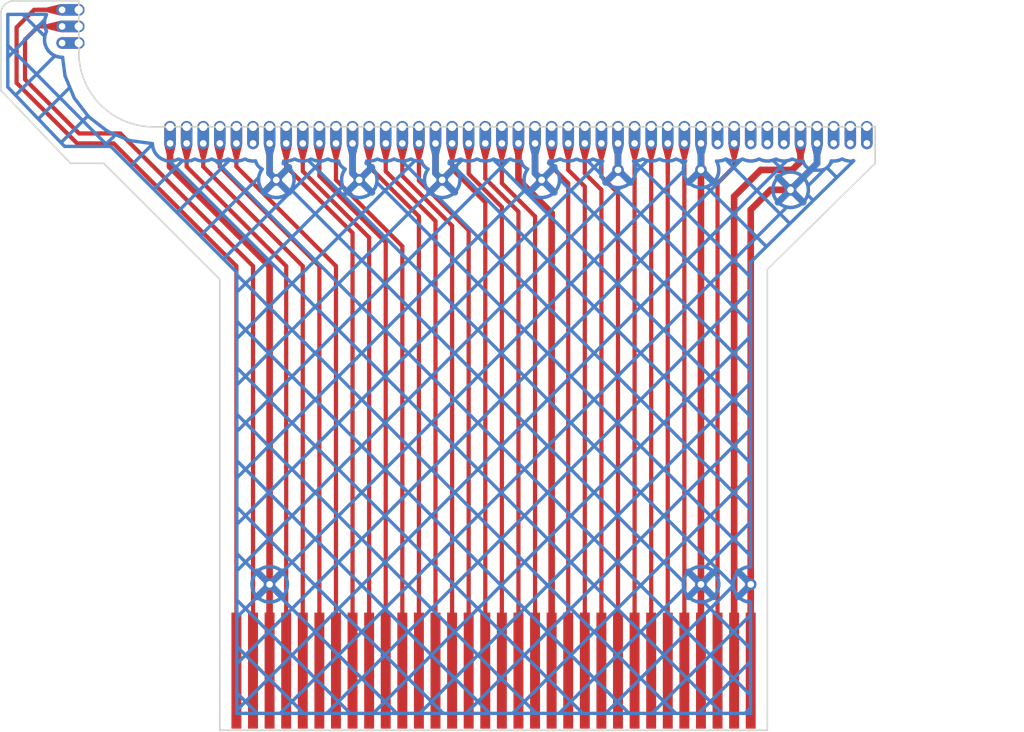
<source format=kicad_pcb>
(kicad_pcb (version 20171130) (host pcbnew "(5.1.0)-1")

  (general
    (thickness 1.6)
    (drawings 15)
    (tracks 1212)
    (zones 0)
    (modules 2)
    (nets 38)
  )

  (page A4)
  (layers
    (0 F.Cu signal)
    (31 B.Cu signal)
    (32 B.Adhes user hide)
    (33 F.Adhes user hide)
    (34 B.Paste user hide)
    (35 F.Paste user hide)
    (36 B.SilkS user hide)
    (37 F.SilkS user)
    (38 B.Mask user hide)
    (39 F.Mask user hide)
    (40 Dwgs.User user hide)
    (41 Cmts.User user hide)
    (42 Eco1.User user hide)
    (43 Eco2.User user hide)
    (44 Edge.Cuts user)
    (45 Margin user hide)
    (46 B.CrtYd user hide)
    (47 F.CrtYd user hide)
    (48 B.Fab user)
    (49 F.Fab user)
  )

  (setup
    (last_trace_width 0.1)
    (user_trace_width 0.127)
    (user_trace_width 0.2)
    (user_trace_width 0.25)
    (user_trace_width 0.3)
    (trace_clearance 0.127)
    (zone_clearance 0.3)
    (zone_45_only no)
    (trace_min 0.1)
    (via_size 0.35)
    (via_drill 0.2)
    (via_min_size 0.35)
    (via_min_drill 0.2)
    (user_via 0.35 0.2)
    (uvia_size 0.3)
    (uvia_drill 0.1)
    (uvias_allowed no)
    (uvia_min_size 0.2)
    (uvia_min_drill 0.1)
    (edge_width 0.05)
    (segment_width 0.2)
    (pcb_text_width 0.3)
    (pcb_text_size 1.5 1.5)
    (mod_edge_width 0.12)
    (mod_text_size 1 1)
    (mod_text_width 0.15)
    (pad_size 1 1)
    (pad_drill 0.6)
    (pad_to_mask_clearance 0.051)
    (solder_mask_min_width 0.25)
    (aux_axis_origin 0 0)
    (visible_elements 7FFFEFFF)
    (pcbplotparams
      (layerselection 0x110f0_ffffffff)
      (usegerberextensions true)
      (usegerberattributes false)
      (usegerberadvancedattributes false)
      (creategerberjobfile false)
      (excludeedgelayer true)
      (linewidth 0.100000)
      (plotframeref false)
      (viasonmask false)
      (mode 1)
      (useauxorigin false)
      (hpglpennumber 1)
      (hpglpenspeed 20)
      (hpglpendiameter 15.000000)
      (psnegative false)
      (psa4output false)
      (plotreference true)
      (plotvalue true)
      (plotinvisibletext false)
      (padsonsilk false)
      (subtractmaskfromsilk false)
      (outputformat 1)
      (mirror false)
      (drillshape 0)
      (scaleselection 1)
      (outputdirectory "gerber"))
  )

  (net 0 "")
  (net 1 /CLK12)
  (net 2 /GND)
  (net 3 /VAA)
  (net 4 /R7)
  (net 5 /B0)
  (net 6 /B1)
  (net 7 /B2)
  (net 8 /B3)
  (net 9 /B4)
  (net 10 /B5)
  (net 11 /B6)
  (net 12 /B7)
  (net 13 /R6)
  (net 14 /R5)
  (net 15 /R4)
  (net 16 /R3)
  (net 17 /R2)
  (net 18 /R1)
  (net 19 /R0)
  (net 20 /VS)
  (net 21 /HS)
  (net 22 /G0)
  (net 23 /G7)
  (net 24 /G6)
  (net 25 /G5)
  (net 26 /G4)
  (net 27 /G3)
  (net 28 /G2)
  (net 29 /G1)
  (net 30 "Net-(U1-Pad10)")
  (net 31 "Net-(U1-Pad11)")
  (net 32 "Net-(U1-Pad12)")
  (net 33 "Net-(U1-Pad15)")
  (net 34 "Net-(U1-Pad16)")
  (net 35 "Net-(U1-Pad17)")
  (net 36 "Net-(U1-Pad19)")
  (net 37 "Net-(U1-Pad53)")

  (net_class Default "This is the default net class."
    (clearance 0.127)
    (trace_width 0.1)
    (via_dia 0.35)
    (via_drill 0.2)
    (uvia_dia 0.3)
    (uvia_drill 0.1)
    (add_net /B0)
    (add_net /B1)
    (add_net /B2)
    (add_net /B3)
    (add_net /B4)
    (add_net /B5)
    (add_net /B6)
    (add_net /B7)
    (add_net /CLK12)
    (add_net /G0)
    (add_net /G1)
    (add_net /G2)
    (add_net /G3)
    (add_net /G4)
    (add_net /G5)
    (add_net /G6)
    (add_net /G7)
    (add_net /GND)
    (add_net /HS)
    (add_net /R0)
    (add_net /R1)
    (add_net /R2)
    (add_net /R3)
    (add_net /R4)
    (add_net /R5)
    (add_net /R6)
    (add_net /R7)
    (add_net /VAA)
    (add_net /VS)
    (add_net "Net-(U1-Pad10)")
    (add_net "Net-(U1-Pad11)")
    (add_net "Net-(U1-Pad12)")
    (add_net "Net-(U1-Pad15)")
    (add_net "Net-(U1-Pad16)")
    (add_net "Net-(U1-Pad17)")
    (add_net "Net-(U1-Pad19)")
    (add_net "Net-(U1-Pad53)")
  )

  (module pads:3DO_CLIO (layer F.Cu) (tedit 5D9B4354) (tstamp 5D2FA752)
    (at 144.5 123)
    (path /5D30A83C)
    (fp_text reference U1 (at -13.9 -2.2) (layer F.SilkS) hide
      (effects (font (size 1 1) (thickness 0.15)))
    )
    (fp_text value 3DO_CLIO (at -8.7 -2) (layer F.Fab) hide
      (effects (font (size 1 1) (thickness 0.15)))
    )
    (pad 10 thru_hole circle (at -4.5 0 90) (size 0.35 0.35) (drill 0.25) (layers *.Cu *.Mask)
      (net 30 "Net-(U1-Pad10)"))
    (pad 11 thru_hole circle (at -5 0 90) (size 0.35 0.35) (drill 0.25) (layers *.Cu *.Mask)
      (net 31 "Net-(U1-Pad11)"))
    (pad 12 thru_hole circle (at -5.5 0 90) (size 0.35 0.35) (drill 0.25) (layers *.Cu *.Mask)
      (net 32 "Net-(U1-Pad12)"))
    (pad 13 thru_hole circle (at -6 0 90) (size 0.35 0.35) (drill 0.25) (layers *.Cu *.Mask)
      (net 2 /GND))
    (pad 14 thru_hole circle (at -6.5 0 90) (size 0.35 0.35) (drill 0.25) (layers *.Cu *.Mask)
      (net 3 /VAA))
    (pad 15 thru_hole circle (at -7 0 90) (size 0.35 0.35) (drill 0.25) (layers *.Cu *.Mask)
      (net 33 "Net-(U1-Pad15)"))
    (pad 16 thru_hole circle (at -7.5 0 90) (size 0.35 0.35) (drill 0.25) (layers *.Cu *.Mask)
      (net 34 "Net-(U1-Pad16)"))
    (pad 17 thru_hole circle (at -8 0 90) (size 0.35 0.35) (drill 0.25) (layers *.Cu *.Mask)
      (net 35 "Net-(U1-Pad17)"))
    (pad 18 thru_hole circle (at -8.5 0 90) (size 0.35 0.35) (drill 0.25) (layers *.Cu *.Mask)
      (net 1 /CLK12))
    (pad 19 thru_hole circle (at -9 0 90) (size 0.35 0.35) (drill 0.25) (layers *.Cu *.Mask)
      (net 36 "Net-(U1-Pad19)"))
    (pad 20 thru_hole circle (at -9.5 0 90) (size 0.35 0.35) (drill 0.25) (layers *.Cu *.Mask)
      (net 2 /GND))
    (pad 21 thru_hole circle (at -10 0 90) (size 0.35 0.35) (drill 0.25) (layers *.Cu *.Mask)
      (net 4 /R7))
    (pad 22 thru_hole circle (at -10.5 0 90) (size 0.35 0.35) (drill 0.25) (layers *.Cu *.Mask)
      (net 13 /R6))
    (pad 23 thru_hole circle (at -11 0 90) (size 0.35 0.35) (drill 0.25) (layers *.Cu *.Mask)
      (net 14 /R5))
    (pad 24 thru_hole circle (at -11.5 0 90) (size 0.35 0.35) (drill 0.25) (layers *.Cu *.Mask)
      (net 15 /R4))
    (pad 25 thru_hole circle (at -12 0 90) (size 0.35 0.35) (drill 0.25) (layers *.Cu *.Mask)
      (net 2 /GND))
    (pad 26 thru_hole circle (at -12.5 0 90) (size 0.35 0.35) (drill 0.25) (layers *.Cu *.Mask)
      (net 16 /R3))
    (pad 27 thru_hole circle (at -13 0 90) (size 0.35 0.35) (drill 0.25) (layers *.Cu *.Mask)
      (net 17 /R2))
    (pad 28 thru_hole circle (at -13.5 0 90) (size 0.35 0.35) (drill 0.25) (layers *.Cu *.Mask)
      (net 18 /R1))
    (pad 29 thru_hole circle (at -14 0 90) (size 0.35 0.35) (drill 0.25) (layers *.Cu *.Mask)
      (net 19 /R0))
    (pad 30 thru_hole circle (at -14.5 0 90) (size 0.35 0.35) (drill 0.25) (layers *.Cu *.Mask)
      (net 2 /GND))
    (pad 31 thru_hole circle (at -15 0 90) (size 0.35 0.35) (drill 0.25) (layers *.Cu *.Mask)
      (net 3 /VAA))
    (pad 32 thru_hole circle (at -15.5 0 90) (size 0.35 0.35) (drill 0.25) (layers *.Cu *.Mask)
      (net 23 /G7))
    (pad 33 thru_hole circle (at -16 0 90) (size 0.35 0.35) (drill 0.25) (layers *.Cu *.Mask)
      (net 24 /G6))
    (pad 34 thru_hole circle (at -16.5 0 90) (size 0.35 0.35) (drill 0.25) (layers *.Cu *.Mask)
      (net 25 /G5))
    (pad 35 thru_hole circle (at -17 0 90) (size 0.35 0.35) (drill 0.25) (layers *.Cu *.Mask)
      (net 26 /G4))
    (pad 36 thru_hole circle (at -17.5 0 90) (size 0.35 0.35) (drill 0.25) (layers *.Cu *.Mask)
      (net 2 /GND))
    (pad 37 thru_hole circle (at -18 0 90) (size 0.35 0.35) (drill 0.25) (layers *.Cu *.Mask)
      (net 27 /G3))
    (pad 38 thru_hole circle (at -18.5 0 90) (size 0.35 0.35) (drill 0.25) (layers *.Cu *.Mask)
      (net 28 /G2))
    (pad 39 thru_hole circle (at -19 0 90) (size 0.35 0.35) (drill 0.25) (layers *.Cu *.Mask)
      (net 29 /G1))
    (pad 40 thru_hole circle (at -19.5 0 90) (size 0.35 0.35) (drill 0.25) (layers *.Cu *.Mask)
      (net 22 /G0))
    (pad 41 thru_hole circle (at -20 0 90) (size 0.35 0.35) (drill 0.25) (layers *.Cu *.Mask)
      (net 2 /GND))
    (pad 42 thru_hole circle (at -20.5 0 90) (size 0.35 0.35) (drill 0.25) (layers *.Cu *.Mask)
      (net 12 /B7))
    (pad 43 thru_hole circle (at -21 0 90) (size 0.35 0.35) (drill 0.25) (layers *.Cu *.Mask)
      (net 11 /B6))
    (pad 44 thru_hole circle (at -21.5 0 90) (size 0.35 0.35) (drill 0.25) (layers *.Cu *.Mask)
      (net 10 /B5))
    (pad 45 thru_hole circle (at -22 0 90) (size 0.35 0.35) (drill 0.25) (layers *.Cu *.Mask)
      (net 9 /B4))
    (pad 46 thru_hole circle (at -22.5 0 90) (size 0.35 0.35) (drill 0.25) (layers *.Cu *.Mask)
      (net 2 /GND))
    (pad 47 thru_hole circle (at -23 0 90) (size 0.35 0.35) (drill 0.25) (layers *.Cu *.Mask)
      (net 3 /VAA))
    (pad 48 thru_hole circle (at -23.5 0 90) (size 0.35 0.35) (drill 0.25) (layers *.Cu *.Mask)
      (net 8 /B3))
    (pad 49 thru_hole circle (at -24 0 90) (size 0.35 0.35) (drill 0.25) (layers *.Cu *.Mask)
      (net 7 /B2))
    (pad 50 thru_hole circle (at -24.5 0 90) (size 0.35 0.35) (drill 0.25) (layers *.Cu *.Mask)
      (net 6 /B1))
    (pad 51 thru_hole circle (at -25 0 90) (size 0.35 0.35) (drill 0.25) (layers *.Cu *.Mask)
      (net 5 /B0))
    (pad 52 thru_hole circle (at -25.5 0 90) (size 0.35 0.35) (drill 0.25) (layers *.Cu *.Mask)
      (net 2 /GND))
    (pad 13 smd trapezoid (at -6 0.75 90) (size 0.4 0.25) (rect_delta -0.1 0 ) (layers F.Cu)
      (net 2 /GND))
    (pad 14 smd trapezoid (at -6.5 0.75 90) (size 0.4 0.25) (rect_delta -0.1 0 ) (layers F.Cu)
      (net 3 /VAA))
    (pad 18 smd trapezoid (at -8.5 0.75 90) (size 0.4 0.25) (rect_delta -0.1 0 ) (layers F.Cu)
      (net 1 /CLK12))
    (pad 20 smd trapezoid (at -9.5 0.75 90) (size 0.4 0.25) (rect_delta -0.1 0 ) (layers F.Cu)
      (net 2 /GND))
    (pad 21 smd trapezoid (at -10 0.75 90) (size 0.4 0.25) (rect_delta -0.1 0 ) (layers F.Cu)
      (net 4 /R7))
    (pad 22 smd trapezoid (at -10.5 0.75 90) (size 0.4 0.25) (rect_delta -0.1 0 ) (layers F.Cu)
      (net 13 /R6))
    (pad 23 smd trapezoid (at -11 0.75 90) (size 0.4 0.25) (rect_delta -0.1 0 ) (layers F.Cu)
      (net 14 /R5))
    (pad 24 smd trapezoid (at -11.5 0.75 90) (size 0.4 0.25) (rect_delta -0.1 0 ) (layers F.Cu)
      (net 15 /R4))
    (pad 25 smd trapezoid (at -12 0.75 90) (size 0.4 0.25) (rect_delta -0.1 0 ) (layers F.Cu)
      (net 2 /GND))
    (pad 26 smd trapezoid (at -12.5 0.75 90) (size 0.4 0.25) (rect_delta -0.1 0 ) (layers F.Cu)
      (net 16 /R3))
    (pad 27 smd trapezoid (at -13 0.75 90) (size 0.4 0.25) (rect_delta -0.1 0 ) (layers F.Cu)
      (net 17 /R2))
    (pad 28 smd trapezoid (at -13.5 0.75 90) (size 0.4 0.25) (rect_delta -0.1 0 ) (layers F.Cu)
      (net 18 /R1))
    (pad 29 smd trapezoid (at -14 0.75 90) (size 0.4 0.25) (rect_delta -0.1 0 ) (layers F.Cu)
      (net 19 /R0))
    (pad 30 smd trapezoid (at -14.5 0.75 90) (size 0.4 0.25) (rect_delta -0.1 0 ) (layers F.Cu)
      (net 2 /GND))
    (pad 31 smd trapezoid (at -15 0.75 90) (size 0.4 0.25) (rect_delta -0.1 0 ) (layers F.Cu)
      (net 3 /VAA))
    (pad 32 smd trapezoid (at -15.5 0.75 90) (size 0.4 0.25) (rect_delta -0.1 0 ) (layers F.Cu)
      (net 23 /G7))
    (pad 33 smd trapezoid (at -16 0.75 90) (size 0.4 0.25) (rect_delta -0.1 0 ) (layers F.Cu)
      (net 24 /G6))
    (pad 34 smd trapezoid (at -16.5 0.75 90) (size 0.4 0.25) (rect_delta -0.1 0 ) (layers F.Cu)
      (net 25 /G5))
    (pad 35 smd trapezoid (at -17 0.75 90) (size 0.4 0.25) (rect_delta -0.1 0 ) (layers F.Cu)
      (net 26 /G4))
    (pad 36 smd trapezoid (at -17.5 0.75 90) (size 0.4 0.25) (rect_delta -0.1 0 ) (layers F.Cu)
      (net 2 /GND))
    (pad 37 smd trapezoid (at -18 0.75 90) (size 0.4 0.25) (rect_delta -0.1 0 ) (layers F.Cu)
      (net 27 /G3))
    (pad 38 smd trapezoid (at -18.5 0.75 90) (size 0.4 0.25) (rect_delta -0.1 0 ) (layers F.Cu)
      (net 28 /G2))
    (pad 39 smd trapezoid (at -19 0.75 90) (size 0.4 0.25) (rect_delta -0.1 0 ) (layers F.Cu)
      (net 29 /G1))
    (pad 40 smd trapezoid (at -19.5 0.75 90) (size 0.4 0.25) (rect_delta -0.1 0 ) (layers F.Cu)
      (net 22 /G0))
    (pad 41 smd trapezoid (at -20 0.75 90) (size 0.4 0.25) (rect_delta -0.1 0 ) (layers F.Cu)
      (net 2 /GND))
    (pad 42 smd trapezoid (at -20.5 0.75 90) (size 0.4 0.25) (rect_delta -0.1 0 ) (layers F.Cu)
      (net 12 /B7))
    (pad 43 smd trapezoid (at -21 0.75 90) (size 0.4 0.25) (rect_delta -0.1 0 ) (layers F.Cu)
      (net 11 /B6))
    (pad 44 smd trapezoid (at -21.5 0.75 90) (size 0.4 0.25) (rect_delta -0.1 0 ) (layers F.Cu)
      (net 10 /B5))
    (pad 45 smd trapezoid (at -22 0.75 90) (size 0.4 0.25) (rect_delta -0.1 0 ) (layers F.Cu)
      (net 9 /B4))
    (pad 46 smd trapezoid (at -22.5 0.75 90) (size 0.4 0.25) (rect_delta -0.1 0 ) (layers F.Cu)
      (net 2 /GND))
    (pad 48 smd trapezoid (at -23.5 0.75 90) (size 0.4 0.25) (rect_delta -0.1 0 ) (layers F.Cu)
      (net 8 /B3))
    (pad 49 smd trapezoid (at -24 0.75 90) (size 0.4 0.25) (rect_delta -0.1 0 ) (layers F.Cu)
      (net 7 /B2))
    (pad 50 smd trapezoid (at -24.5 0.75 90) (size 0.4 0.25) (rect_delta -0.1 0 ) (layers F.Cu)
      (net 6 /B1))
    (pad 51 smd trapezoid (at -25 0.75 90) (size 0.4 0.25) (rect_delta -0.1 0 ) (layers F.Cu)
      (net 5 /B0))
    (pad 52 smd trapezoid (at -25.5 0.75 90) (size 0.4 0.25) (rect_delta -0.1 0 ) (layers F.Cu)
      (net 2 /GND))
    (pad 10 thru_hole circle (at -4.5 0.5 90) (size 0.35 0.35) (drill 0.2) (layers *.Cu *.Mask)
      (net 30 "Net-(U1-Pad10)"))
    (pad 11 thru_hole circle (at -5 0.5 90) (size 0.35 0.35) (drill 0.2) (layers *.Cu *.Mask)
      (net 31 "Net-(U1-Pad11)"))
    (pad 12 thru_hole circle (at -5.5 0.5 90) (size 0.35 0.35) (drill 0.2) (layers *.Cu *.Mask)
      (net 32 "Net-(U1-Pad12)"))
    (pad 13 thru_hole circle (at -6 0.5 90) (size 0.35 0.35) (drill 0.2) (layers *.Cu *.Mask)
      (net 2 /GND))
    (pad 14 thru_hole circle (at -6.5 0.5 90) (size 0.35 0.35) (drill 0.2) (layers *.Cu *.Mask)
      (net 3 /VAA))
    (pad 15 thru_hole circle (at -7 0.5 90) (size 0.35 0.35) (drill 0.2) (layers *.Cu *.Mask)
      (net 33 "Net-(U1-Pad15)"))
    (pad 16 thru_hole circle (at -7.5 0.5 90) (size 0.35 0.35) (drill 0.2) (layers *.Cu *.Mask)
      (net 34 "Net-(U1-Pad16)"))
    (pad 17 thru_hole circle (at -8 0.5 90) (size 0.35 0.35) (drill 0.2) (layers *.Cu *.Mask)
      (net 35 "Net-(U1-Pad17)"))
    (pad 18 thru_hole circle (at -8.5 0.5 90) (size 0.35 0.35) (drill 0.2) (layers *.Cu *.Mask)
      (net 1 /CLK12))
    (pad 19 thru_hole circle (at -9 0.5 90) (size 0.35 0.35) (drill 0.2) (layers *.Cu *.Mask)
      (net 36 "Net-(U1-Pad19)"))
    (pad 20 thru_hole circle (at -9.5 0.5 90) (size 0.35 0.35) (drill 0.2) (layers *.Cu *.Mask)
      (net 2 /GND))
    (pad 21 thru_hole circle (at -10 0.5 90) (size 0.35 0.35) (drill 0.2) (layers *.Cu *.Mask)
      (net 4 /R7))
    (pad 22 thru_hole circle (at -10.5 0.5 90) (size 0.35 0.35) (drill 0.2) (layers *.Cu *.Mask)
      (net 13 /R6))
    (pad 23 thru_hole circle (at -11 0.5 90) (size 0.35 0.35) (drill 0.2) (layers *.Cu *.Mask)
      (net 14 /R5))
    (pad 24 thru_hole circle (at -11.5 0.5 90) (size 0.35 0.35) (drill 0.2) (layers *.Cu *.Mask)
      (net 15 /R4))
    (pad 25 thru_hole circle (at -12 0.5 90) (size 0.35 0.35) (drill 0.2) (layers *.Cu *.Mask)
      (net 2 /GND))
    (pad 26 thru_hole circle (at -12.5 0.5 90) (size 0.35 0.35) (drill 0.2) (layers *.Cu *.Mask)
      (net 16 /R3))
    (pad 27 thru_hole circle (at -13 0.5 90) (size 0.35 0.35) (drill 0.2) (layers *.Cu *.Mask)
      (net 17 /R2))
    (pad 28 thru_hole circle (at -13.5 0.5 90) (size 0.35 0.35) (drill 0.2) (layers *.Cu *.Mask)
      (net 18 /R1))
    (pad 29 thru_hole circle (at -14 0.5 90) (size 0.35 0.35) (drill 0.2) (layers *.Cu *.Mask)
      (net 19 /R0))
    (pad 30 thru_hole circle (at -14.5 0.5 90) (size 0.35 0.35) (drill 0.2) (layers *.Cu *.Mask)
      (net 2 /GND))
    (pad 31 thru_hole circle (at -15 0.5 90) (size 0.35 0.35) (drill 0.2) (layers *.Cu *.Mask)
      (net 3 /VAA))
    (pad 32 thru_hole circle (at -15.5 0.5 90) (size 0.35 0.35) (drill 0.2) (layers *.Cu *.Mask)
      (net 23 /G7))
    (pad 33 thru_hole circle (at -16 0.5 90) (size 0.35 0.35) (drill 0.2) (layers *.Cu *.Mask)
      (net 24 /G6))
    (pad 34 thru_hole circle (at -16.5 0.5 90) (size 0.35 0.35) (drill 0.2) (layers *.Cu *.Mask)
      (net 25 /G5))
    (pad 35 thru_hole circle (at -17 0.5 90) (size 0.35 0.35) (drill 0.2) (layers *.Cu *.Mask)
      (net 26 /G4))
    (pad 36 thru_hole circle (at -17.5 0.5 90) (size 0.35 0.35) (drill 0.2) (layers *.Cu *.Mask)
      (net 2 /GND))
    (pad 37 thru_hole circle (at -18 0.5 90) (size 0.35 0.35) (drill 0.2) (layers *.Cu *.Mask)
      (net 27 /G3))
    (pad 38 thru_hole circle (at -18.5 0.5 90) (size 0.35 0.35) (drill 0.2) (layers *.Cu *.Mask)
      (net 28 /G2))
    (pad 39 thru_hole circle (at -19 0.5 90) (size 0.35 0.35) (drill 0.2) (layers *.Cu *.Mask)
      (net 29 /G1))
    (pad 40 thru_hole circle (at -19.5 0.5 90) (size 0.35 0.35) (drill 0.2) (layers *.Cu *.Mask)
      (net 22 /G0))
    (pad 41 thru_hole circle (at -20 0.5 90) (size 0.35 0.35) (drill 0.2) (layers *.Cu *.Mask)
      (net 2 /GND))
    (pad 42 thru_hole circle (at -20.5 0.5 90) (size 0.35 0.35) (drill 0.2) (layers *.Cu *.Mask)
      (net 12 /B7))
    (pad 43 thru_hole circle (at -21 0.5 90) (size 0.35 0.35) (drill 0.2) (layers *.Cu *.Mask)
      (net 11 /B6))
    (pad 44 thru_hole circle (at -21.5 0.5 90) (size 0.35 0.35) (drill 0.2) (layers *.Cu *.Mask)
      (net 10 /B5))
    (pad 45 thru_hole circle (at -22 0.5 90) (size 0.35 0.35) (drill 0.2) (layers *.Cu *.Mask)
      (net 9 /B4))
    (pad 46 thru_hole circle (at -22.5 0.5 90) (size 0.35 0.35) (drill 0.2) (layers *.Cu *.Mask)
      (net 2 /GND))
    (pad 47 thru_hole circle (at -23 0.5 90) (size 0.35 0.35) (drill 0.2) (layers *.Cu *.Mask)
      (net 3 /VAA))
    (pad 48 thru_hole circle (at -23.5 0.5 90) (size 0.35 0.35) (drill 0.2) (layers *.Cu *.Mask)
      (net 8 /B3))
    (pad 49 thru_hole circle (at -24 0.5 90) (size 0.35 0.35) (drill 0.2) (layers *.Cu *.Mask)
      (net 7 /B2))
    (pad 50 thru_hole circle (at -24.5 0.5 90) (size 0.35 0.35) (drill 0.2) (layers *.Cu *.Mask)
      (net 6 /B1))
    (pad 51 thru_hole circle (at -25 0.5 90) (size 0.35 0.35) (drill 0.2) (layers *.Cu *.Mask)
      (net 5 /B0))
    (pad 52 thru_hole circle (at -25.5 0.5 90) (size 0.35 0.35) (drill 0.2) (layers *.Cu *.Mask)
      (net 2 /GND))
    (pad 10 smd roundrect (at -4.5 0.25 90) (size 0.85 0.35) (layers B.Cu B.Paste B.Mask) (roundrect_rratio 0.5)
      (net 30 "Net-(U1-Pad10)"))
    (pad 11 smd roundrect (at -5 0.25 90) (size 0.85 0.35) (layers B.Cu B.Paste B.Mask) (roundrect_rratio 0.5)
      (net 31 "Net-(U1-Pad11)"))
    (pad 12 smd roundrect (at -5.5 0.25 90) (size 0.85 0.35) (layers B.Cu B.Paste B.Mask) (roundrect_rratio 0.5)
      (net 32 "Net-(U1-Pad12)"))
    (pad 13 smd roundrect (at -6 0.25 90) (size 0.85 0.35) (layers B.Cu B.Paste B.Mask) (roundrect_rratio 0.5)
      (net 2 /GND))
    (pad 14 smd roundrect (at -6.5 0.25 90) (size 0.85 0.35) (layers B.Cu B.Paste B.Mask) (roundrect_rratio 0.5)
      (net 3 /VAA))
    (pad 15 smd roundrect (at -7 0.25 90) (size 0.85 0.35) (layers B.Cu B.Paste B.Mask) (roundrect_rratio 0.5)
      (net 33 "Net-(U1-Pad15)"))
    (pad 16 smd roundrect (at -7.5 0.25 90) (size 0.85 0.35) (layers B.Cu B.Paste B.Mask) (roundrect_rratio 0.5)
      (net 34 "Net-(U1-Pad16)"))
    (pad 17 smd roundrect (at -8 0.25 90) (size 0.85 0.35) (layers B.Cu B.Paste B.Mask) (roundrect_rratio 0.5)
      (net 35 "Net-(U1-Pad17)"))
    (pad 18 smd roundrect (at -8.5 0.25 90) (size 0.85 0.35) (layers B.Cu B.Paste B.Mask) (roundrect_rratio 0.5)
      (net 1 /CLK12))
    (pad 19 smd roundrect (at -9 0.25 90) (size 0.85 0.35) (layers B.Cu B.Paste B.Mask) (roundrect_rratio 0.5)
      (net 36 "Net-(U1-Pad19)"))
    (pad 20 smd roundrect (at -9.5 0.25 90) (size 0.85 0.35) (layers B.Cu B.Paste B.Mask) (roundrect_rratio 0.5)
      (net 2 /GND))
    (pad 21 smd roundrect (at -10 0.25 90) (size 0.85 0.35) (layers B.Cu B.Paste B.Mask) (roundrect_rratio 0.5)
      (net 4 /R7))
    (pad 22 smd roundrect (at -10.5 0.25 90) (size 0.85 0.35) (layers B.Cu B.Paste B.Mask) (roundrect_rratio 0.5)
      (net 13 /R6))
    (pad 23 smd roundrect (at -11 0.25 90) (size 0.85 0.35) (layers B.Cu B.Paste B.Mask) (roundrect_rratio 0.5)
      (net 14 /R5))
    (pad 24 smd roundrect (at -11.5 0.25 90) (size 0.85 0.35) (layers B.Cu B.Paste B.Mask) (roundrect_rratio 0.5)
      (net 15 /R4))
    (pad 25 smd roundrect (at -12 0.25 90) (size 0.85 0.35) (layers B.Cu B.Paste B.Mask) (roundrect_rratio 0.5)
      (net 2 /GND))
    (pad 26 smd roundrect (at -12.5 0.25 90) (size 0.85 0.35) (layers B.Cu B.Paste B.Mask) (roundrect_rratio 0.5)
      (net 16 /R3))
    (pad 27 smd roundrect (at -13 0.25 90) (size 0.85 0.35) (layers B.Cu B.Paste B.Mask) (roundrect_rratio 0.5)
      (net 17 /R2))
    (pad 28 smd roundrect (at -13.5 0.25 90) (size 0.85 0.35) (layers B.Cu B.Paste B.Mask) (roundrect_rratio 0.5)
      (net 18 /R1))
    (pad 29 smd roundrect (at -14 0.25 90) (size 0.85 0.35) (layers B.Cu B.Paste B.Mask) (roundrect_rratio 0.5)
      (net 19 /R0))
    (pad 30 smd roundrect (at -14.5 0.25 90) (size 0.85 0.35) (layers B.Cu B.Paste B.Mask) (roundrect_rratio 0.5)
      (net 2 /GND))
    (pad 31 smd roundrect (at -15 0.25 90) (size 0.85 0.35) (layers B.Cu B.Paste B.Mask) (roundrect_rratio 0.5)
      (net 3 /VAA))
    (pad 32 smd roundrect (at -15.5 0.25 90) (size 0.85 0.35) (layers B.Cu B.Paste B.Mask) (roundrect_rratio 0.5)
      (net 23 /G7))
    (pad 33 smd roundrect (at -16 0.25 90) (size 0.85 0.35) (layers B.Cu B.Paste B.Mask) (roundrect_rratio 0.5)
      (net 24 /G6))
    (pad 34 smd roundrect (at -16.5 0.25 90) (size 0.85 0.35) (layers B.Cu B.Paste B.Mask) (roundrect_rratio 0.5)
      (net 25 /G5))
    (pad 35 smd roundrect (at -17 0.25 90) (size 0.85 0.35) (layers B.Cu B.Paste B.Mask) (roundrect_rratio 0.5)
      (net 26 /G4))
    (pad 36 smd roundrect (at -17.5 0.25 90) (size 0.85 0.35) (layers B.Cu B.Paste B.Mask) (roundrect_rratio 0.5)
      (net 2 /GND))
    (pad 37 smd roundrect (at -18 0.25 90) (size 0.85 0.35) (layers B.Cu B.Paste B.Mask) (roundrect_rratio 0.5)
      (net 27 /G3))
    (pad 38 smd roundrect (at -18.5 0.25 90) (size 0.85 0.35) (layers B.Cu B.Paste B.Mask) (roundrect_rratio 0.5)
      (net 28 /G2))
    (pad 39 smd roundrect (at -19 0.25 90) (size 0.85 0.35) (layers B.Cu B.Paste B.Mask) (roundrect_rratio 0.5)
      (net 29 /G1))
    (pad 40 smd roundrect (at -19.5 0.25 90) (size 0.85 0.35) (layers B.Cu B.Paste B.Mask) (roundrect_rratio 0.5)
      (net 22 /G0))
    (pad 41 smd roundrect (at -20 0.25 90) (size 0.85 0.35) (layers B.Cu B.Paste B.Mask) (roundrect_rratio 0.5)
      (net 2 /GND))
    (pad 42 smd roundrect (at -20.5 0.25 90) (size 0.85 0.35) (layers B.Cu B.Paste B.Mask) (roundrect_rratio 0.5)
      (net 12 /B7))
    (pad 43 smd roundrect (at -21 0.25 90) (size 0.85 0.35) (layers B.Cu B.Paste B.Mask) (roundrect_rratio 0.5)
      (net 11 /B6))
    (pad 44 smd roundrect (at -21.5 0.25 90) (size 0.85 0.35) (layers B.Cu B.Paste B.Mask) (roundrect_rratio 0.5)
      (net 10 /B5))
    (pad 45 smd roundrect (at -22 0.25 90) (size 0.85 0.35) (layers B.Cu B.Paste B.Mask) (roundrect_rratio 0.5)
      (net 9 /B4))
    (pad 46 smd roundrect (at -22.5 0.25 90) (size 0.85 0.35) (layers B.Cu B.Paste B.Mask) (roundrect_rratio 0.5)
      (net 2 /GND))
    (pad 47 smd roundrect (at -23 0.25 90) (size 0.85 0.35) (layers B.Cu B.Paste B.Mask) (roundrect_rratio 0.5)
      (net 3 /VAA))
    (pad 48 smd roundrect (at -23.5 0.25 90) (size 0.85 0.35) (layers B.Cu B.Paste B.Mask) (roundrect_rratio 0.5)
      (net 8 /B3))
    (pad 49 smd roundrect (at -24 0.25 90) (size 0.85 0.35) (layers B.Cu B.Paste B.Mask) (roundrect_rratio 0.5)
      (net 7 /B2))
    (pad 50 smd roundrect (at -24.5 0.25 90) (size 0.85 0.35) (layers B.Cu B.Paste B.Mask) (roundrect_rratio 0.5)
      (net 6 /B1))
    (pad 51 smd roundrect (at -25 0.25 90) (size 0.85 0.35) (layers B.Cu B.Paste B.Mask) (roundrect_rratio 0.5)
      (net 5 /B0))
    (pad 52 smd roundrect (at -25.5 0.25 90) (size 0.85 0.35) (layers B.Cu B.Paste B.Mask) (roundrect_rratio 0.5)
      (net 2 /GND))
    (pad 10 smd roundrect (at -4.5 0.25 90) (size 0.85 0.35) (layers F.Cu F.Paste F.Mask) (roundrect_rratio 0.5)
      (net 30 "Net-(U1-Pad10)"))
    (pad 11 smd roundrect (at -5 0.25 90) (size 0.85 0.35) (layers F.Cu F.Paste F.Mask) (roundrect_rratio 0.5)
      (net 31 "Net-(U1-Pad11)"))
    (pad 12 smd roundrect (at -5.5 0.25 90) (size 0.85 0.35) (layers F.Cu F.Paste F.Mask) (roundrect_rratio 0.5)
      (net 32 "Net-(U1-Pad12)"))
    (pad 13 smd roundrect (at -6 0.25 90) (size 0.85 0.35) (layers F.Cu F.Paste F.Mask) (roundrect_rratio 0.5)
      (net 2 /GND))
    (pad 14 smd roundrect (at -6.5 0.25 90) (size 0.85 0.35) (layers F.Cu F.Paste F.Mask) (roundrect_rratio 0.5)
      (net 3 /VAA))
    (pad 15 smd roundrect (at -7 0.25 90) (size 0.85 0.35) (layers F.Cu F.Paste F.Mask) (roundrect_rratio 0.5)
      (net 33 "Net-(U1-Pad15)"))
    (pad 16 smd roundrect (at -7.5 0.25 90) (size 0.85 0.35) (layers F.Cu F.Paste F.Mask) (roundrect_rratio 0.5)
      (net 34 "Net-(U1-Pad16)"))
    (pad 17 smd roundrect (at -8 0.25 90) (size 0.85 0.35) (layers F.Cu F.Paste F.Mask) (roundrect_rratio 0.5)
      (net 35 "Net-(U1-Pad17)"))
    (pad 18 smd roundrect (at -8.5 0.25 90) (size 0.85 0.35) (layers F.Cu F.Paste F.Mask) (roundrect_rratio 0.5)
      (net 1 /CLK12))
    (pad 19 smd roundrect (at -9 0.25 90) (size 0.85 0.35) (layers F.Cu F.Paste F.Mask) (roundrect_rratio 0.5)
      (net 36 "Net-(U1-Pad19)"))
    (pad 20 smd roundrect (at -9.5 0.25 90) (size 0.85 0.35) (layers F.Cu F.Paste F.Mask) (roundrect_rratio 0.5)
      (net 2 /GND))
    (pad 21 smd roundrect (at -10 0.25 90) (size 0.85 0.35) (layers F.Cu F.Paste F.Mask) (roundrect_rratio 0.5)
      (net 4 /R7))
    (pad 22 smd roundrect (at -10.5 0.25 90) (size 0.85 0.35) (layers F.Cu F.Paste F.Mask) (roundrect_rratio 0.5)
      (net 13 /R6))
    (pad 23 smd roundrect (at -11 0.25 90) (size 0.85 0.35) (layers F.Cu F.Paste F.Mask) (roundrect_rratio 0.5)
      (net 14 /R5))
    (pad 24 smd roundrect (at -11.5 0.25 90) (size 0.85 0.35) (layers F.Cu F.Paste F.Mask) (roundrect_rratio 0.5)
      (net 15 /R4))
    (pad 25 smd roundrect (at -12 0.25 90) (size 0.85 0.35) (layers F.Cu F.Paste F.Mask) (roundrect_rratio 0.5)
      (net 2 /GND))
    (pad 26 smd roundrect (at -12.5 0.25 90) (size 0.85 0.35) (layers F.Cu F.Paste F.Mask) (roundrect_rratio 0.5)
      (net 16 /R3))
    (pad 27 smd roundrect (at -13 0.25 90) (size 0.85 0.35) (layers F.Cu F.Paste F.Mask) (roundrect_rratio 0.5)
      (net 17 /R2))
    (pad 28 smd roundrect (at -13.5 0.25 90) (size 0.85 0.35) (layers F.Cu F.Paste F.Mask) (roundrect_rratio 0.5)
      (net 18 /R1))
    (pad 29 smd roundrect (at -14 0.25 90) (size 0.85 0.35) (layers F.Cu F.Paste F.Mask) (roundrect_rratio 0.5)
      (net 19 /R0))
    (pad 30 smd roundrect (at -14.5 0.25 90) (size 0.85 0.35) (layers F.Cu F.Paste F.Mask) (roundrect_rratio 0.5)
      (net 2 /GND))
    (pad 31 smd roundrect (at -15 0.25 90) (size 0.85 0.35) (layers F.Cu F.Paste F.Mask) (roundrect_rratio 0.5)
      (net 3 /VAA))
    (pad 32 smd roundrect (at -15.5 0.25 90) (size 0.85 0.35) (layers F.Cu F.Paste F.Mask) (roundrect_rratio 0.5)
      (net 23 /G7))
    (pad 33 smd roundrect (at -16 0.25 90) (size 0.85 0.35) (layers F.Cu F.Paste F.Mask) (roundrect_rratio 0.5)
      (net 24 /G6))
    (pad 34 smd roundrect (at -16.5 0.25 90) (size 0.85 0.35) (layers F.Cu F.Paste F.Mask) (roundrect_rratio 0.5)
      (net 25 /G5))
    (pad 35 smd roundrect (at -17 0.25 90) (size 0.85 0.35) (layers F.Cu F.Paste F.Mask) (roundrect_rratio 0.5)
      (net 26 /G4))
    (pad 36 smd roundrect (at -17.5 0.25 90) (size 0.85 0.35) (layers F.Cu F.Paste F.Mask) (roundrect_rratio 0.5)
      (net 2 /GND))
    (pad 37 smd roundrect (at -18 0.25 90) (size 0.85 0.35) (layers F.Cu F.Paste F.Mask) (roundrect_rratio 0.5)
      (net 27 /G3))
    (pad 38 smd roundrect (at -18.5 0.25 90) (size 0.85 0.35) (layers F.Cu F.Paste F.Mask) (roundrect_rratio 0.5)
      (net 28 /G2))
    (pad 39 smd roundrect (at -19 0.25 90) (size 0.85 0.35) (layers F.Cu F.Paste F.Mask) (roundrect_rratio 0.5)
      (net 29 /G1))
    (pad 40 smd roundrect (at -19.5 0.25 90) (size 0.85 0.35) (layers F.Cu F.Paste F.Mask) (roundrect_rratio 0.5)
      (net 22 /G0))
    (pad 41 smd roundrect (at -20 0.25 90) (size 0.85 0.35) (layers F.Cu F.Paste F.Mask) (roundrect_rratio 0.5)
      (net 2 /GND))
    (pad 42 smd roundrect (at -20.5 0.25 90) (size 0.85 0.35) (layers F.Cu F.Paste F.Mask) (roundrect_rratio 0.5)
      (net 12 /B7))
    (pad 43 smd roundrect (at -21 0.25 90) (size 0.85 0.35) (layers F.Cu F.Paste F.Mask) (roundrect_rratio 0.5)
      (net 11 /B6))
    (pad 44 smd roundrect (at -21.5 0.25 90) (size 0.85 0.35) (layers F.Cu F.Paste F.Mask) (roundrect_rratio 0.5)
      (net 10 /B5))
    (pad 45 smd roundrect (at -22 0.25 90) (size 0.85 0.35) (layers F.Cu F.Paste F.Mask) (roundrect_rratio 0.5)
      (net 9 /B4))
    (pad 46 smd roundrect (at -22.5 0.25 90) (size 0.85 0.35) (layers F.Cu F.Paste F.Mask) (roundrect_rratio 0.5)
      (net 2 /GND))
    (pad 47 smd roundrect (at -23 0.25 90) (size 0.85 0.35) (layers F.Cu F.Paste F.Mask) (roundrect_rratio 0.5)
      (net 3 /VAA))
    (pad 48 smd roundrect (at -23.5 0.25 90) (size 0.85 0.35) (layers F.Cu F.Paste F.Mask) (roundrect_rratio 0.5)
      (net 8 /B3))
    (pad 49 smd roundrect (at -24 0.25 90) (size 0.85 0.35) (layers F.Cu F.Paste F.Mask) (roundrect_rratio 0.5)
      (net 7 /B2))
    (pad 50 smd roundrect (at -24.5 0.25 90) (size 0.85 0.35) (layers F.Cu F.Paste F.Mask) (roundrect_rratio 0.5)
      (net 6 /B1))
    (pad 51 smd roundrect (at -25 0.25 90) (size 0.85 0.35) (layers F.Cu F.Paste F.Mask) (roundrect_rratio 0.5)
      (net 5 /B0))
    (pad 52 smd roundrect (at -25.5 0.25 90) (size 0.85 0.35) (layers F.Cu F.Paste F.Mask) (roundrect_rratio 0.5)
      (net 2 /GND))
    (pad 54 thru_hole circle (at -28.25248 -3.02778) (size 0.35 0.35) (drill 0.25) (layers *.Cu *.Mask)
      (net 20 /VS))
    (pad 53 smd roundrect (at -28.50248 -2.52778) (size 0.85 0.35) (layers F.Cu F.Paste F.Mask) (roundrect_rratio 0.5)
      (net 37 "Net-(U1-Pad53)"))
    (pad 54 smd roundrect (at -28.50248 -3.02778) (size 0.85 0.35) (layers B.Cu B.Paste B.Mask) (roundrect_rratio 0.5)
      (net 20 /VS))
    (pad 53 thru_hole circle (at -28.75248 -2.52778) (size 0.35 0.35) (drill 0.2) (layers *.Cu *.Mask)
      (net 37 "Net-(U1-Pad53)"))
    (pad 53 smd roundrect (at -28.50248 -2.52778) (size 0.85 0.35) (layers B.Cu B.Paste B.Mask) (roundrect_rratio 0.5)
      (net 37 "Net-(U1-Pad53)"))
    (pad 53 thru_hole circle (at -28.25248 -2.52778) (size 0.35 0.35) (drill 0.25) (layers *.Cu *.Mask)
      (net 37 "Net-(U1-Pad53)"))
    (pad 55 thru_hole circle (at -28.25248 -3.52778) (size 0.35 0.35) (drill 0.25) (layers *.Cu *.Mask)
      (net 21 /HS))
    (pad 55 smd trapezoid (at -29.00248 -3.52778) (size 0.4 0.25) (rect_delta -0.1 0 ) (layers F.Cu)
      (net 21 /HS))
    (pad 54 thru_hole circle (at -28.75248 -3.02778 90) (size 0.35 0.35) (drill 0.2) (layers *.Cu *.Mask)
      (net 20 /VS))
    (pad 55 thru_hole circle (at -28.75248 -3.52778) (size 0.35 0.35) (drill 0.2) (layers *.Cu *.Mask)
      (net 21 /HS))
    (pad 54 smd trapezoid (at -29.00248 -3.02778) (size 0.4 0.25) (rect_delta -0.1 0 ) (layers F.Cu)
      (net 20 /VS))
    (pad 54 smd roundrect (at -28.50248 -3.02778) (size 0.85 0.35) (layers F.Cu F.Paste F.Mask) (roundrect_rratio 0.5)
      (net 20 /VS))
    (pad 55 smd roundrect (at -28.50248 -3.52778) (size 0.85 0.35) (layers F.Cu F.Paste F.Mask) (roundrect_rratio 0.5)
      (net 21 /HS))
    (pad 55 smd roundrect (at -28.50248 -3.52778) (size 0.85 0.35) (layers B.Cu B.Paste B.Mask) (roundrect_rratio 0.5)
      (net 21 /HS))
    (pad 13 smd trapezoid (at -6 0.75 90) (size 0.4 0.25) (rect_delta -0.1 0 ) (layers B.Cu)
      (net 2 /GND))
    (pad 20 smd trapezoid (at -9.5 0.75 90) (size 0.4 0.25) (rect_delta -0.1 0 ) (layers B.Cu)
      (net 2 /GND))
    (pad 25 smd trapezoid (at -12 0.75 90) (size 0.4 0.25) (rect_delta -0.1 0 ) (layers B.Cu)
      (net 2 /GND))
    (pad 30 smd trapezoid (at -14.5 0.75 90) (size 0.4 0.25) (rect_delta -0.1 0 ) (layers B.Cu)
      (net 2 /GND))
    (pad 36 smd trapezoid (at -17.5 0.75 90) (size 0.4 0.25) (rect_delta -0.1 0 ) (layers B.Cu)
      (net 2 /GND))
    (pad 41 smd trapezoid (at -20 0.75 90) (size 0.4 0.25) (rect_delta -0.1 0 ) (layers B.Cu)
      (net 2 /GND))
    (pad 46 smd trapezoid (at -22.5 0.75 90) (size 0.4 0.25) (rect_delta -0.1 0 ) (layers B.Cu)
      (net 2 /GND))
  )

  (module pads:P32_FFC (layer F.Cu) (tedit 5D2E27C6) (tstamp 5D30A52A)
    (at 121 139.4 180)
    (path /5D2E5F24)
    (fp_text reference J1 (at -1.4 -4.5 180) (layer F.SilkS) hide
      (effects (font (size 1 1) (thickness 0.15)))
    )
    (fp_text value Conn_01x32_Male (at -9.7 -4.5 180) (layer F.Fab) hide
      (effects (font (size 1 1) (thickness 0.15)))
    )
    (pad 1 smd rect (at 0 0 180) (size 0.3 3.5) (layers F.Cu F.Mask)
      (net 21 /HS))
    (pad 2 smd rect (at -0.5 0 180) (size 0.3 3.5) (layers F.Cu F.Mask)
      (net 20 /VS))
    (pad 3 smd rect (at -1 0 180) (size 0.3 3.5) (layers F.Cu F.Mask)
      (net 2 /GND))
    (pad 4 smd rect (at -1.5 0 180) (size 0.3 3.5) (layers F.Cu F.Mask)
      (net 5 /B0))
    (pad 5 smd rect (at -2 0 180) (size 0.3 3.5) (layers F.Cu F.Mask)
      (net 6 /B1))
    (pad 6 smd rect (at -2.5 0 180) (size 0.3 3.5) (layers F.Cu F.Mask)
      (net 7 /B2))
    (pad 7 smd rect (at -3 0 180) (size 0.3 3.5) (layers F.Cu F.Mask)
      (net 8 /B3))
    (pad 8 smd rect (at -3.5 0 180) (size 0.3 3.5) (layers F.Cu F.Mask)
      (net 9 /B4))
    (pad 9 smd rect (at -4 0 180) (size 0.3 3.5) (layers F.Cu F.Mask)
      (net 10 /B5))
    (pad 10 smd rect (at -4.5 0 180) (size 0.3 3.5) (layers F.Cu F.Mask)
      (net 11 /B6))
    (pad 11 smd rect (at -5 0 180) (size 0.3 3.5) (layers F.Cu F.Mask)
      (net 12 /B7))
    (pad 12 smd rect (at -5.5 0 180) (size 0.3 3.5) (layers F.Cu F.Mask)
      (net 22 /G0))
    (pad 13 smd rect (at -6 0 180) (size 0.3 3.5) (layers F.Cu F.Mask)
      (net 29 /G1))
    (pad 14 smd rect (at -6.5 0 180) (size 0.3 3.5) (layers F.Cu F.Mask)
      (net 28 /G2))
    (pad 15 smd rect (at -7 0 180) (size 0.3 3.5) (layers F.Cu F.Mask)
      (net 27 /G3))
    (pad 16 smd rect (at -7.5 0 180) (size 0.3 3.5) (layers F.Cu F.Mask)
      (net 26 /G4))
    (pad 17 smd rect (at -8 0 180) (size 0.3 3.5) (layers F.Cu F.Mask)
      (net 25 /G5))
    (pad 18 smd rect (at -8.5 0 180) (size 0.3 3.5) (layers F.Cu F.Mask)
      (net 24 /G6))
    (pad 19 smd rect (at -9 0 180) (size 0.3 3.5) (layers F.Cu F.Mask)
      (net 23 /G7))
    (pad 20 smd rect (at -9.5 0 180) (size 0.3 3.5) (layers F.Cu F.Mask)
      (net 3 /VAA))
    (pad 21 smd rect (at -10 0 180) (size 0.3 3.5) (layers F.Cu F.Mask)
      (net 19 /R0))
    (pad 22 smd rect (at -10.5 0 180) (size 0.3 3.5) (layers F.Cu F.Mask)
      (net 18 /R1))
    (pad 23 smd rect (at -11 0 180) (size 0.3 3.5) (layers F.Cu F.Mask)
      (net 17 /R2))
    (pad 24 smd rect (at -11.5 0 180) (size 0.3 3.5) (layers F.Cu F.Mask)
      (net 16 /R3))
    (pad 25 smd rect (at -12 0 180) (size 0.3 3.5) (layers F.Cu F.Mask)
      (net 15 /R4))
    (pad 26 smd rect (at -12.5 0 180) (size 0.3 3.5) (layers F.Cu F.Mask)
      (net 14 /R5))
    (pad 27 smd rect (at -13 0 180) (size 0.3 3.5) (layers F.Cu F.Mask)
      (net 13 /R6))
    (pad 28 smd rect (at -13.5 0 180) (size 0.3 3.5) (layers F.Cu F.Mask)
      (net 4 /R7))
    (pad 29 smd rect (at -14 0 180) (size 0.3 3.5) (layers F.Cu F.Mask)
      (net 2 /GND))
    (pad 30 smd rect (at -14.5 0 180) (size 0.3 3.5) (layers F.Cu F.Mask)
      (net 1 /CLK12))
    (pad 31 smd rect (at -15 0 180) (size 0.3 3.5) (layers F.Cu F.Mask)
      (net 3 /VAA))
    (pad 32 smd rect (at -15.5 0 180) (size 0.3 3.5) (layers F.Cu F.Mask)
      (net 2 /GND))
  )

  (gr_poly (pts (xy 120.5 141.2) (xy 137 141.2) (xy 137 136.4) (xy 120.5 136.4)) (layer B.Fab) (width 0.1))
  (gr_arc (start 114.3 119.6) (end 114.3 119.2) (angle -90) (layer Edge.Cuts) (width 0.05))
  (gr_line (start 117 124.1) (end 116 124.1) (layer Edge.Cuts) (width 0.05))
  (gr_line (start 120.5 127.6) (end 117 124.1) (layer Edge.Cuts) (width 0.05))
  (gr_line (start 137 127.3) (end 140.25 124.1) (layer Edge.Cuts) (width 0.05) (tstamp 5D30E7C1))
  (gr_line (start 137 141.2) (end 137 127.3) (layer Edge.Cuts) (width 0.05))
  (gr_line (start 120.5 141.2) (end 137 141.2) (layer Edge.Cuts) (width 0.05) (tstamp 5D30F16B))
  (gr_line (start 120.5 127.6) (end 120.5 141.2) (layer Edge.Cuts) (width 0.05))
  (gr_line (start 113.9 121.9) (end 116 124.1) (layer Edge.Cuts) (width 0.05))
  (gr_line (start 140.25 123) (end 140.25 124.1) (layer Edge.Cuts) (width 0.05))
  (gr_line (start 113.9 119.6) (end 113.9 121.9) (layer Edge.Cuts) (width 0.05))
  (gr_line (start 116.25 119.2) (end 114.3 119.2) (layer Edge.Cuts) (width 0.05))
  (gr_arc (start 118.5 120.75) (end 116.25 120.75) (angle -90) (layer Edge.Cuts) (width 0.05))
  (gr_line (start 116.25 119.2) (end 116.25 120.75) (layer Edge.Cuts) (width 0.05))
  (gr_line (start 140.25 123) (end 118.5 123) (layer Edge.Cuts) (width 0.05))

  (segment (start 136 124.2) (end 136 123.25) (width 0.127) (layer F.Cu) (net 1))
  (segment (start 135.5 139.4) (end 135.5 124.7) (width 0.127) (layer F.Cu) (net 1))
  (segment (start 135.5 124.7) (end 136 124.2) (width 0.127) (layer F.Cu) (net 1))
  (segment (start 138.23766 124.89723) (end 138.23755 124.90739) (width 0.1016) (layer B.Cu) (net 2) (tstamp 5D2F2DD7))
  (segment (start 122.53756 136.80739) (end 122.53418 136.85804) (width 0.1016) (layer B.Cu) (net 2) (tstamp 5D2F2DD8))
  (segment (start 138.22869 124.79974) (end 138.23557 124.85006) (width 0.1016) (layer B.Cu) (net 2) (tstamp 5D2F2DD9))
  (segment (start 138.23557 124.85006) (end 138.23766 124.89723) (width 0.1016) (layer B.Cu) (net 2) (tstamp 5D2F2DDA))
  (segment (start 138.21708 124.75031) (end 138.22869 124.79974) (width 0.1016) (layer B.Cu) (net 2) (tstamp 5D2F2DDB))
  (segment (start 137.1767 124.99146) (end 137.17012 124.94112) (width 0.1016) (layer B.Cu) (net 2) (tstamp 5D2F2DDC))
  (segment (start 137.39765 124.45832) (end 137.44065 124.43134) (width 0.1016) (layer B.Cu) (net 2) (tstamp 5D2F2DDD))
  (segment (start 137.48604 124.40856) (end 137.53339 124.39017) (width 0.1016) (layer B.Cu) (net 2) (tstamp 5D2F2DDE))
  (segment (start 137.22442 125.13566) (end 137.20398 125.08917) (width 0.1016) (layer B.Cu) (net 2) (tstamp 5D2F2DDF))
  (segment (start 137.188 125.04097) (end 137.1767 124.99146) (width 0.1016) (layer B.Cu) (net 2) (tstamp 5D2F2DE0))
  (segment (start 137.35739 124.48928) (end 137.39765 124.45832) (width 0.1016) (layer B.Cu) (net 2) (tstamp 5D2F2DE1))
  (segment (start 137.31078 125.2606) (end 137.27807 125.22174) (width 0.1016) (layer B.Cu) (net 2) (tstamp 5D2F2DE2))
  (segment (start 137.19186 124.74031) (end 137.20906 124.69253) (width 0.1016) (layer B.Cu) (net 2) (tstamp 5D2F2DE3))
  (segment (start 137.53339 124.39017) (end 137.58226 124.37637) (width 0.1016) (layer B.Cu) (net 2) (tstamp 5D2F2DE4))
  (segment (start 137.2307 124.64658) (end 137.25661 124.60292) (width 0.1016) (layer B.Cu) (net 2) (tstamp 5D2F2DE5))
  (segment (start 137.20398 125.08917) (end 137.188 125.04097) (width 0.1016) (layer B.Cu) (net 2) (tstamp 5D2F2DE6))
  (segment (start 137.34703 125.29616) (end 137.31078 125.2606) (width 0.1016) (layer B.Cu) (net 2) (tstamp 5D2F2DE7))
  (segment (start 137.20906 124.69253) (end 137.2307 124.64658) (width 0.1016) (layer B.Cu) (net 2) (tstamp 5D2F2DE8))
  (segment (start 137.58226 124.37637) (end 137.63222 124.36726) (width 0.1016) (layer B.Cu) (net 2) (tstamp 5D2F2DE9))
  (segment (start 137.17144 124.83967) (end 137.17929 124.78951) (width 0.1016) (layer B.Cu) (net 2) (tstamp 5D2F2DEA))
  (segment (start 137.17929 124.78951) (end 137.19186 124.74031) (width 0.1016) (layer B.Cu) (net 2) (tstamp 5D2F2DEB))
  (segment (start 137.25661 124.60292) (end 137.28655 124.5619) (width 0.1016) (layer B.Cu) (net 2) (tstamp 5D2F2DEC))
  (segment (start 137.32023 124.5239) (end 137.35739 124.48928) (width 0.1016) (layer B.Cu) (net 2) (tstamp 5D2F2DED))
  (segment (start 137.44065 124.43134) (end 137.48604 124.40856) (width 0.1016) (layer B.Cu) (net 2) (tstamp 5D2F2DEE))
  (segment (start 137.16837 124.89034) (end 137.17144 124.83967) (width 0.1016) (layer B.Cu) (net 2) (tstamp 5D2F2DEF))
  (segment (start 137.63222 124.36726) (end 137.68282 124.36294) (width 0.1016) (layer B.Cu) (net 2) (tstamp 5D2F2DF0))
  (segment (start 137.68282 124.36294) (end 137.73359 124.36342) (width 0.1016) (layer B.Cu) (net 2) (tstamp 5D2F2DF1))
  (segment (start 137.73359 124.36342) (end 137.78409 124.36875) (width 0.1016) (layer B.Cu) (net 2) (tstamp 5D2F2DF2))
  (segment (start 137.17012 124.94112) (end 137.16837 124.89034) (width 0.1016) (layer B.Cu) (net 2) (tstamp 5D2F2DF3))
  (segment (start 137.27807 125.22174) (end 137.24921 125.17998) (width 0.1016) (layer B.Cu) (net 2) (tstamp 5D2F2DF4))
  (segment (start 137.24921 125.17998) (end 137.22442 125.13566) (width 0.1016) (layer B.Cu) (net 2) (tstamp 5D2F2DF5))
  (segment (start 137.28655 124.5619) (end 137.32023 124.5239) (width 0.1016) (layer B.Cu) (net 2) (tstamp 5D2F2DF6))
  (segment (start 138.22602 125.00817) (end 138.21312 125.0573) (width 0.1016) (layer B.Cu) (net 2) (tstamp 5D2F2DF7))
  (segment (start 138.21312 125.0573) (end 138.19564 125.10497) (width 0.1016) (layer B.Cu) (net 2) (tstamp 5D2F2DF8))
  (segment (start 138.04606 125.30728) (end 138.00563 125.33799) (width 0.1016) (layer B.Cu) (net 2) (tstamp 5D2F2DF9))
  (segment (start 138.08343 125.27289) (end 138.04606 125.30728) (width 0.1016) (layer B.Cu) (net 2) (tstamp 5D2F2DFA))
  (segment (start 138.00563 125.33799) (end 137.96245 125.36471) (width 0.1016) (layer B.Cu) (net 2) (tstamp 5D2F2DFB))
  (segment (start 138.19564 125.10497) (end 138.17372 125.15077) (width 0.1016) (layer B.Cu) (net 2) (tstamp 5D2F2DFC))
  (segment (start 137.96245 125.36471) (end 137.9169 125.38722) (width 0.1016) (layer B.Cu) (net 2) (tstamp 5D2F2DFD))
  (segment (start 138.11736 125.23512) (end 138.08343 125.27289) (width 0.1016) (layer B.Cu) (net 2) (tstamp 5D2F2DFE))
  (segment (start 137.9169 125.38722) (end 137.86946 125.4053) (width 0.1016) (layer B.Cu) (net 2) (tstamp 5D2F2DFF))
  (segment (start 137.42879 125.35623) (end 137.38648 125.32814) (width 0.1016) (layer B.Cu) (net 2) (tstamp 5D2F2E00))
  (segment (start 137.38648 125.32814) (end 137.34703 125.29616) (width 0.1016) (layer B.Cu) (net 2) (tstamp 5D2F2E01))
  (segment (start 138.23418 124.95806) (end 138.22602 125.00817) (width 0.1016) (layer B.Cu) (net 2) (tstamp 5D2F2E02))
  (segment (start 138.14754 125.19428) (end 138.11736 125.23512) (width 0.1016) (layer B.Cu) (net 2) (tstamp 5D2F2E03))
  (segment (start 137.86946 125.4053) (end 137.82051 125.41882) (width 0.1016) (layer B.Cu) (net 2) (tstamp 5D2F2E04))
  (segment (start 137.6691 125.4308) (end 137.61863 125.42519) (width 0.1016) (layer B.Cu) (net 2) (tstamp 5D2F2E05))
  (segment (start 137.61863 125.42519) (end 137.56892 125.4148) (width 0.1016) (layer B.Cu) (net 2) (tstamp 5D2F2E06))
  (segment (start 137.82051 125.41882) (end 137.7705 125.4276) (width 0.1016) (layer B.Cu) (net 2) (tstamp 5D2F2E07))
  (segment (start 137.7705 125.4276) (end 137.71988 125.43162) (width 0.1016) (layer B.Cu) (net 2) (tstamp 5D2F2E08))
  (segment (start 137.71988 125.43162) (end 137.6691 125.4308) (width 0.1016) (layer B.Cu) (net 2) (tstamp 5D2F2E09))
  (segment (start 137.56892 125.4148) (end 137.52044 125.39974) (width 0.1016) (layer B.Cu) (net 2) (tstamp 5D2F2E0A))
  (segment (start 137.52044 125.39974) (end 137.47357 125.38016) (width 0.1016) (layer B.Cu) (net 2) (tstamp 5D2F2E0B))
  (segment (start 138.17372 125.15077) (end 138.14754 125.19428) (width 0.1016) (layer B.Cu) (net 2) (tstamp 5D2F2E0C))
  (segment (start 137.47357 125.38016) (end 137.42879 125.35623) (width 0.1016) (layer B.Cu) (net 2) (tstamp 5D2F2E0D))
  (segment (start 139.59033 124.02456) (end 139.54314 124.0303) (width 0.1016) (layer B.Cu) (net 2) (tstamp 5D2F2E11))
  (segment (start 139.55081 124.07569) (end 139.59033 124.02456) (width 0.1016) (layer B.Cu) (net 2) (tstamp 5D2F2E22))
  (segment (start 139.55081 124.07569) (end 139.60524 124.02207) (width 0.1016) (layer B.Cu) (net 2) (tstamp 5D2F2E25))
  (segment (start 139.54314 124.0303) (end 139.55081 124.07569) (width 0.1016) (layer B.Cu) (net 2) (tstamp 5D2F2E26))
  (segment (start 132.96642 124.0306) (end 132.97539 124.04681) (width 0.1016) (layer B.Cu) (net 2) (tstamp 5D2F2E27))
  (segment (start 135.46641 124.0306) (end 135.47541 124.04681) (width 0.1016) (layer B.Cu) (net 2) (tstamp 5D2F2E28))
  (segment (start 138.23755 124.90739) (end 138.23418 124.95806) (width 0.1016) (layer B.Cu) (net 2) (tstamp 5D2F2E2A))
  (segment (start 121.77358 137.28016) (end 121.7288 137.25623) (width 0.1016) (layer B.Cu) (net 2) (tstamp 5D2F2FEC))
  (segment (start 122.18244 136.29357) (end 122.22943 136.31288) (width 0.1016) (layer B.Cu) (net 2) (tstamp 5D2F2FED))
  (segment (start 121.50396 136.98918) (end 121.48801 136.94097) (width 0.1016) (layer B.Cu) (net 2) (tstamp 5D2F2FEE))
  (segment (start 122.42588 136.47008) (end 122.45501 136.51168) (width 0.1016) (layer B.Cu) (net 2) (tstamp 5D2F2FEF))
  (segment (start 122.45501 136.51168) (end 122.48005 136.55585) (width 0.1016) (layer B.Cu) (net 2) (tstamp 5D2F2FF0))
  (segment (start 122.48005 136.55585) (end 122.50081 136.60218) (width 0.1016) (layer B.Cu) (net 2) (tstamp 5D2F2FF1))
  (segment (start 122.35648 136.39609) (end 122.39293 136.43144) (width 0.1016) (layer B.Cu) (net 2) (tstamp 5D2F2FF2))
  (segment (start 122.51706 136.65029) (end 122.5287 136.69974) (width 0.1016) (layer B.Cu) (net 2) (tstamp 5D2F2FF3))
  (segment (start 121.7288 137.25623) (end 121.68648 137.22814) (width 0.1016) (layer B.Cu) (net 2) (tstamp 5D2F2FF4))
  (segment (start 121.47142 136.73967) (end 121.47929 136.68951) (width 0.1016) (layer B.Cu) (net 2) (tstamp 5D2F2FF5))
  (segment (start 121.58656 136.4619) (end 121.62024 136.4239) (width 0.1016) (layer B.Cu) (net 2) (tstamp 5D2F2FF6))
  (segment (start 121.86893 137.3148) (end 121.82042 137.29974) (width 0.1016) (layer B.Cu) (net 2) (tstamp 5D2F2FF7))
  (segment (start 122.34607 137.20729) (end 122.30561 137.23799) (width 0.1016) (layer B.Cu) (net 2) (tstamp 5D2F2FF8))
  (segment (start 121.4767 136.89146) (end 121.47013 136.84109) (width 0.1016) (layer B.Cu) (net 2) (tstamp 5D2F2FF9))
  (segment (start 122.26243 137.26472) (end 122.21691 137.28722) (width 0.1016) (layer B.Cu) (net 2) (tstamp 5D2F2FFA))
  (segment (start 121.47929 136.68951) (end 121.49187 136.64031) (width 0.1016) (layer B.Cu) (net 2) (tstamp 5D2F2FFB))
  (segment (start 121.78605 136.30856) (end 121.8334 136.29017) (width 0.1016) (layer B.Cu) (net 2) (tstamp 5D2F2FFC))
  (segment (start 122.12052 137.31882) (end 122.0705 137.32761) (width 0.1016) (layer B.Cu) (net 2) (tstamp 5D2F2FFD))
  (segment (start 122.51313 136.95727) (end 122.49565 137.00495) (width 0.1016) (layer B.Cu) (net 2) (tstamp 5D2F2FFE))
  (segment (start 121.96911 137.33081) (end 121.91864 137.32519) (width 0.1016) (layer B.Cu) (net 2) (tstamp 5D2F2FFF))
  (segment (start 121.62024 136.4239) (end 121.6574 136.38928) (width 0.1016) (layer B.Cu) (net 2) (tstamp 5D2F3000))
  (segment (start 121.69766 136.35832) (end 121.74066 136.33134) (width 0.1016) (layer B.Cu) (net 2) (tstamp 5D2F3001))
  (segment (start 122.21691 137.28722) (end 122.16946 137.3053) (width 0.1016) (layer B.Cu) (net 2) (tstamp 5D2F3002))
  (segment (start 121.49187 136.64031) (end 121.50906 136.59253) (width 0.1016) (layer B.Cu) (net 2) (tstamp 5D2F3003))
  (segment (start 122.08409 136.26873) (end 122.13385 136.27881) (width 0.1016) (layer B.Cu) (net 2) (tstamp 5D2F3004))
  (segment (start 121.5307 136.54658) (end 121.55661 136.50292) (width 0.1016) (layer B.Cu) (net 2) (tstamp 5D2F3005))
  (segment (start 122.13385 136.27881) (end 122.18244 136.29357) (width 0.1016) (layer B.Cu) (net 2) (tstamp 5D2F3006))
  (segment (start 122.22943 136.31288) (end 122.27434 136.33655) (width 0.1016) (layer B.Cu) (net 2) (tstamp 5D2F3007))
  (segment (start 122.31683 136.36436) (end 122.35648 136.39609) (width 0.1016) (layer B.Cu) (net 2) (tstamp 5D2F3008))
  (segment (start 122.01988 137.33162) (end 121.96911 137.33081) (width 0.1016) (layer B.Cu) (net 2) (tstamp 5D2F3009))
  (segment (start 122.39293 136.43144) (end 122.42588 136.47008) (width 0.1016) (layer B.Cu) (net 2) (tstamp 5D2F300A))
  (segment (start 122.50081 136.60218) (end 122.51706 136.65029) (width 0.1016) (layer B.Cu) (net 2) (tstamp 5D2F300B))
  (segment (start 122.5287 136.69974) (end 122.53558 136.75004) (width 0.1016) (layer B.Cu) (net 2) (tstamp 5D2F300C))
  (segment (start 121.8334 136.29017) (end 121.88227 136.27638) (width 0.1016) (layer B.Cu) (net 2) (tstamp 5D2F300D))
  (segment (start 122.4737 137.05077) (end 122.44754 137.09428) (width 0.1016) (layer B.Cu) (net 2) (tstamp 5D2F300E))
  (segment (start 122.38343 137.17289) (end 122.34607 137.20729) (width 0.1016) (layer B.Cu) (net 2) (tstamp 5D2F300F))
  (segment (start 121.55661 136.50292) (end 121.58656 136.4619) (width 0.1016) (layer B.Cu) (net 2) (tstamp 5D2F3010))
  (segment (start 122.49565 137.00495) (end 122.4737 137.05077) (width 0.1016) (layer B.Cu) (net 2) (tstamp 5D2F3011))
  (segment (start 122.41734 137.1351) (end 122.38343 137.17289) (width 0.1016) (layer B.Cu) (net 2) (tstamp 5D2F3012))
  (segment (start 121.88227 136.27638) (end 121.9322 136.26726) (width 0.1016) (layer B.Cu) (net 2) (tstamp 5D2F3013))
  (segment (start 121.9322 136.26726) (end 121.9828 136.26294) (width 0.1016) (layer B.Cu) (net 2) (tstamp 5D2F3014))
  (segment (start 122.44754 137.09428) (end 122.41734 137.1351) (width 0.1016) (layer B.Cu) (net 2) (tstamp 5D2F3015))
  (segment (start 121.64704 137.19616) (end 121.61079 137.1606) (width 0.1016) (layer B.Cu) (net 2) (tstamp 5D2F3016))
  (segment (start 121.57808 137.12174) (end 121.54922 137.07998) (width 0.1016) (layer B.Cu) (net 2) (tstamp 5D2F3017))
  (segment (start 122.30561 137.23799) (end 122.26243 137.26472) (width 0.1016) (layer B.Cu) (net 2) (tstamp 5D2F3018))
  (segment (start 121.54922 137.07998) (end 121.52443 137.03566) (width 0.1016) (layer B.Cu) (net 2) (tstamp 5D2F3019))
  (segment (start 121.52443 137.03566) (end 121.50396 136.98918) (width 0.1016) (layer B.Cu) (net 2) (tstamp 5D2F301A))
  (segment (start 121.47013 136.84109) (end 121.46837 136.79035) (width 0.1016) (layer B.Cu) (net 2) (tstamp 5D2F301B))
  (segment (start 121.74066 136.33134) (end 121.78605 136.30856) (width 0.1016) (layer B.Cu) (net 2) (tstamp 5D2F301C))
  (segment (start 121.91864 137.32519) (end 121.86893 137.3148) (width 0.1016) (layer B.Cu) (net 2) (tstamp 5D2F301D))
  (segment (start 121.9828 136.26294) (end 122.0336 136.26342) (width 0.1016) (layer B.Cu) (net 2) (tstamp 5D2F301E))
  (segment (start 122.53418 136.85804) (end 122.526 136.90818) (width 0.1016) (layer B.Cu) (net 2) (tstamp 5D2F301F))
  (segment (start 122.526 136.90818) (end 122.51313 136.95727) (width 0.1016) (layer B.Cu) (net 2) (tstamp 5D2F3020))
  (segment (start 121.48801 136.94097) (end 121.4767 136.89146) (width 0.1016) (layer B.Cu) (net 2) (tstamp 5D2F3021))
  (segment (start 121.46837 136.79035) (end 121.47142 136.73967) (width 0.1016) (layer B.Cu) (net 2) (tstamp 5D2F3022))
  (segment (start 121.6574 136.38928) (end 121.69766 136.35832) (width 0.1016) (layer B.Cu) (net 2) (tstamp 5D2F3023))
  (segment (start 121.68648 137.22814) (end 121.64704 137.19616) (width 0.1016) (layer B.Cu) (net 2) (tstamp 5D2F3024))
  (segment (start 122.0336 136.26342) (end 122.08409 136.26873) (width 0.1016) (layer B.Cu) (net 2) (tstamp 5D2F3025))
  (segment (start 121.50906 136.59253) (end 121.5307 136.54658) (width 0.1016) (layer B.Cu) (net 2) (tstamp 5D2F3026))
  (segment (start 122.27434 136.33655) (end 122.31683 136.36436) (width 0.1016) (layer B.Cu) (net 2) (tstamp 5D2F3027))
  (segment (start 121.61079 137.1606) (end 121.57808 137.12174) (width 0.1016) (layer B.Cu) (net 2) (tstamp 5D2F3028))
  (segment (start 122.0705 137.32761) (end 122.01988 137.33162) (width 0.1016) (layer B.Cu) (net 2) (tstamp 5D2F3029))
  (segment (start 122.16946 137.3053) (end 122.12052 137.31882) (width 0.1016) (layer B.Cu) (net 2) (tstamp 5D2F302A))
  (segment (start 121.82042 137.29974) (end 121.77358 137.28016) (width 0.1016) (layer B.Cu) (net 2) (tstamp 5D2F302B))
  (segment (start 135.31683 136.36436) (end 135.35648 136.39609) (width 0.1016) (layer B.Cu) (net 2) (tstamp 5D2F302C))
  (segment (start 135.53756 136.80739) (end 135.53418 136.85804) (width 0.1016) (layer B.Cu) (net 2) (tstamp 5D2F302D))
  (segment (start 135.4737 137.05077) (end 135.44754 137.09428) (width 0.1016) (layer B.Cu) (net 2) (tstamp 5D2F302E))
  (segment (start 134.88226 136.27638) (end 134.9322 136.26726) (width 0.1016) (layer B.Cu) (net 2) (tstamp 5D2F302F))
  (segment (start 135.41734 137.1351) (end 135.38343 137.17289) (width 0.1016) (layer B.Cu) (net 2) (tstamp 5D2F3030))
  (segment (start 134.52443 137.03566) (end 134.50398 136.98918) (width 0.1016) (layer B.Cu) (net 2) (tstamp 5D2F3031))
  (segment (start 134.8334 136.29017) (end 134.88226 136.27638) (width 0.1016) (layer B.Cu) (net 2) (tstamp 5D2F3032))
  (segment (start 134.9322 136.26726) (end 134.9828 136.26294) (width 0.1016) (layer B.Cu) (net 2) (tstamp 5D2F3033))
  (segment (start 135.39293 136.43144) (end 135.42588 136.47008) (width 0.1016) (layer B.Cu) (net 2) (tstamp 5D2F3034))
  (segment (start 135.21691 137.28722) (end 135.16946 137.3053) (width 0.1016) (layer B.Cu) (net 2) (tstamp 5D2F3035))
  (segment (start 135.34607 137.20729) (end 135.30561 137.23799) (width 0.1016) (layer B.Cu) (net 2) (tstamp 5D2F3036))
  (segment (start 135.48005 136.55585) (end 135.50081 136.60218) (width 0.1016) (layer B.Cu) (net 2) (tstamp 5D2F3037))
  (segment (start 135.44754 137.09428) (end 135.41734 137.1351) (width 0.1016) (layer B.Cu) (net 2) (tstamp 5D2F3038))
  (segment (start 134.55661 136.50292) (end 134.58656 136.4619) (width 0.1016) (layer B.Cu) (net 2) (tstamp 5D2F3039))
  (segment (start 135.53418 136.85804) (end 135.526 136.90818) (width 0.1016) (layer B.Cu) (net 2) (tstamp 5D2F303A))
  (segment (start 134.62024 136.4239) (end 134.6574 136.38928) (width 0.1016) (layer B.Cu) (net 2) (tstamp 5D2F303B))
  (segment (start 135.13385 136.27881) (end 135.18244 136.29357) (width 0.1016) (layer B.Cu) (net 2) (tstamp 5D2F303C))
  (segment (start 134.82042 137.29974) (end 134.77358 137.28016) (width 0.1016) (layer B.Cu) (net 2) (tstamp 5D2F303D))
  (segment (start 134.57807 137.12174) (end 134.54922 137.07998) (width 0.1016) (layer B.Cu) (net 2) (tstamp 5D2F303E))
  (segment (start 134.46837 136.79035) (end 134.47142 136.73967) (width 0.1016) (layer B.Cu) (net 2) (tstamp 5D2F303F))
  (segment (start 134.78605 136.30856) (end 134.8334 136.29017) (width 0.1016) (layer B.Cu) (net 2) (tstamp 5D2F3040))
  (segment (start 122.53558 136.75004) (end 122.53766 136.79723) (width 0.1016) (layer B.Cu) (net 2) (tstamp 5D2F3041))
  (segment (start 134.50398 136.98918) (end 134.48801 136.94097) (width 0.1016) (layer B.Cu) (net 2) (tstamp 5D2F3042))
  (segment (start 134.7288 137.25623) (end 134.68648 137.22814) (width 0.1016) (layer B.Cu) (net 2) (tstamp 5D2F3043))
  (segment (start 122.53766 136.79723) (end 122.53756 136.80739) (width 0.1016) (layer B.Cu) (net 2) (tstamp 5D2F3044))
  (segment (start 135.38343 137.17289) (end 135.34607 137.20729) (width 0.1016) (layer B.Cu) (net 2) (tstamp 5D2F3045))
  (segment (start 135.49565 137.00495) (end 135.4737 137.05077) (width 0.1016) (layer B.Cu) (net 2) (tstamp 5D2F3046))
  (segment (start 135.16946 137.3053) (end 135.12052 137.31882) (width 0.1016) (layer B.Cu) (net 2) (tstamp 5D2F3047))
  (segment (start 135.01988 137.33162) (end 134.96911 137.33081) (width 0.1016) (layer B.Cu) (net 2) (tstamp 5D2F3048))
  (segment (start 134.61079 137.1606) (end 134.57807 137.12174) (width 0.1016) (layer B.Cu) (net 2) (tstamp 5D2F3049))
  (segment (start 134.48801 136.94097) (end 134.4767 136.89146) (width 0.1016) (layer B.Cu) (net 2) (tstamp 5D2F304A))
  (segment (start 135.26243 137.26472) (end 135.21691 137.28722) (width 0.1016) (layer B.Cu) (net 2) (tstamp 5D2F304B))
  (segment (start 134.6574 136.38928) (end 134.69766 136.35832) (width 0.1016) (layer B.Cu) (net 2) (tstamp 5D2F304C))
  (segment (start 135.0336 136.26342) (end 135.08409 136.26873) (width 0.1016) (layer B.Cu) (net 2) (tstamp 5D2F304D))
  (segment (start 134.47929 136.68951) (end 134.49187 136.64031) (width 0.1016) (layer B.Cu) (net 2) (tstamp 5D2F304E))
  (segment (start 134.5307 136.54658) (end 134.55661 136.50292) (width 0.1016) (layer B.Cu) (net 2) (tstamp 5D2F304F))
  (segment (start 134.91864 137.32519) (end 134.86893 137.3148) (width 0.1016) (layer B.Cu) (net 2) (tstamp 5D2F3050))
  (segment (start 135.08409 136.26873) (end 135.13385 136.27881) (width 0.1016) (layer B.Cu) (net 2) (tstamp 5D2F3051))
  (segment (start 134.50906 136.59253) (end 134.5307 136.54658) (width 0.1016) (layer B.Cu) (net 2) (tstamp 5D2F3052))
  (segment (start 135.526 136.90818) (end 135.51312 136.95727) (width 0.1016) (layer B.Cu) (net 2) (tstamp 5D2F3053))
  (segment (start 135.18244 136.29357) (end 135.22943 136.31288) (width 0.1016) (layer B.Cu) (net 2) (tstamp 5D2F3054))
  (segment (start 134.49187 136.64031) (end 134.50906 136.59253) (width 0.1016) (layer B.Cu) (net 2) (tstamp 5D2F3055))
  (segment (start 134.69766 136.35832) (end 134.74066 136.33134) (width 0.1016) (layer B.Cu) (net 2) (tstamp 5D2F3056))
  (segment (start 135.51312 136.95727) (end 135.49565 137.00495) (width 0.1016) (layer B.Cu) (net 2) (tstamp 5D2F3057))
  (segment (start 135.0705 137.32761) (end 135.01988 137.33162) (width 0.1016) (layer B.Cu) (net 2) (tstamp 5D2F3058))
  (segment (start 134.58656 136.4619) (end 134.62024 136.4239) (width 0.1016) (layer B.Cu) (net 2) (tstamp 5D2F3059))
  (segment (start 134.47142 136.73967) (end 134.47929 136.68951) (width 0.1016) (layer B.Cu) (net 2) (tstamp 5D2F305A))
  (segment (start 134.9828 136.26294) (end 135.0336 136.26342) (width 0.1016) (layer B.Cu) (net 2) (tstamp 5D2F305B))
  (segment (start 135.22943 136.31288) (end 135.27434 136.33655) (width 0.1016) (layer B.Cu) (net 2) (tstamp 5D2F305C))
  (segment (start 134.54922 137.07998) (end 134.52443 137.03566) (width 0.1016) (layer B.Cu) (net 2) (tstamp 5D2F305D))
  (segment (start 135.27434 136.33655) (end 135.31683 136.36436) (width 0.1016) (layer B.Cu) (net 2) (tstamp 5D2F305E))
  (segment (start 134.68648 137.22814) (end 134.64704 137.19616) (width 0.1016) (layer B.Cu) (net 2) (tstamp 5D2F305F))
  (segment (start 134.4767 136.89146) (end 134.47012 136.84109) (width 0.1016) (layer B.Cu) (net 2) (tstamp 5D2F3060))
  (segment (start 135.30561 137.23799) (end 135.26243 137.26472) (width 0.1016) (layer B.Cu) (net 2) (tstamp 5D2F3061))
  (segment (start 134.47012 136.84109) (end 134.46837 136.79035) (width 0.1016) (layer B.Cu) (net 2) (tstamp 5D2F3062))
  (segment (start 135.12052 137.31882) (end 135.0705 137.32761) (width 0.1016) (layer B.Cu) (net 2) (tstamp 5D2F3063))
  (segment (start 134.86893 137.3148) (end 134.82042 137.29974) (width 0.1016) (layer B.Cu) (net 2) (tstamp 5D2F3064))
  (segment (start 134.77358 137.28016) (end 134.7288 137.25623) (width 0.1016) (layer B.Cu) (net 2) (tstamp 5D2F3065))
  (segment (start 135.35648 136.39609) (end 135.39293 136.43144) (width 0.1016) (layer B.Cu) (net 2) (tstamp 5D2F3066))
  (segment (start 135.42588 136.47008) (end 135.45501 136.51168) (width 0.1016) (layer B.Cu) (net 2) (tstamp 5D2F3067))
  (segment (start 135.45501 136.51168) (end 135.48005 136.55585) (width 0.1016) (layer B.Cu) (net 2) (tstamp 5D2F3068))
  (segment (start 134.64704 137.19616) (end 134.61079 137.1606) (width 0.1016) (layer B.Cu) (net 2) (tstamp 5D2F3069))
  (segment (start 134.96911 137.33081) (end 134.91864 137.32519) (width 0.1016) (layer B.Cu) (net 2) (tstamp 5D2F306A))
  (segment (start 134.74066 136.33134) (end 134.78605 136.30856) (width 0.1016) (layer B.Cu) (net 2) (tstamp 5D2F306B))
  (segment (start 135.00299 124.29723) (end 135.38092 124.67515) (width 0.2032) (layer B.Cu) (net 2) (tstamp 5D2F306C))
  (segment (start 135.50081 136.60218) (end 135.51706 136.65029) (width 0.1016) (layer B.Cu) (net 2) (tstamp 5D2F306D))
  (segment (start 135.53766 136.79723) (end 135.53756 136.80739) (width 0.1016) (layer B.Cu) (net 2) (tstamp 5D2F306E))
  (segment (start 135.53558 136.75004) (end 135.53766 136.79723) (width 0.1016) (layer B.Cu) (net 2) (tstamp 5D2F306F))
  (segment (start 125.08091 124.2193) (end 124.32506 124.97515) (width 0.2032) (layer B.Cu) (net 2) (tstamp 5D2F3070))
  (segment (start 138.08091 124.5193) (end 137.32506 125.27515) (width 0.2032) (layer B.Cu) (net 2) (tstamp 5D2F3071))
  (segment (start 135.38092 136.4193) (end 134.62506 137.17516) (width 0.2032) (layer B.Cu) (net 2) (tstamp 5D2F3072))
  (segment (start 135.52869 136.69974) (end 135.53558 136.75004) (width 0.1016) (layer B.Cu) (net 2) (tstamp 5D2F3073))
  (segment (start 122.20299 124.59723) (end 122.58092 124.97515) (width 0.2032) (layer B.Cu) (net 2) (tstamp 5D2F3074))
  (segment (start 121.62507 136.4193) (end 122.38092 137.17516) (width 0.2032) (layer B.Cu) (net 2) (tstamp 5D2F3075))
  (segment (start 124.70299 124.59723) (end 125.08091 124.97515) (width 0.2032) (layer B.Cu) (net 2) (tstamp 5D2F3076))
  (segment (start 122.58092 124.2193) (end 121.82506 124.97515) (width 0.2032) (layer B.Cu) (net 2) (tstamp 5D2F3077))
  (segment (start 135.51706 136.65029) (end 135.52869 136.69974) (width 0.1016) (layer B.Cu) (net 2) (tstamp 5D2F3078))
  (segment (start 127.20298 124.59723) (end 127.58091 124.97515) (width 0.2032) (layer B.Cu) (net 2) (tstamp 5D2F3079))
  (segment (start 130.5809 124.2193) (end 129.82507 124.97515) (width 0.2032) (layer B.Cu) (net 2) (tstamp 5D2F307A))
  (segment (start 130.203 124.59723) (end 130.5809 124.97515) (width 0.2032) (layer B.Cu) (net 2) (tstamp 5D2F307B))
  (segment (start 132.503 124.29723) (end 132.12507 124.67515) (width 0.2032) (layer B.Cu) (net 2) (tstamp 5D2F307C))
  (segment (start 127.58091 124.2193) (end 126.82505 124.97515) (width 0.2032) (layer B.Cu) (net 2) (tstamp 5D2F307D))
  (segment (start 132.503 124.29723) (end 132.88092 124.67515) (width 0.2032) (layer B.Cu) (net 2) (tstamp 5D2F307E))
  (segment (start 136.12506 136.4193) (end 136.50299 136.79723) (width 0.2032) (layer B.Cu) (net 2) (tstamp 5D2F307F))
  (segment (start 136.50299 136.79723) (end 136.12506 137.17516) (width 0.2032) (layer B.Cu) (net 2) (tstamp 5D2F3080))
  (segment (start 137.32506 124.5193) (end 138.08091 125.27515) (width 0.2032) (layer B.Cu) (net 2) (tstamp 5D2F3081))
  (segment (start 134.62506 136.4193) (end 135.38092 137.17516) (width 0.2032) (layer B.Cu) (net 2) (tstamp 5D2F3082))
  (segment (start 122.38092 136.4193) (end 121.62507 137.17516) (width 0.2032) (layer B.Cu) (net 2) (tstamp 5D2F3083))
  (segment (start 135.00299 124.29723) (end 134.62506 124.67515) (width 0.2032) (layer B.Cu) (net 2) (tstamp 5D2F3084))
  (segment (start 136.83608 124.0051) (end 136.75953 123.9732) (width 0.1016) (layer B.Cu) (net 2) (tstamp 5D2F3085))
  (segment (start 137.04314 124.0303) (end 136.96105 124.03022) (width 0.1016) (layer B.Cu) (net 2) (tstamp 5D2F3086))
  (segment (start 136.75953 123.9732) (end 136.74408 123.97437) (width 0.1016) (layer B.Cu) (net 2) (tstamp 5D2F3087))
  (segment (start 136.91934 124.0253) (end 136.87817 124.01712) (width 0.1016) (layer B.Cu) (net 2) (tstamp 5D2F3088))
  (segment (start 136.6278 124.01712) (end 136.58663 124.0253) (width 0.1016) (layer B.Cu) (net 2) (tstamp 5D2F3089))
  (segment (start 136.58663 124.0253) (end 136.54315 124.0303) (width 0.1016) (layer B.Cu) (net 2) (tstamp 5D2F308A))
  (segment (start 136.87817 124.01712) (end 136.83608 124.0051) (width 0.1016) (layer B.Cu) (net 2) (tstamp 5D2F308B))
  (segment (start 136.54315 124.0303) (end 136.46103 124.03022) (width 0.1016) (layer B.Cu) (net 2) (tstamp 5D2F308C))
  (segment (start 136.46103 124.03022) (end 136.41935 124.0253) (width 0.1016) (layer B.Cu) (net 2) (tstamp 5D2F308D))
  (segment (start 136.74408 123.97437) (end 136.66822 124.00571) (width 0.1016) (layer B.Cu) (net 2) (tstamp 5D2F308E))
  (segment (start 136.41935 124.0253) (end 136.37817 124.01712) (width 0.1016) (layer B.Cu) (net 2) (tstamp 5D2F308F))
  (segment (start 136.96105 124.03022) (end 136.91934 124.0253) (width 0.1016) (layer B.Cu) (net 2) (tstamp 5D2F3090))
  (segment (start 136.66822 124.00571) (end 136.6278 124.01712) (width 0.1016) (layer B.Cu) (net 2) (tstamp 5D2F3091))
  (segment (start 136.37817 124.01712) (end 136.33608 124.0051) (width 0.1016) (layer B.Cu) (net 2) (tstamp 5D2F3092))
  (segment (start 136.33608 124.0051) (end 136.25925 123.97305) (width 0.1016) (layer B.Cu) (net 2) (tstamp 5D2F3093))
  (segment (start 136.25925 123.97305) (end 136.24409 123.97437) (width 0.1016) (layer B.Cu) (net 2) (tstamp 5D2F3094))
  (segment (start 136.24409 123.97437) (end 136.16822 124.00571) (width 0.1016) (layer B.Cu) (net 2) (tstamp 5D2F3095))
  (segment (start 137.08663 124.0253) (end 137.04314 124.0303) (width 0.1016) (layer B.Cu) (net 2) (tstamp 5D2F3096))
  (segment (start 136.16822 124.00571) (end 136.1278 124.01712) (width 0.1016) (layer B.Cu) (net 2) (tstamp 5D2F3097))
  (segment (start 132.57036 124.8338) (end 121.01813 136.386) (width 0.1016) (layer B.Cu) (net 2) (tstamp 5D2F3098))
  (segment (start 138.73181 124.27602) (end 138.23247 124.77533) (width 0.1016) (layer B.Cu) (net 2) (tstamp 5D2F3099))
  (segment (start 134.4625 124.34254) (end 122.39072 136.41435) (width 0.1016) (layer B.Cu) (net 2) (tstamp 5D2F309B))
  (segment (start 116.5173 122.67488) (end 115.72134 123.47084) (width 0.1016) (layer B.Cu) (net 2) (tstamp 5D2F309C))
  (segment (start 119.37076 124.02418) (end 118.51671 124.87823) (width 0.1016) (layer B.Cu) (net 2) (tstamp 5D2F309D))
  (segment (start 120.79568 124.00018) (end 119.21717 125.57868) (width 0.1016) (layer B.Cu) (net 2) (tstamp 5D2F309E))
  (segment (start 115.9723 121.81895) (end 115.03714 122.7541) (width 0.1016) (layer B.Cu) (net 2) (tstamp 5D2F309F))
  (segment (start 121.66621 124.53058) (end 119.91765 126.27914) (width 0.1016) (layer B.Cu) (net 2) (tstamp 5D2F30A0))
  (segment (start 129.73203 124.87028) (end 121.01813 133.58415) (width 0.1016) (layer B.Cu) (net 2) (tstamp 5D2F30A1))
  (segment (start 123.56286 124.03482) (end 120.61811 126.9796) (width 0.1016) (layer B.Cu) (net 2) (tstamp 5D2F30A2))
  (segment (start 115.52541 120.86495) (end 114.35297 122.03736) (width 0.1016) (layer B.Cu) (net 2) (tstamp 5D2F30A3))
  (segment (start 126.37438 124.02514) (end 121.01813 129.38139) (width 0.1016) (layer B.Cu) (net 2) (tstamp 5D2F30A4))
  (segment (start 127.79889 124.00157) (end 127.58832 124.21214) (width 0.1016) (layer B.Cu) (net 2) (tstamp 5D2F30A5))
  (segment (start 117.34923 123.24386) (end 117.01113 123.58196) (width 0.1016) (layer B.Cu) (net 2) (tstamp 5D2F30A6))
  (segment (start 124.19836 124.80025) (end 121.01813 127.98048) (width 0.1016) (layer B.Cu) (net 2) (tstamp 5D2F30A7))
  (segment (start 126.81794 124.98252) (end 121.01813 130.78231) (width 0.1016) (layer B.Cu) (net 2) (tstamp 5D2F30A8))
  (segment (start 130.56818 124.03414) (end 130.47603 124.12626) (width 0.1016) (layer B.Cu) (net 2) (tstamp 5D2F30A9))
  (segment (start 133.37815 124.02598) (end 133.03962 124.36451) (width 0.1016) (layer B.Cu) (net 2) (tstamp 5D2F30AA))
  (segment (start 121.62019 137.18488) (end 121.01813 137.78691) (width 0.1016) (layer B.Cu) (net 2) (tstamp 5D2F30AB))
  (segment (start 118.4618 123.53223) (end 117.81626 124.17775) (width 0.1016) (layer B.Cu) (net 2) (tstamp 5D2F30AC))
  (segment (start 124.96069 124.03792) (end 124.91487 124.08374) (width 0.1016) (layer B.Cu) (net 2) (tstamp 5D2F30AD))
  (segment (start 129.20486 123.99652) (end 121.01813 132.18324) (width 0.1016) (layer B.Cu) (net 2) (tstamp 5D2F30AE))
  (segment (start 131.96502 124.0382) (end 121.01813 134.98507) (width 0.1016) (layer B.Cu) (net 2) (tstamp 5D2F30AF))
  (segment (start 136.213 123.99299) (end 121.01816 139.18783) (width 0.1016) (layer B.Cu) (net 2) (tstamp 5D2F30B0))
  (segment (start 137.5735 124.0334) (end 121.01816 140.58874) (width 0.1016) (layer B.Cu) (net 2) (tstamp 5D2F30B1))
  (segment (start 138.96935 124.03845) (end 138.90684 124.10099) (width 0.1016) (layer B.Cu) (net 2) (tstamp 5D2F30B2))
  (segment (start 138.80369 124.2401) (end 139.08429 124.5207) (width 0.1016) (layer B.Cu) (net 2) (tstamp 5D2F30B3))
  (segment (start 131.59185 124.03287) (end 131.97656 124.41755) (width 0.1016) (layer B.Cu) (net 2) (tstamp 5D2F30B4))
  (segment (start 125.99407 124.03876) (end 126.67779 124.72248) (width 0.1016) (layer B.Cu) (net 2) (tstamp 5D2F30B5))
  (segment (start 125.23875 124.68435) (end 136.48788 135.93348) (width 0.1016) (layer B.Cu) (net 2) (tstamp 5D2F30B6))
  (segment (start 123.16852 124.01506) (end 135.96141 136.80792) (width 0.1016) (layer B.Cu) (net 2) (tstamp 5D2F30B7))
  (segment (start 136.48788 134.92548) (end 135.14157 136.27175) (width 0.1016) (layer B.Cu) (net 2) (tstamp 5D2F30B8))
  (segment (start 134.47754 136.93579) (end 130.7313 140.68206) (width 0.1016) (layer B.Cu) (net 2) (tstamp 5D2F30B9))
  (segment (start 136.48788 137.72733) (end 133.53314 140.68206) (width 0.1016) (layer B.Cu) (net 2) (tstamp 5D2F30BA))
  (segment (start 135.96321 136.85105) (end 132.13221 140.68206) (width 0.1016) (layer B.Cu) (net 2) (tstamp 5D2F30BB))
  (segment (start 138.22196 125.05928) (end 138.3785 125.21582) (width 0.1016) (layer B.Cu) (net 2) (tstamp 5D2F30BC))
  (segment (start 132.38268 124.82369) (end 136.48788 128.92887) (width 0.1016) (layer B.Cu) (net 2) (tstamp 5D2F30BD))
  (segment (start 132.9988 124.03891) (end 136.48788 127.52796) (width 0.1016) (layer B.Cu) (net 2) (tstamp 5D2F30BE))
  (segment (start 128.74288 123.98572) (end 136.48788 131.73072) (width 0.1016) (layer B.Cu) (net 2) (tstamp 5D2F30BF))
  (segment (start 136.48788 127.92087) (end 123.72669 140.68206) (width 0.1016) (layer B.Cu) (net 2) (tstamp 5D2F30C0))
  (segment (start 137.58122 125.42661) (end 122.32577 140.68206) (width 0.1016) (layer B.Cu) (net 2) (tstamp 5D2F30C1))
  (segment (start 136.48788 132.12363) (end 127.92945 140.68206) (width 0.1016) (layer B.Cu) (net 2) (tstamp 5D2F30C2))
  (segment (start 136.48788 133.52457) (end 129.33038 140.68206) (width 0.1016) (layer B.Cu) (net 2) (tstamp 5D2F30C3))
  (segment (start 136.48788 139.12824) (end 134.93406 140.68206) (width 0.1016) (layer B.Cu) (net 2) (tstamp 5D2F30C4))
  (segment (start 135.74607 123.98433) (end 137.67256 125.91081) (width 0.1016) (layer B.Cu) (net 2) (tstamp 5D2F30C5))
  (segment (start 137.17548 124.0128) (end 137.54093 124.37828) (width 0.1016) (layer B.Cu) (net 2) (tstamp 5D2F30C6))
  (segment (start 130.74448 124.58641) (end 136.48788 130.3298) (width 0.1016) (layer B.Cu) (net 2) (tstamp 5D2F30C7))
  (segment (start 127.42587 124.06962) (end 127.52488 124.16863) (width 0.1016) (layer B.Cu) (net 2) (tstamp 5D2F30C8))
  (segment (start 127.63156 124.27533) (end 136.48788 133.13163) (width 0.1016) (layer B.Cu) (net 2) (tstamp 5D2F30C9))
  (segment (start 135.17414 124.81331) (end 136.96661 126.60578) (width 0.1016) (layer B.Cu) (net 2) (tstamp 5D2F30CA))
  (segment (start 134.38501 124.02418) (end 134.48694 124.12613) (width 0.1016) (layer B.Cu) (net 2) (tstamp 5D2F30CB))
  (segment (start 136.48788 129.32181) (end 125.12762 140.68206) (width 0.1016) (layer B.Cu) (net 2) (tstamp 5D2F30CC))
  (segment (start 136.48788 130.72272) (end 126.52854 140.68206) (width 0.1016) (layer B.Cu) (net 2) (tstamp 5D2F30CD))
  (segment (start 136.48788 140.52915) (end 136.33497 140.68206) (width 0.1016) (layer B.Cu) (net 2) (tstamp 5D2F30CE))
  (segment (start 127.07773 125.12242) (end 136.48788 134.53256) (width 0.1016) (layer B.Cu) (net 2) (tstamp 5D2F30CF))
  (segment (start 120.37272 124.02108) (end 136.48788 140.13624) (width 0.1016) (layer B.Cu) (net 2) (tstamp 5D2F30D0))
  (segment (start 135.08615 137.3336) (end 136.48788 138.73532) (width 0.1016) (layer B.Cu) (net 2) (tstamp 5D2F30D1))
  (segment (start 122.6544 124.90185) (end 134.46659 136.71404) (width 0.1016) (layer B.Cu) (net 2) (tstamp 5D2F30D2))
  (segment (start 121.01813 137.2748) (end 124.42539 140.68206) (width 0.1016) (layer B.Cu) (net 2) (tstamp 5D2F30D3))
  (segment (start 121.01813 140.07662) (end 121.62354 140.68206) (width 0.1016) (layer B.Cu) (net 2) (tstamp 5D2F30D4))
  (segment (start 139.16821 124.00571) (end 139.1278 124.01712) (width 0.1016) (layer B.Cu) (net 2) (tstamp 5D2F30D5))
  (segment (start 121.01813 128.86928) (end 132.83091 140.68206) (width 0.1016) (layer B.Cu) (net 2) (tstamp 5D2F30D6))
  (segment (start 139.08663 124.0253) (end 139.04314 124.0303) (width 0.1016) (layer B.Cu) (net 2) (tstamp 5D2F30D7))
  (segment (start 138.73826 124.26919) (end 138.68591 124.29032) (width 0.1016) (layer B.Cu) (net 2) (tstamp 5D2F30D8))
  (segment (start 138.68591 124.29032) (end 138.63092 124.30297) (width 0.1016) (layer B.Cu) (net 2) (tstamp 5D2F30D9))
  (segment (start 138.63092 124.30297) (end 138.60273 124.30602) (width 0.1016) (layer B.Cu) (net 2) (tstamp 5D2F30DA))
  (segment (start 138.42818 124.30688) (end 138.37504 124.30297) (width 0.1016) (layer B.Cu) (net 2) (tstamp 5D2F30DB))
  (segment (start 138.60273 124.30602) (end 138.42818 124.30688) (width 0.1016) (layer B.Cu) (net 2) (tstamp 5D2F30DC))
  (segment (start 138.37504 124.30297) (end 138.32005 124.29032) (width 0.1016) (layer B.Cu) (net 2) (tstamp 5D2F30DD))
  (segment (start 138.32005 124.29032) (end 138.2677 124.26919) (width 0.1016) (layer B.Cu) (net 2) (tstamp 5D2F30DE))
  (segment (start 118.98933 124.03863) (end 135.63278 140.68206) (width 0.1016) (layer B.Cu) (net 2) (tstamp 5D2F30DF))
  (segment (start 138.2677 124.26919) (end 138.21932 124.24015) (width 0.1016) (layer B.Cu) (net 2) (tstamp 5D2F30E0))
  (segment (start 122.3562 137.21193) (end 125.8263 140.68206) (width 0.1016) (layer B.Cu) (net 2) (tstamp 5D2F30E1))
  (segment (start 121.01813 131.67113) (end 130.02906 140.68206) (width 0.1016) (layer B.Cu) (net 2) (tstamp 5D2F30E2))
  (segment (start 121.01813 127.46837) (end 134.23182 140.68206) (width 0.1016) (layer B.Cu) (net 2) (tstamp 5D2F30E3))
  (segment (start 139.37817 124.01712) (end 139.33608 124.0051) (width 0.1016) (layer B.Cu) (net 2) (tstamp 5D2F30E4))
  (segment (start 138.92836 124.02872) (end 138.91899 124.06157) (width 0.1016) (layer B.Cu) (net 2) (tstamp 5D2F30E5))
  (segment (start 114.56318 119.61248) (end 115.21728 120.26658) (width 0.1016) (layer B.Cu) (net 2) (tstamp 5D2F30E6))
  (segment (start 121.01813 130.27019) (end 131.43 140.68206) (width 0.1016) (layer B.Cu) (net 2) (tstamp 5D2F30E7))
  (segment (start 139.24408 123.97437) (end 139.16821 124.00571) (width 0.1016) (layer B.Cu) (net 2) (tstamp 5D2F30E8))
  (segment (start 139.1278 124.01712) (end 139.08663 124.0253) (width 0.1016) (layer B.Cu) (net 2) (tstamp 5D2F30E9))
  (segment (start 138.82991 124.20391) (end 138.78665 124.24015) (width 0.1016) (layer B.Cu) (net 2) (tstamp 5D2F30EA))
  (segment (start 139.25924 123.97305) (end 139.24408 123.97437) (width 0.1016) (layer B.Cu) (net 2) (tstamp 5D2F30EB))
  (segment (start 138.21932 124.24015) (end 138.17606 124.20391) (width 0.1016) (layer B.Cu) (net 2) (tstamp 5D2F30EC))
  (segment (start 138.10906 124.11348) (end 138.08698 124.06157) (width 0.1016) (layer B.Cu) (net 2) (tstamp 5D2F30ED))
  (segment (start 138.08698 124.06157) (end 138.07708 124.02657) (width 0.1016) (layer B.Cu) (net 2) (tstamp 5D2F30EE))
  (segment (start 138.07708 124.02657) (end 138.04314 124.0303) (width 0.1016) (layer B.Cu) (net 2) (tstamp 5D2F30EF))
  (segment (start 121.01813 133.07204) (end 128.62815 140.68206) (width 0.1016) (layer B.Cu) (net 2) (tstamp 5D2F30F0))
  (segment (start 137.96105 124.03022) (end 137.91934 124.0253) (width 0.1016) (layer B.Cu) (net 2) (tstamp 5D2F30F1))
  (segment (start 139.46285 124.0303) (end 139.41934 124.0253) (width 0.1016) (layer B.Cu) (net 2) (tstamp 5D2F30F2))
  (segment (start 139.33608 124.0051) (end 139.25924 123.97305) (width 0.1016) (layer B.Cu) (net 2) (tstamp 5D2F30F3))
  (segment (start 137.91934 124.0253) (end 137.87817 124.01712) (width 0.1016) (layer B.Cu) (net 2) (tstamp 5D2F30F4))
  (segment (start 138.139 124.16134) (end 138.10906 124.11348) (width 0.1016) (layer B.Cu) (net 2) (tstamp 5D2F30F5))
  (segment (start 121.01813 138.67571) (end 123.02448 140.68206) (width 0.1016) (layer B.Cu) (net 2) (tstamp 5D2F30F6))
  (segment (start 138.17606 124.20391) (end 138.139 124.16134) (width 0.1016) (layer B.Cu) (net 2) (tstamp 5D2F30F7))
  (segment (start 138.78665 124.24015) (end 138.73826 124.26919) (width 0.1016) (layer B.Cu) (net 2) (tstamp 5D2F30F9))
  (segment (start 138.91899 124.06157) (end 138.89691 124.11348) (width 0.1016) (layer B.Cu) (net 2) (tstamp 5D2F30FA))
  (segment (start 138.89691 124.11348) (end 138.86697 124.16134) (width 0.1016) (layer B.Cu) (net 2) (tstamp 5D2F30FB))
  (segment (start 139.41934 124.0253) (end 139.37817 124.01712) (width 0.1016) (layer B.Cu) (net 2) (tstamp 5D2F30FC))
  (segment (start 138.86697 124.16134) (end 138.82991 124.20391) (width 0.1016) (layer B.Cu) (net 2) (tstamp 5D2F30FD))
  (segment (start 137.87817 124.01712) (end 137.83608 124.0051) (width 0.1016) (layer B.Cu) (net 2) (tstamp 5D2F30FE))
  (segment (start 137.83608 124.0051) (end 137.75925 123.97305) (width 0.1016) (layer B.Cu) (net 2) (tstamp 5D2F30FF))
  (segment (start 139.04314 124.0303) (end 138.92836 124.02872) (width 0.1016) (layer B.Cu) (net 2) (tstamp 5D2F3100))
  (segment (start 137.75925 123.97305) (end 137.74408 123.97437) (width 0.1016) (layer B.Cu) (net 2) (tstamp 5D2F3101))
  (segment (start 137.74408 123.97437) (end 137.66821 124.00571) (width 0.1016) (layer B.Cu) (net 2) (tstamp 5D2F3102))
  (segment (start 138.04314 124.0303) (end 137.96105 124.03022) (width 0.1016) (layer B.Cu) (net 2) (tstamp 5D2F3103))
  (segment (start 121.01813 134.47295) (end 127.22724 140.68206) (width 0.1016) (layer B.Cu) (net 2) (tstamp 5D2F3104))
  (segment (start 121.01813 135.87386) (end 121.58818 136.44391) (width 0.1016) (layer B.Cu) (net 2) (tstamp 5D2F3105))
  (segment (start 137.6278 124.01712) (end 137.58663 124.0253) (width 0.1016) (layer B.Cu) (net 2) (tstamp 5D2F3106))
  (segment (start 137.1278 124.01712) (end 137.08663 124.0253) (width 0.1016) (layer B.Cu) (net 2) (tstamp 5D2F3107))
  (segment (start 137.54314 124.0303) (end 137.46105 124.03022) (width 0.1016) (layer B.Cu) (net 2) (tstamp 5D2F3108))
  (segment (start 137.16821 124.00571) (end 137.1278 124.01712) (width 0.1016) (layer B.Cu) (net 2) (tstamp 5D2F3109))
  (segment (start 137.25925 123.97305) (end 137.24408 123.97437) (width 0.1016) (layer B.Cu) (net 2) (tstamp 5D2F310A))
  (segment (start 137.66821 124.00571) (end 137.6278 124.01712) (width 0.1016) (layer B.Cu) (net 2) (tstamp 5D2F310B))
  (segment (start 137.46105 124.03022) (end 137.41934 124.0253) (width 0.1016) (layer B.Cu) (net 2) (tstamp 5D2F310C))
  (segment (start 137.41934 124.0253) (end 137.37817 124.01712) (width 0.1016) (layer B.Cu) (net 2) (tstamp 5D2F310D))
  (segment (start 137.33608 124.0051) (end 137.25925 123.97305) (width 0.1016) (layer B.Cu) (net 2) (tstamp 5D2F310E))
  (segment (start 137.24408 123.97437) (end 137.16821 124.00571) (width 0.1016) (layer B.Cu) (net 2) (tstamp 5D2F310F))
  (segment (start 137.58663 124.0253) (end 137.54314 124.0303) (width 0.1016) (layer B.Cu) (net 2) (tstamp 5D2F3110))
  (segment (start 137.37817 124.01712) (end 137.33608 124.0051) (width 0.1016) (layer B.Cu) (net 2) (tstamp 5D2F3111))
  (segment (start 133.62781 124.01712) (end 133.58664 124.0253) (width 0.1016) (layer B.Cu) (net 2) (tstamp 5D2F3116))
  (segment (start 133.08664 124.0253) (end 133.04313 124.0303) (width 0.1016) (layer B.Cu) (net 2) (tstamp 5D2F3118))
  (segment (start 133.83606 124.0051) (end 133.75925 123.97305) (width 0.1016) (layer B.Cu) (net 2) (tstamp 5D2F311C))
  (segment (start 133.12781 124.01712) (end 133.08664 124.0253) (width 0.1016) (layer B.Cu) (net 2) (tstamp 5D2F311E))
  (segment (start 133.04313 124.0303) (end 132.97539 124.04681) (width 0.1016) (layer B.Cu) (net 2) (tstamp 5D2F3123))
  (segment (start 133.54313 124.0303) (end 133.46103 124.03022) (width 0.1016) (layer B.Cu) (net 2) (tstamp 5D2F3124))
  (segment (start 133.37818 124.01712) (end 133.33607 124.0051) (width 0.1016) (layer B.Cu) (net 2) (tstamp 5D2F3127))
  (segment (start 133.25954 123.9732) (end 133.24409 123.97437) (width 0.1016) (layer B.Cu) (net 2) (tstamp 5D2F312A))
  (segment (start 133.41935 124.0253) (end 133.37818 124.01712) (width 0.1016) (layer B.Cu) (net 2) (tstamp 5D2F312B))
  (segment (start 133.75925 123.97305) (end 133.74409 123.97437) (width 0.1016) (layer B.Cu) (net 2) (tstamp 5D2F312E))
  (segment (start 133.58664 124.0253) (end 133.54313 124.0303) (width 0.1016) (layer B.Cu) (net 2) (tstamp 5D2F312F))
  (segment (start 133.33607 124.0051) (end 133.25954 123.9732) (width 0.1016) (layer B.Cu) (net 2) (tstamp 5D2F3130))
  (segment (start 133.66822 124.00571) (end 133.62781 124.01712) (width 0.1016) (layer B.Cu) (net 2) (tstamp 5D2F3131))
  (segment (start 133.24409 123.97437) (end 133.1682 124.00571) (width 0.1016) (layer B.Cu) (net 2) (tstamp 5D2F313A))
  (segment (start 133.46103 124.03022) (end 133.41935 124.0253) (width 0.1016) (layer B.Cu) (net 2) (tstamp 5D2F3143))
  (segment (start 133.87818 124.01712) (end 133.83606 124.0051) (width 0.1016) (layer B.Cu) (net 2) (tstamp 5D2F314F))
  (segment (start 133.74409 123.97437) (end 133.66822 124.00571) (width 0.1016) (layer B.Cu) (net 2) (tstamp 5D2F3150))
  (segment (start 133.1682 124.00571) (end 133.12781 124.01712) (width 0.1016) (layer B.Cu) (net 2) (tstamp 5D2F3151))
  (segment (start 135.47541 124.04681) (end 135.49702 124.09276) (width 0.1016) (layer B.Cu) (net 2) (tstamp 5D2F319B))
  (segment (start 134.88869 124.81953) (end 134.83964 124.80632) (width 0.1016) (layer B.Cu) (net 2) (tstamp 5D2F319C))
  (segment (start 135.39743 124.65816) (end 135.36141 124.69395) (width 0.1016) (layer B.Cu) (net 2) (tstamp 5D2F319D))
  (segment (start 134.46962 124.25992) (end 134.47559 124.20947) (width 0.1016) (layer B.Cu) (net 2) (tstamp 5D2F319E))
  (segment (start 134.47559 124.20947) (end 134.48628 124.15984) (width 0.1016) (layer B.Cu) (net 2) (tstamp 5D2F319F))
  (segment (start 135.45851 124.57716) (end 135.42989 124.61912) (width 0.1016) (layer B.Cu) (net 2) (tstamp 5D2F31A0))
  (segment (start 134.4685 124.31066) (end 134.46962 124.25992) (width 0.1016) (layer B.Cu) (net 2) (tstamp 5D2F31A1))
  (segment (start 134.48628 124.15984) (end 134.50165 124.11143) (width 0.1016) (layer B.Cu) (net 2) (tstamp 5D2F31A2))
  (segment (start 134.53954 124.03066) (end 134.46103 124.03022) (width 0.1016) (layer B.Cu) (net 2) (tstamp 5D2F31A3))
  (segment (start 134.9894 124.83172) (end 134.93875 124.82801) (width 0.1016) (layer B.Cu) (net 2) (tstamp 5D2F31A4))
  (segment (start 135.91935 124.0253) (end 135.87817 124.01712) (width 0.1016) (layer B.Cu) (net 2) (tstamp 5D2F31A5))
  (segment (start 135.74409 123.97437) (end 135.66822 124.00571) (width 0.1016) (layer B.Cu) (net 2) (tstamp 5D2F31A6))
  (segment (start 135.52674 124.18976) (end 135.53459 124.23993) (width 0.1016) (layer B.Cu) (net 2) (tstamp 5D2F31A7))
  (segment (start 135.53611 124.33782) (end 135.52986 124.38821) (width 0.1016) (layer B.Cu) (net 2) (tstamp 5D2F31A8))
  (segment (start 135.36141 124.69395) (end 135.32214 124.72618) (width 0.1016) (layer B.Cu) (net 2) (tstamp 5D2F31A9))
  (segment (start 135.28 124.75453) (end 135.23538 124.77874) (width 0.1016) (layer B.Cu) (net 2) (tstamp 5D2F31AA))
  (segment (start 135.18864 124.79862) (end 135.14025 124.81397) (width 0.1016) (layer B.Cu) (net 2) (tstamp 5D2F31AB))
  (segment (start 135.53761 124.29062) (end 135.53611 124.33782) (width 0.1016) (layer B.Cu) (net 2) (tstamp 5D2F31AC))
  (segment (start 135.04018 124.83058) (end 134.9894 124.83172) (width 0.1016) (layer B.Cu) (net 2) (tstamp 5D2F31AD))
  (segment (start 134.70309 124.73985) (end 134.66245 124.70939) (width 0.1016) (layer B.Cu) (net 2) (tstamp 5D2F31AE))
  (segment (start 135.87817 124.01712) (end 135.83609 124.0051) (width 0.1016) (layer B.Cu) (net 2) (tstamp 5D2F31AF))
  (segment (start 135.52986 124.38821) (end 135.51884 124.43779) (width 0.1016) (layer B.Cu) (net 2) (tstamp 5D2F31B0))
  (segment (start 135.75925 123.97305) (end 135.74409 123.97437) (width 0.1016) (layer B.Cu) (net 2) (tstamp 5D2F31B1))
  (segment (start 135.23538 124.77874) (end 135.18864 124.79862) (width 0.1016) (layer B.Cu) (net 2) (tstamp 5D2F31B2))
  (segment (start 135.14025 124.81397) (end 135.0906 124.82466) (width 0.1016) (layer B.Cu) (net 2) (tstamp 5D2F31B3))
  (segment (start 135.51419 124.14056) (end 135.52674 124.18976) (width 0.1016) (layer B.Cu) (net 2) (tstamp 5D2F31B4))
  (segment (start 134.74643 124.76632) (end 134.70309 124.73985) (width 0.1016) (layer B.Cu) (net 2) (tstamp 5D2F31B5))
  (segment (start 135.32214 124.72618) (end 135.28 124.75453) (width 0.1016) (layer B.Cu) (net 2) (tstamp 5D2F31B6))
  (segment (start 134.66245 124.70939) (end 134.62489 124.67523) (width 0.1016) (layer B.Cu) (net 2) (tstamp 5D2F31B7))
  (segment (start 134.56027 124.59702) (end 134.53383 124.55367) (width 0.1016) (layer B.Cu) (net 2) (tstamp 5D2F31B8))
  (segment (start 134.53383 124.55367) (end 134.51163 124.508) (width 0.1016) (layer B.Cu) (net 2) (tstamp 5D2F31B9))
  (segment (start 134.51163 124.508) (end 134.49385 124.46042) (width 0.1016) (layer B.Cu) (net 2) (tstamp 5D2F31BA))
  (segment (start 134.50165 124.11143) (end 134.52153 124.06472) (width 0.1016) (layer B.Cu) (net 2) (tstamp 5D2F31BB))
  (segment (start 134.46103 124.03022) (end 134.41935 124.0253) (width 0.1016) (layer B.Cu) (net 2) (tstamp 5D2F31BC))
  (segment (start 134.93875 124.82801) (end 134.88869 124.81953) (width 0.1016) (layer B.Cu) (net 2) (tstamp 5D2F31BD))
  (segment (start 136.1278 124.01712) (end 136.08663 124.0253) (width 0.1016) (layer B.Cu) (net 2) (tstamp 5D2F31BE))
  (segment (start 134.41935 124.0253) (end 134.37818 124.01712) (width 0.1016) (layer B.Cu) (net 2) (tstamp 5D2F31BF))
  (segment (start 134.37818 124.01712) (end 134.33606 124.0051) (width 0.1016) (layer B.Cu) (net 2) (tstamp 5D2F31C0))
  (segment (start 134.33606 124.0051) (end 134.25925 123.97305) (width 0.1016) (layer B.Cu) (net 2) (tstamp 5D2F31C1))
  (segment (start 134.25925 123.97305) (end 134.24409 123.97437) (width 0.1016) (layer B.Cu) (net 2) (tstamp 5D2F31C2))
  (segment (start 134.24409 123.97437) (end 134.16822 124.00571) (width 0.1016) (layer B.Cu) (net 2) (tstamp 5D2F31C3))
  (segment (start 136.08663 124.0253) (end 136.04315 124.0303) (width 0.1016) (layer B.Cu) (net 2) (tstamp 5D2F31C4))
  (segment (start 134.47218 124.36131) (end 134.4685 124.31066) (width 0.1016) (layer B.Cu) (net 2) (tstamp 5D2F31C5))
  (segment (start 135.58663 124.0253) (end 135.54315 124.0303) (width 0.1016) (layer B.Cu) (net 2) (tstamp 5D2F31C6))
  (segment (start 135.66822 124.00571) (end 135.62781 124.01712) (width 0.1016) (layer B.Cu) (net 2) (tstamp 5D2F31C7))
  (segment (start 135.62781 124.01712) (end 135.58663 124.0253) (width 0.1016) (layer B.Cu) (net 2) (tstamp 5D2F31C8))
  (segment (start 134.83964 124.80632) (end 134.79209 124.78854) (width 0.1016) (layer B.Cu) (net 2) (tstamp 5D2F31C9))
  (segment (start 134.79209 124.78854) (end 134.74643 124.76632) (width 0.1016) (layer B.Cu) (net 2) (tstamp 5D2F31CA))
  (segment (start 134.52153 124.06472) (end 134.53954 124.03066) (width 0.1016) (layer B.Cu) (net 2) (tstamp 5D2F31CB))
  (segment (start 135.54315 124.0303) (end 135.47541 124.04681) (width 0.1016) (layer B.Cu) (net 2) (tstamp 5D2F31CC))
  (segment (start 135.53459 124.23993) (end 135.53761 124.29062) (width 0.1016) (layer B.Cu) (net 2) (tstamp 5D2F31CD))
  (segment (start 135.42989 124.61912) (end 135.39743 124.65816) (width 0.1016) (layer B.Cu) (net 2) (tstamp 5D2F31CE))
  (segment (start 135.483 124.53269) (end 135.45851 124.57716) (width 0.1016) (layer B.Cu) (net 2) (tstamp 5D2F31CF))
  (segment (start 135.51884 124.43779) (end 135.50319 124.4861) (width 0.1016) (layer B.Cu) (net 2) (tstamp 5D2F31D0))
  (segment (start 135.49702 124.09276) (end 135.51419 124.14056) (width 0.1016) (layer B.Cu) (net 2) (tstamp 5D2F31D1))
  (segment (start 135.96103 124.03022) (end 135.91935 124.0253) (width 0.1016) (layer B.Cu) (net 2) (tstamp 5D2F31D2))
  (segment (start 135.83609 124.0051) (end 135.75925 123.97305) (width 0.1016) (layer B.Cu) (net 2) (tstamp 5D2F31D3))
  (segment (start 135.0906 124.82466) (end 135.04018 124.83058) (width 0.1016) (layer B.Cu) (net 2) (tstamp 5D2F31D4))
  (segment (start 134.62489 124.67523) (end 134.59072 124.63766) (width 0.1016) (layer B.Cu) (net 2) (tstamp 5D2F31D5))
  (segment (start 134.59072 124.63766) (end 134.56027 124.59702) (width 0.1016) (layer B.Cu) (net 2) (tstamp 5D2F31D6))
  (segment (start 136.04315 124.0303) (end 135.96103 124.03022) (width 0.1016) (layer B.Cu) (net 2) (tstamp 5D2F31D7))
  (segment (start 135.50319 124.4861) (end 135.483 124.53269) (width 0.1016) (layer B.Cu) (net 2) (tstamp 5D2F31D8))
  (segment (start 134.49385 124.46042) (end 134.48067 124.4114) (width 0.1016) (layer B.Cu) (net 2) (tstamp 5D2F31D9))
  (segment (start 134.48067 124.4114) (end 134.47218 124.36131) (width 0.1016) (layer B.Cu) (net 2) (tstamp 5D2F31DA))
  (segment (start 134.16822 124.00571) (end 134.12781 124.01712) (width 0.1016) (layer B.Cu) (net 2) (tstamp 5D2F31DB))
  (segment (start 134.12781 124.01712) (end 134.08664 124.0253) (width 0.1016) (layer B.Cu) (net 2) (tstamp 5D2F31DC))
  (segment (start 134.08664 124.0253) (end 134.04313 124.0303) (width 0.1016) (layer B.Cu) (net 2) (tstamp 5D2F31DD))
  (segment (start 134.04313 124.0303) (end 133.96103 124.03022) (width 0.1016) (layer B.Cu) (net 2) (tstamp 5D2F31DE))
  (segment (start 133.96103 124.03022) (end 133.91935 124.0253) (width 0.1016) (layer B.Cu) (net 2) (tstamp 5D2F31DF))
  (segment (start 133.91935 124.0253) (end 133.87818 124.01712) (width 0.1016) (layer B.Cu) (net 2) (tstamp 5D2F31E0))
  (segment (start 137.78409 124.36875) (end 137.83387 124.37881) (width 0.1016) (layer B.Cu) (net 2) (tstamp 5D2F31E1))
  (segment (start 137.83387 124.37881) (end 137.88246 124.39357) (width 0.1016) (layer B.Cu) (net 2) (tstamp 5D2F31E2))
  (segment (start 137.88246 124.39357) (end 137.92943 124.41287) (width 0.1016) (layer B.Cu) (net 2) (tstamp 5D2F31E3))
  (segment (start 137.92943 124.41287) (end 137.97436 124.43655) (width 0.1016) (layer B.Cu) (net 2) (tstamp 5D2F31E4))
  (segment (start 137.97436 124.43655) (end 138.01683 124.46436) (width 0.1016) (layer B.Cu) (net 2) (tstamp 5D2F31E5))
  (segment (start 138.01683 124.46436) (end 138.05648 124.49608) (width 0.1016) (layer B.Cu) (net 2) (tstamp 5D2F31E6))
  (segment (start 138.05648 124.49608) (end 138.09295 124.53144) (width 0.1016) (layer B.Cu) (net 2) (tstamp 5D2F31E7))
  (segment (start 138.1259 124.57008) (end 138.155 124.61168) (width 0.1016) (layer B.Cu) (net 2) (tstamp 5D2F31E8))
  (segment (start 138.155 124.61168) (end 138.18007 124.65585) (width 0.1016) (layer B.Cu) (net 2) (tstamp 5D2F31E9))
  (segment (start 138.18007 124.65585) (end 138.20083 124.70218) (width 0.1016) (layer B.Cu) (net 2) (tstamp 5D2F31EA))
  (segment (start 138.09295 124.53144) (end 138.1259 124.57008) (width 0.1016) (layer B.Cu) (net 2) (tstamp 5D2F31EB))
  (segment (start 138.20083 124.70218) (end 138.21708 124.75031) (width 0.1016) (layer B.Cu) (net 2) (tstamp 5D2F31EC))
  (segment (start 138.5 123.747487) (end 138.5 123.5) (width 0.127) (layer F.Cu) (net 2))
  (segment (start 122 137.523) (end 122 139.4) (width 0.127) (layer F.Cu) (net 2))
  (segment (start 135 124.3) (end 135 123.25) (width 0.2) (layer F.Cu) (net 2))
  (segment (start 137.1 124.9) (end 136.5 125.5) (width 0.2) (layer F.Cu) (net 2))
  (segment (start 137.7 124.9) (end 137.1 124.9) (width 0.2) (layer F.Cu) (net 2))
  (segment (start 138.5 123.25) (end 138.5 124.1) (width 0.2) (layer F.Cu) (net 2))
  (segment (start 138.5 124.1) (end 137.7 124.9) (width 0.2) (layer F.Cu) (net 2))
  (segment (start 122 127.2) (end 119 124.2) (width 0.2) (layer F.Cu) (net 2))
  (segment (start 119 124.2) (end 119 123.25201) (width 0.2) (layer F.Cu) (net 2))
  (segment (start 124.5 123.75) (end 124.5 124.4) (width 0.2) (layer F.Cu) (net 2))
  (via (at 124.7 124.6) (size 0.35) (drill 0.2) (layers F.Cu B.Cu) (net 2))
  (segment (start 124.5 124.4) (end 124.7 124.6) (width 0.2) (layer F.Cu) (net 2))
  (via (at 122.2 124.6) (size 0.35) (drill 0.2) (layers F.Cu B.Cu) (net 2))
  (segment (start 122 123.75) (end 122 124.4) (width 0.2) (layer F.Cu) (net 2))
  (segment (start 122 124.4) (end 122.2 124.6) (width 0.2) (layer F.Cu) (net 2))
  (segment (start 127 123.75) (end 127 124.4) (width 0.2) (layer F.Cu) (net 2))
  (via (at 127.2 124.6) (size 0.35) (drill 0.2) (layers F.Cu B.Cu) (net 2))
  (segment (start 127 124.4) (end 127.2 124.6) (width 0.2) (layer F.Cu) (net 2))
  (segment (start 130 123.75) (end 130 124.4) (width 0.2) (layer F.Cu) (net 2))
  (via (at 130.2 124.6) (size 0.35) (drill 0.2) (layers F.Cu B.Cu) (net 2))
  (segment (start 130 124.4) (end 130.2 124.6) (width 0.2) (layer F.Cu) (net 2))
  (via (at 132.5 124.3) (size 0.35) (drill 0.2) (layers F.Cu B.Cu) (net 2))
  (segment (start 132.5 123.75) (end 132.5 124.3) (width 0.2) (layer F.Cu) (net 2))
  (via (at 135 124.3) (size 0.35) (drill 0.2) (layers F.Cu B.Cu) (net 2))
  (via (at 137.7 124.9) (size 0.35) (drill 0.2) (layers F.Cu B.Cu) (net 2))
  (via (at 122 136.8) (size 0.35) (drill 0.2) (layers F.Cu B.Cu) (net 2))
  (segment (start 122 139.4) (end 122 136.8) (width 0.2) (layer F.Cu) (net 2))
  (segment (start 122 136.8) (end 122 127.2) (width 0.2) (layer F.Cu) (net 2))
  (via (at 135 136.8) (size 0.35) (drill 0.2) (layers F.Cu B.Cu) (net 2))
  (segment (start 135 139.4) (end 135 136.8) (width 0.2) (layer F.Cu) (net 2))
  (segment (start 135 136.8) (end 135 123.25) (width 0.2) (layer F.Cu) (net 2))
  (via (at 136.5 136.8) (size 0.35) (drill 0.2) (layers F.Cu B.Cu) (net 2))
  (segment (start 136.5 125.5) (end 136.5 136.8) (width 0.2) (layer F.Cu) (net 2))
  (segment (start 136.5 136.8) (end 136.5 139.4) (width 0.2) (layer F.Cu) (net 2))
  (segment (start 138.5 124.1) (end 138.5 123.5) (width 0.2) (layer B.Cu) (net 2))
  (segment (start 137.7 124.9) (end 138.5 124.1) (width 0.2) (layer B.Cu) (net 2))
  (segment (start 135 124.3) (end 135 123.25201) (width 0.2) (layer B.Cu) (net 2))
  (segment (start 132.5 124.3) (end 132.5 123.5) (width 0.2) (layer B.Cu) (net 2))
  (segment (start 130 124.4) (end 130 123.5) (width 0.2) (layer B.Cu) (net 2))
  (segment (start 130.2 124.6) (end 130 124.4) (width 0.2) (layer B.Cu) (net 2))
  (segment (start 127 124.4) (end 127 123.25201) (width 0.2) (layer B.Cu) (net 2))
  (segment (start 127.2 124.6) (end 127 124.4) (width 0.2) (layer B.Cu) (net 2))
  (segment (start 124.5 124.4) (end 124.5 123.5) (width 0.2) (layer B.Cu) (net 2))
  (segment (start 124.7 124.6) (end 124.5 124.4) (width 0.2) (layer B.Cu) (net 2))
  (segment (start 122 124.4) (end 122 123.5) (width 0.2) (layer B.Cu) (net 2))
  (segment (start 122.2 124.6) (end 122 124.4) (width 0.2) (layer B.Cu) (net 2))
  (segment (start 115.21936 119.77006) (end 114.11 120.91) (width 0.1016) (layer B.Cu) (net 2))
  (segment (start 114.11 120.54) (end 117.13188 123.58209) (width 0.1016) (layer B.Cu) (net 2))
  (segment (start 114.11 119.61) (end 114.11 121.8) (width 0.1016) (layer B.Cu) (net 2))
  (segment (start 115.23699 119.60524) (end 114.12 119.61) (width 0.1016) (layer B.Cu) (net 2))
  (segment (start 115.27336 119.61052) (end 115.23699 119.60524) (width 0.1016) (layer B.Cu) (net 2))
  (segment (start 115.27468 119.62571) (end 115.27336 119.61052) (width 0.1016) (layer B.Cu) (net 2))
  (segment (start 115.24263 119.70252) (end 115.27468 119.62571) (width 0.1016) (layer B.Cu) (net 2))
  (segment (start 115.23062 119.74463) (end 115.24263 119.70252) (width 0.1016) (layer B.Cu) (net 2))
  (segment (start 115.22244 119.78581) (end 115.23062 119.74463) (width 0.1016) (layer B.Cu) (net 2))
  (segment (start 115.21748 119.82749) (end 115.22244 119.78581) (width 0.1016) (layer B.Cu) (net 2))
  (segment (start 115.21743 119.90958) (end 115.21748 119.82749) (width 0.1016) (layer B.Cu) (net 2))
  (segment (start 115.22244 119.95309) (end 115.21743 119.90958) (width 0.1016) (layer B.Cu) (net 2))
  (segment (start 115.23062 119.99427) (end 115.22244 119.95309) (width 0.1016) (layer B.Cu) (net 2))
  (segment (start 115.24202 120.03465) (end 115.23062 119.99427) (width 0.1016) (layer B.Cu) (net 2))
  (segment (start 115.27336 120.11055) (end 115.24202 120.03465) (width 0.1016) (layer B.Cu) (net 2))
  (segment (start 115.27468 120.12571) (end 115.27336 120.11055) (width 0.1016) (layer B.Cu) (net 2))
  (segment (start 115.24263 120.20252) (end 115.27468 120.12571) (width 0.1016) (layer B.Cu) (net 2))
  (segment (start 115.23062 120.24463) (end 115.24263 120.20252) (width 0.1016) (layer B.Cu) (net 2))
  (segment (start 115.22244 120.28581) (end 115.23062 120.24463) (width 0.1016) (layer B.Cu) (net 2))
  (segment (start 115.21748 120.32749) (end 115.22244 120.28581) (width 0.1016) (layer B.Cu) (net 2))
  (segment (start 115.21743 120.40958) (end 115.21748 120.32749) (width 0.1016) (layer B.Cu) (net 2))
  (segment (start 115.22244 120.45309) (end 115.21743 120.40958) (width 0.1016) (layer B.Cu) (net 2))
  (segment (start 115.23062 120.49426) (end 115.22244 120.45309) (width 0.1016) (layer B.Cu) (net 2))
  (segment (start 115.24202 120.53465) (end 115.23062 120.49426) (width 0.1016) (layer B.Cu) (net 2))
  (segment (start 115.27336 120.61055) (end 115.24202 120.53465) (width 0.1016) (layer B.Cu) (net 2))
  (segment (start 115.29462 120.6488) (end 115.27336 120.61055) (width 0.1016) (layer B.Cu) (net 2))
  (segment (start 115.31797 120.6837) (end 115.29462 120.6488) (width 0.1016) (layer B.Cu) (net 2))
  (segment (start 115.34395 120.71667) (end 115.31797 120.6837) (width 0.1016) (layer B.Cu) (net 2))
  (segment (start 115.40194 120.77478) (end 115.34395 120.71667) (width 0.1016) (layer B.Cu) (net 2))
  (segment (start 115.43625 120.80199) (end 115.40194 120.77478) (width 0.1016) (layer B.Cu) (net 2))
  (segment (start 115.47115 120.82533) (end 115.43625 120.80199) (width 0.1016) (layer B.Cu) (net 2))
  (segment (start 115.50778 120.84583) (end 115.47115 120.82533) (width 0.1016) (layer B.Cu) (net 2))
  (segment (start 115.5836 120.87732) (end 115.50778 120.84583) (width 0.1016) (layer B.Cu) (net 2))
  (segment (start 115.62569 120.88934) (end 115.5836 120.87732) (width 0.1016) (layer B.Cu) (net 2))
  (segment (start 115.66686 120.89751) (end 115.62569 120.88934) (width 0.1016) (layer B.Cu) (net 2))
  (segment (start 115.70857 120.90247) (end 115.66686 120.89751) (width 0.1016) (layer B.Cu) (net 2))
  (segment (start 115.76125 120.90409) (end 115.70857 120.90247) (width 0.1016) (layer B.Cu) (net 2))
  (segment (start 115.83483 121.46078) (end 115.76125 120.90409) (width 0.1016) (layer B.Cu) (net 2))
  (segment (start 116.06925 122.02837) (end 115.83483 121.46078) (width 0.1016) (layer B.Cu) (net 2))
  (segment (start 116.11245 122.13048) (end 116.06925 122.02837) (width 0.1016) (layer B.Cu) (net 2))
  (segment (start 116.54908 122.69929) (end 116.11245 122.13048) (width 0.1016) (layer B.Cu) (net 2))
  (segment (start 117.03589 123.07363) (end 116.54908 122.69929) (width 0.1016) (layer B.Cu) (net 2))
  (segment (start 117.12436 123.14044) (end 117.03589 123.07363) (width 0.1016) (layer B.Cu) (net 2))
  (segment (start 117.7869 123.41473) (end 117.12436 123.14044) (width 0.1016) (layer B.Cu) (net 2))
  (segment (start 118.4664 123.5048) (end 117.7869 123.41473) (width 0.1016) (layer B.Cu) (net 2))
  (segment (start 118.47491 123.58085) (end 118.4664 123.5048) (width 0.1016) (layer B.Cu) (net 2))
  (segment (start 118.48309 123.62205) (end 118.47491 123.58085) (width 0.1016) (layer B.Cu) (net 2))
  (segment (start 118.49449 123.66243) (end 118.48309 123.62205) (width 0.1016) (layer B.Cu) (net 2))
  (segment (start 118.52583 123.7383) (end 118.49449 123.66243) (width 0.1016) (layer B.Cu) (net 2))
  (segment (start 118.54712 123.77658) (end 118.52583 123.7383) (width 0.1016) (layer B.Cu) (net 2))
  (segment (start 118.57044 123.81148) (end 118.54712 123.77658) (width 0.1016) (layer B.Cu) (net 2))
  (segment (start 118.59642 123.84445) (end 118.57044 123.81148) (width 0.1016) (layer B.Cu) (net 2))
  (segment (start 118.65443 123.90256) (end 118.59642 123.84445) (width 0.1016) (layer B.Cu) (net 2))
  (segment (start 118.68872 123.92977) (end 118.65443 123.90256) (width 0.1016) (layer B.Cu) (net 2))
  (segment (start 118.72362 123.95308) (end 118.68872 123.92977) (width 0.1016) (layer B.Cu) (net 2))
  (segment (start 118.76025 123.97361) (end 118.72362 123.95308) (width 0.1016) (layer B.Cu) (net 2))
  (segment (start 118.83607 124.0051) (end 118.76025 123.97361) (width 0.1016) (layer B.Cu) (net 2))
  (segment (start 118.87818 124.01712) (end 118.83607 124.0051) (width 0.1016) (layer B.Cu) (net 2))
  (segment (start 118.91936 124.0253) (end 118.87818 124.01712) (width 0.1016) (layer B.Cu) (net 2))
  (segment (start 118.96104 124.03022) (end 118.91936 124.0253) (width 0.1016) (layer B.Cu) (net 2))
  (segment (start 119.04313 124.0303) (end 118.96104 124.03022) (width 0.1016) (layer B.Cu) (net 2))
  (segment (start 119.08664 124.0253) (end 119.04313 124.0303) (width 0.1016) (layer B.Cu) (net 2))
  (segment (start 119.12781 124.01712) (end 119.08664 124.0253) (width 0.1016) (layer B.Cu) (net 2))
  (segment (start 119.1682 124.00571) (end 119.12781 124.01712) (width 0.1016) (layer B.Cu) (net 2))
  (segment (start 119.24409 123.97437) (end 119.1682 124.00571) (width 0.1016) (layer B.Cu) (net 2))
  (segment (start 119.25954 123.9732) (end 119.24409 123.97437) (width 0.1016) (layer B.Cu) (net 2))
  (segment (start 119.33607 124.0051) (end 119.25954 123.9732) (width 0.1016) (layer B.Cu) (net 2))
  (segment (start 119.37818 124.01712) (end 119.33607 124.0051) (width 0.1016) (layer B.Cu) (net 2))
  (segment (start 119.41935 124.0253) (end 119.37818 124.01712) (width 0.1016) (layer B.Cu) (net 2))
  (segment (start 119.46104 124.03022) (end 119.41935 124.0253) (width 0.1016) (layer B.Cu) (net 2))
  (segment (start 119.54313 124.0303) (end 119.46104 124.03022) (width 0.1016) (layer B.Cu) (net 2))
  (segment (start 119.58664 124.0253) (end 119.54313 124.0303) (width 0.1016) (layer B.Cu) (net 2))
  (segment (start 119.62781 124.01712) (end 119.58664 124.0253) (width 0.1016) (layer B.Cu) (net 2))
  (segment (start 119.6682 124.00571) (end 119.62781 124.01712) (width 0.1016) (layer B.Cu) (net 2))
  (segment (start 119.74409 123.97437) (end 119.6682 124.00571) (width 0.1016) (layer B.Cu) (net 2))
  (segment (start 119.75926 123.97305) (end 119.74409 123.97437) (width 0.1016) (layer B.Cu) (net 2))
  (segment (start 119.83607 124.0051) (end 119.75926 123.97305) (width 0.1016) (layer B.Cu) (net 2))
  (segment (start 119.87818 124.01712) (end 119.83607 124.0051) (width 0.1016) (layer B.Cu) (net 2))
  (segment (start 119.91935 124.0253) (end 119.87818 124.01712) (width 0.1016) (layer B.Cu) (net 2))
  (segment (start 119.96103 124.03022) (end 119.91935 124.0253) (width 0.1016) (layer B.Cu) (net 2))
  (segment (start 120.04313 124.0303) (end 119.96103 124.03022) (width 0.1016) (layer B.Cu) (net 2))
  (segment (start 120.08664 124.0253) (end 120.04313 124.0303) (width 0.1016) (layer B.Cu) (net 2))
  (segment (start 120.12781 124.01712) (end 120.08664 124.0253) (width 0.1016) (layer B.Cu) (net 2))
  (segment (start 120.1682 124.00571) (end 120.12781 124.01712) (width 0.1016) (layer B.Cu) (net 2))
  (segment (start 120.24409 123.97437) (end 120.1682 124.00571) (width 0.1016) (layer B.Cu) (net 2))
  (segment (start 120.25926 123.97305) (end 120.24409 123.97437) (width 0.1016) (layer B.Cu) (net 2))
  (segment (start 120.33607 124.0051) (end 120.25926 123.97305) (width 0.1016) (layer B.Cu) (net 2))
  (segment (start 120.37818 124.01712) (end 120.33607 124.0051) (width 0.1016) (layer B.Cu) (net 2))
  (segment (start 120.41935 124.0253) (end 120.37818 124.01712) (width 0.1016) (layer B.Cu) (net 2))
  (segment (start 120.46103 124.03022) (end 120.41935 124.0253) (width 0.1016) (layer B.Cu) (net 2))
  (segment (start 120.54313 124.0303) (end 120.46103 124.03022) (width 0.1016) (layer B.Cu) (net 2))
  (segment (start 120.58664 124.0253) (end 120.54313 124.0303) (width 0.1016) (layer B.Cu) (net 2))
  (segment (start 120.62781 124.01712) (end 120.58664 124.0253) (width 0.1016) (layer B.Cu) (net 2))
  (segment (start 120.6682 124.00571) (end 120.62781 124.01712) (width 0.1016) (layer B.Cu) (net 2))
  (segment (start 120.74409 123.97437) (end 120.6682 124.00571) (width 0.1016) (layer B.Cu) (net 2))
  (segment (start 120.75926 123.97305) (end 120.74409 123.97437) (width 0.1016) (layer B.Cu) (net 2))
  (segment (start 120.83606 124.0051) (end 120.75926 123.97305) (width 0.1016) (layer B.Cu) (net 2))
  (segment (start 120.87818 124.01712) (end 120.83606 124.0051) (width 0.1016) (layer B.Cu) (net 2))
  (segment (start 120.91935 124.0253) (end 120.87818 124.01712) (width 0.1016) (layer B.Cu) (net 2))
  (segment (start 120.96103 124.03022) (end 120.91935 124.0253) (width 0.1016) (layer B.Cu) (net 2))
  (segment (start 121.04313 124.0303) (end 120.96103 124.03022) (width 0.1016) (layer B.Cu) (net 2))
  (segment (start 121.08664 124.0253) (end 121.04313 124.0303) (width 0.1016) (layer B.Cu) (net 2))
  (segment (start 121.12781 124.01712) (end 121.08664 124.0253) (width 0.1016) (layer B.Cu) (net 2))
  (segment (start 121.16822 124.00571) (end 121.12781 124.01712) (width 0.1016) (layer B.Cu) (net 2))
  (segment (start 121.24409 123.97437) (end 121.16822 124.00571) (width 0.1016) (layer B.Cu) (net 2))
  (segment (start 121.25953 123.9732) (end 121.24409 123.97437) (width 0.1016) (layer B.Cu) (net 2))
  (segment (start 121.33606 124.0051) (end 121.25953 123.9732) (width 0.1016) (layer B.Cu) (net 2))
  (segment (start 121.37818 124.01712) (end 121.33606 124.0051) (width 0.1016) (layer B.Cu) (net 2))
  (segment (start 121.41935 124.0253) (end 121.37818 124.01712) (width 0.1016) (layer B.Cu) (net 2))
  (segment (start 121.46103 124.03022) (end 121.41935 124.0253) (width 0.1016) (layer B.Cu) (net 2))
  (segment (start 121.54312 124.0303) (end 121.46103 124.03022) (width 0.1016) (layer B.Cu) (net 2))
  (segment (start 121.57708 124.02657) (end 121.54312 124.0303) (width 0.1016) (layer B.Cu) (net 2))
  (segment (start 121.57907 124.03444) (end 121.57708 124.02657) (width 0.1016) (layer B.Cu) (net 2))
  (segment (start 121.597 124.08796) (end 121.57907 124.03444) (width 0.1016) (layer B.Cu) (net 2))
  (segment (start 121.62308 124.138) (end 121.597 124.08796) (width 0.1016) (layer B.Cu) (net 2))
  (segment (start 121.65669 124.18336) (end 121.62308 124.138) (width 0.1016) (layer B.Cu) (net 2))
  (segment (start 121.69697 124.22288) (end 121.65669 124.18336) (width 0.1016) (layer B.Cu) (net 2))
  (segment (start 121.74295 124.25562) (end 121.69697 124.22288) (width 0.1016) (layer B.Cu) (net 2))
  (segment (start 121.77726 124.27381) (end 121.74295 124.25562) (width 0.1016) (layer B.Cu) (net 2))
  (segment (start 121.76812 124.28615) (end 121.77726 124.27381) (width 0.1016) (layer B.Cu) (net 2))
  (segment (start 121.74058 124.32883) (end 121.76812 124.28615) (width 0.1016) (layer B.Cu) (net 2))
  (segment (start 121.71719 124.37391) (end 121.74058 124.32883) (width 0.1016) (layer B.Cu) (net 2))
  (segment (start 121.69819 124.421) (end 121.71719 124.37391) (width 0.1016) (layer B.Cu) (net 2))
  (segment (start 121.68376 124.46967) (end 121.69819 124.421) (width 0.1016) (layer B.Cu) (net 2))
  (segment (start 121.67401 124.5195) (end 121.68376 124.46967) (width 0.1016) (layer B.Cu) (net 2))
  (segment (start 121.66901 124.57005) (end 121.67401 124.5195) (width 0.1016) (layer B.Cu) (net 2))
  (segment (start 121.66885 124.62082) (end 121.66901 124.57005) (width 0.1016) (layer B.Cu) (net 2))
  (segment (start 121.6735 124.6714) (end 121.66885 124.62082) (width 0.1016) (layer B.Cu) (net 2))
  (segment (start 121.68293 124.72131) (end 121.6735 124.6714) (width 0.1016) (layer B.Cu) (net 2))
  (segment (start 121.69705 124.77007) (end 121.68293 124.72131) (width 0.1016) (layer B.Cu) (net 2))
  (segment (start 121.71572 124.81729) (end 121.69705 124.77007) (width 0.1016) (layer B.Cu) (net 2))
  (segment (start 121.73881 124.86253) (end 121.71572 124.81729) (width 0.1016) (layer B.Cu) (net 2))
  (segment (start 121.76606 124.90538) (end 121.73881 124.86253) (width 0.1016) (layer B.Cu) (net 2))
  (segment (start 121.79725 124.94544) (end 121.76606 124.90538) (width 0.1016) (layer B.Cu) (net 2))
  (segment (start 121.83213 124.98234) (end 121.79725 124.94544) (width 0.1016) (layer B.Cu) (net 2))
  (segment (start 121.87033 125.01579) (end 121.83213 124.98234) (width 0.1016) (layer B.Cu) (net 2))
  (segment (start 121.91155 125.04546) (end 121.87033 125.01579) (width 0.1016) (layer B.Cu) (net 2))
  (segment (start 121.95539 125.07109) (end 121.91155 125.04546) (width 0.1016) (layer B.Cu) (net 2))
  (segment (start 122.00147 125.09245) (end 121.95539 125.07109) (width 0.1016) (layer B.Cu) (net 2))
  (segment (start 122.04935 125.10934) (end 122.00147 125.09245) (width 0.1016) (layer B.Cu) (net 2))
  (segment (start 122.09862 125.12161) (end 122.04935 125.10934) (width 0.1016) (layer B.Cu) (net 2))
  (segment (start 122.14884 125.12913) (end 122.09862 125.12161) (width 0.1016) (layer B.Cu) (net 2))
  (segment (start 122.19956 125.13187) (end 122.14884 125.12913) (width 0.1016) (layer B.Cu) (net 2))
  (segment (start 122.25029 125.12979) (end 122.19956 125.13187) (width 0.1016) (layer B.Cu) (net 2))
  (segment (start 122.3006 125.12291) (end 122.25029 125.12979) (width 0.1016) (layer B.Cu) (net 2))
  (segment (start 122.35003 125.11127) (end 122.3006 125.12291) (width 0.1016) (layer B.Cu) (net 2))
  (segment (start 122.39814 125.09499) (end 122.35003 125.11127) (width 0.1016) (layer B.Cu) (net 2))
  (segment (start 122.44449 125.07424) (end 122.39814 125.09499) (width 0.1016) (layer B.Cu) (net 2))
  (segment (start 122.48864 125.04917) (end 122.44449 125.07424) (width 0.1016) (layer B.Cu) (net 2))
  (segment (start 122.53024 125.02004) (end 122.48864 125.04917) (width 0.1016) (layer B.Cu) (net 2))
  (segment (start 122.56888 124.98709) (end 122.53024 125.02004) (width 0.1016) (layer B.Cu) (net 2))
  (segment (start 122.60421 124.95062) (end 122.56888 124.98709) (width 0.1016) (layer B.Cu) (net 2))
  (segment (start 122.63593 124.91094) (end 122.60421 124.95062) (width 0.1016) (layer B.Cu) (net 2))
  (segment (start 122.66375 124.86847) (end 122.63593 124.91094) (width 0.1016) (layer B.Cu) (net 2))
  (segment (start 122.68739 124.82354) (end 122.66375 124.86847) (width 0.1016) (layer B.Cu) (net 2))
  (segment (start 122.70667 124.77655) (end 122.68739 124.82354) (width 0.1016) (layer B.Cu) (net 2))
  (segment (start 122.72143 124.72796) (end 122.70667 124.77655) (width 0.1016) (layer B.Cu) (net 2))
  (segment (start 122.73149 124.67818) (end 122.72143 124.72796) (width 0.1016) (layer B.Cu) (net 2))
  (segment (start 122.73677 124.62768) (end 122.73149 124.67818) (width 0.1016) (layer B.Cu) (net 2))
  (segment (start 122.73738 124.58046) (end 122.73677 124.62768) (width 0.1016) (layer B.Cu) (net 2))
  (segment (start 122.73339 124.52984) (end 122.73738 124.58046) (width 0.1016) (layer B.Cu) (net 2))
  (segment (start 122.72461 124.47983) (end 122.73339 124.52984) (width 0.1016) (layer B.Cu) (net 2))
  (segment (start 122.71112 124.43088) (end 122.72461 124.47983) (width 0.1016) (layer B.Cu) (net 2))
  (segment (start 122.69303 124.38341) (end 122.71112 124.43088) (width 0.1016) (layer B.Cu) (net 2))
  (segment (start 122.67055 124.33789) (end 122.69303 124.38341) (width 0.1016) (layer B.Cu) (net 2))
  (segment (start 122.64383 124.29471) (end 122.67055 124.33789) (width 0.1016) (layer B.Cu) (net 2))
  (segment (start 122.61315 124.25425) (end 122.64383 124.29471) (width 0.1016) (layer B.Cu) (net 2))
  (segment (start 122.57876 124.21689) (end 122.61315 124.25425) (width 0.1016) (layer B.Cu) (net 2))
  (segment (start 122.54099 124.18295) (end 122.57876 124.21689) (width 0.1016) (layer B.Cu) (net 2))
  (segment (start 122.50015 124.15275) (end 122.54099 124.18295) (width 0.1016) (layer B.Cu) (net 2))
  (segment (start 122.45666 124.12657) (end 122.50015 124.15275) (width 0.1016) (layer B.Cu) (net 2))
  (segment (start 122.41086 124.10462) (end 122.45666 124.12657) (width 0.1016) (layer B.Cu) (net 2))
  (segment (start 122.40893 124.08806) (end 122.41086 124.10462) (width 0.1016) (layer B.Cu) (net 2))
  (segment (start 122.41899 124.06157) (end 122.40893 124.08806) (width 0.1016) (layer B.Cu) (net 2))
  (segment (start 122.42834 124.02872) (end 122.41899 124.06157) (width 0.1016) (layer B.Cu) (net 2))
  (segment (start 122.54312 124.0303) (end 122.42834 124.02872) (width 0.1016) (layer B.Cu) (net 2))
  (segment (start 122.58663 124.0253) (end 122.54312 124.0303) (width 0.1016) (layer B.Cu) (net 2))
  (segment (start 122.62781 124.01712) (end 122.58663 124.0253) (width 0.1016) (layer B.Cu) (net 2))
  (segment (start 122.66822 124.00571) (end 122.62781 124.01712) (width 0.1016) (layer B.Cu) (net 2))
  (segment (start 122.74409 123.97437) (end 122.66822 124.00571) (width 0.1016) (layer B.Cu) (net 2))
  (segment (start 122.75953 123.9732) (end 122.74409 123.97437) (width 0.1016) (layer B.Cu) (net 2))
  (segment (start 122.83609 124.0051) (end 122.75953 123.9732) (width 0.1016) (layer B.Cu) (net 2))
  (segment (start 122.87817 124.01712) (end 122.83609 124.0051) (width 0.1016) (layer B.Cu) (net 2))
  (segment (start 122.91935 124.0253) (end 122.87817 124.01712) (width 0.1016) (layer B.Cu) (net 2))
  (segment (start 122.96103 124.03022) (end 122.91935 124.0253) (width 0.1016) (layer B.Cu) (net 2))
  (segment (start 123.04315 124.0303) (end 122.96103 124.03022) (width 0.1016) (layer B.Cu) (net 2))
  (segment (start 123.08663 124.0253) (end 123.04315 124.0303) (width 0.1016) (layer B.Cu) (net 2))
  (segment (start 123.12781 124.01712) (end 123.08663 124.0253) (width 0.1016) (layer B.Cu) (net 2))
  (segment (start 123.16822 124.00571) (end 123.12781 124.01712) (width 0.1016) (layer B.Cu) (net 2))
  (segment (start 123.24409 123.97437) (end 123.16822 124.00571) (width 0.1016) (layer B.Cu) (net 2))
  (segment (start 123.25925 123.97305) (end 123.24409 123.97437) (width 0.1016) (layer B.Cu) (net 2))
  (segment (start 123.33609 124.0051) (end 123.25925 123.97305) (width 0.1016) (layer B.Cu) (net 2))
  (segment (start 123.37817 124.01712) (end 123.33609 124.0051) (width 0.1016) (layer B.Cu) (net 2))
  (segment (start 123.41935 124.0253) (end 123.37817 124.01712) (width 0.1016) (layer B.Cu) (net 2))
  (segment (start 123.46103 124.03022) (end 123.41935 124.0253) (width 0.1016) (layer B.Cu) (net 2))
  (segment (start 123.54315 124.0303) (end 123.46103 124.03022) (width 0.1016) (layer B.Cu) (net 2))
  (segment (start 123.58663 124.0253) (end 123.54315 124.0303) (width 0.1016) (layer B.Cu) (net 2))
  (segment (start 123.6278 124.01712) (end 123.58663 124.0253) (width 0.1016) (layer B.Cu) (net 2))
  (segment (start 123.66822 124.00571) (end 123.6278 124.01712) (width 0.1016) (layer B.Cu) (net 2))
  (segment (start 123.74409 123.97437) (end 123.66822 124.00571) (width 0.1016) (layer B.Cu) (net 2))
  (segment (start 123.75925 123.97305) (end 123.74409 123.97437) (width 0.1016) (layer B.Cu) (net 2))
  (segment (start 123.83608 124.0051) (end 123.75925 123.97305) (width 0.1016) (layer B.Cu) (net 2))
  (segment (start 123.87817 124.01712) (end 123.83608 124.0051) (width 0.1016) (layer B.Cu) (net 2))
  (segment (start 123.91935 124.0253) (end 123.87817 124.01712) (width 0.1016) (layer B.Cu) (net 2))
  (segment (start 123.96103 124.03022) (end 123.91935 124.0253) (width 0.1016) (layer B.Cu) (net 2))
  (segment (start 124.04315 124.0303) (end 123.96103 124.03022) (width 0.1016) (layer B.Cu) (net 2))
  (segment (start 124.07708 124.02657) (end 124.04315 124.0303) (width 0.1016) (layer B.Cu) (net 2))
  (segment (start 124.07906 124.03444) (end 124.07708 124.02657) (width 0.1016) (layer B.Cu) (net 2))
  (segment (start 124.09699 124.08796) (end 124.07906 124.03444) (width 0.1016) (layer B.Cu) (net 2))
  (segment (start 128.24408 123.97437) (end 128.16821 124.00571) (width 0.1016) (layer B.Cu) (net 2))
  (segment (start 128.25955 123.9732) (end 128.24408 123.97437) (width 0.1016) (layer B.Cu) (net 2))
  (segment (start 128.46104 124.03022) (end 128.41934 124.0253) (width 0.1016) (layer B.Cu) (net 2))
  (segment (start 128.62779 124.01712) (end 128.58662 124.0253) (width 0.1016) (layer B.Cu) (net 2))
  (segment (start 128.66821 124.00571) (end 128.62779 124.01712) (width 0.1016) (layer B.Cu) (net 2))
  (segment (start 128.74408 123.97437) (end 128.66821 124.00571) (width 0.1016) (layer B.Cu) (net 2))
  (segment (start 128.75926 123.97305) (end 128.74408 123.97437) (width 0.1016) (layer B.Cu) (net 2))
  (segment (start 128.83607 124.0051) (end 128.75926 123.97305) (width 0.1016) (layer B.Cu) (net 2))
  (segment (start 128.87816 124.01712) (end 128.83607 124.0051) (width 0.1016) (layer B.Cu) (net 2))
  (segment (start 128.91936 124.0253) (end 128.87816 124.01712) (width 0.1016) (layer B.Cu) (net 2))
  (segment (start 128.96104 124.03022) (end 128.91936 124.0253) (width 0.1016) (layer B.Cu) (net 2))
  (segment (start 129.08662 124.0253) (end 129.04314 124.0303) (width 0.1016) (layer B.Cu) (net 2))
  (segment (start 129.1682 124.00571) (end 129.12779 124.01712) (width 0.1016) (layer B.Cu) (net 2))
  (segment (start 129.24407 123.97437) (end 129.1682 124.00571) (width 0.1016) (layer B.Cu) (net 2))
  (segment (start 129.25926 123.97305) (end 129.24407 123.97437) (width 0.1016) (layer B.Cu) (net 2))
  (segment (start 129.37816 124.01712) (end 129.33607 124.0051) (width 0.1016) (layer B.Cu) (net 2))
  (segment (start 129.41936 124.0253) (end 129.37816 124.01712) (width 0.1016) (layer B.Cu) (net 2))
  (segment (start 129.46104 124.03022) (end 129.41936 124.0253) (width 0.1016) (layer B.Cu) (net 2))
  (segment (start 129.54313 124.0303) (end 129.46104 124.03022) (width 0.1016) (layer B.Cu) (net 2))
  (segment (start 129.69698 124.22288) (end 129.6567 124.18336) (width 0.1016) (layer B.Cu) (net 2))
  (segment (start 129.77725 124.27381) (end 129.74293 124.25562) (width 0.1016) (layer B.Cu) (net 2))
  (segment (start 124.21719 124.37391) (end 124.24058 124.32883) (width 0.1016) (layer B.Cu) (net 2))
  (segment (start 129.76813 124.28615) (end 129.77725 124.27381) (width 0.1016) (layer B.Cu) (net 2))
  (segment (start 129.74057 124.32883) (end 129.76813 124.28615) (width 0.1016) (layer B.Cu) (net 2))
  (segment (start 129.7172 124.37391) (end 129.74057 124.32883) (width 0.1016) (layer B.Cu) (net 2))
  (segment (start 129.6982 124.421) (end 129.7172 124.37391) (width 0.1016) (layer B.Cu) (net 2))
  (segment (start 129.68375 124.46967) (end 129.6982 124.421) (width 0.1016) (layer B.Cu) (net 2))
  (segment (start 129.67399 124.5195) (end 129.68375 124.46967) (width 0.1016) (layer B.Cu) (net 2))
  (segment (start 129.66902 124.57005) (end 129.67399 124.5195) (width 0.1016) (layer B.Cu) (net 2))
  (segment (start 129.66884 124.62082) (end 129.66902 124.57005) (width 0.1016) (layer B.Cu) (net 2))
  (segment (start 124.24058 124.32883) (end 124.26811 124.28615) (width 0.1016) (layer B.Cu) (net 2))
  (segment (start 129.67349 124.6714) (end 129.66884 124.62082) (width 0.1016) (layer B.Cu) (net 2))
  (segment (start 124.8006 125.12291) (end 124.75031 125.12979) (width 0.1016) (layer B.Cu) (net 2))
  (segment (start 129.68291 124.72131) (end 129.67349 124.6714) (width 0.1016) (layer B.Cu) (net 2))
  (segment (start 124.59864 125.12161) (end 124.54934 125.10934) (width 0.1016) (layer B.Cu) (net 2))
  (segment (start 129.69703 124.77007) (end 129.68291 124.72131) (width 0.1016) (layer B.Cu) (net 2))
  (segment (start 129.71573 124.81729) (end 129.69703 124.77007) (width 0.1016) (layer B.Cu) (net 2))
  (segment (start 124.26811 124.28615) (end 124.27726 124.27381) (width 0.1016) (layer B.Cu) (net 2))
  (segment (start 129.73879 124.86253) (end 129.71573 124.81729) (width 0.1016) (layer B.Cu) (net 2))
  (segment (start 129.76607 124.90538) (end 129.73879 124.86253) (width 0.1016) (layer B.Cu) (net 2))
  (segment (start 129.79726 124.94544) (end 129.76607 124.90538) (width 0.1016) (layer B.Cu) (net 2))
  (segment (start 129.83214 124.98234) (end 129.79726 124.94544) (width 0.1016) (layer B.Cu) (net 2))
  (segment (start 129.87034 125.01579) (end 129.83214 124.98234) (width 0.1016) (layer B.Cu) (net 2))
  (segment (start 124.75031 125.12979) (end 124.69956 125.13187) (width 0.1016) (layer B.Cu) (net 2))
  (segment (start 129.91156 125.04546) (end 129.87034 125.01579) (width 0.1016) (layer B.Cu) (net 2))
  (segment (start 129.95538 125.07109) (end 129.91156 125.04546) (width 0.1016) (layer B.Cu) (net 2))
  (segment (start 130.00145 125.09245) (end 129.95538 125.07109) (width 0.1016) (layer B.Cu) (net 2))
  (segment (start 130.04936 125.10934) (end 130.00145 125.09245) (width 0.1016) (layer B.Cu) (net 2))
  (segment (start 125.19305 124.38341) (end 125.21111 124.43088) (width 0.1016) (layer B.Cu) (net 2))
  (segment (start 130.09863 125.12161) (end 130.04936 125.10934) (width 0.1016) (layer B.Cu) (net 2))
  (segment (start 125.17055 124.33789) (end 125.19305 124.38341) (width 0.1016) (layer B.Cu) (net 2))
  (segment (start 130.14885 125.12913) (end 130.09863 125.12161) (width 0.1016) (layer B.Cu) (net 2))
  (segment (start 124.41155 125.04546) (end 124.37035 125.01579) (width 0.1016) (layer B.Cu) (net 2))
  (segment (start 130.19955 125.13187) (end 130.14885 125.12913) (width 0.1016) (layer B.Cu) (net 2))
  (segment (start 125.24408 123.97437) (end 125.16821 124.00571) (width 0.1016) (layer B.Cu) (net 2))
  (segment (start 130.2503 125.12979) (end 130.19955 125.13187) (width 0.1016) (layer B.Cu) (net 2))
  (segment (start 124.24294 124.25562) (end 124.19697 124.22288) (width 0.1016) (layer B.Cu) (net 2))
  (segment (start 130.30061 125.12291) (end 130.2503 125.12979) (width 0.1016) (layer B.Cu) (net 2))
  (segment (start 130.35004 125.11127) (end 130.30061 125.12291) (width 0.1016) (layer B.Cu) (net 2))
  (segment (start 130.39815 125.09499) (end 130.35004 125.11127) (width 0.1016) (layer B.Cu) (net 2))
  (segment (start 124.91899 124.06157) (end 124.90893 124.08806) (width 0.1016) (layer B.Cu) (net 2))
  (segment (start 130.44448 125.07424) (end 130.39815 125.09499) (width 0.1016) (layer B.Cu) (net 2))
  (segment (start 130.48865 125.04917) (end 130.44448 125.07424) (width 0.1016) (layer B.Cu) (net 2))
  (segment (start 130.53023 125.02004) (end 130.48865 125.04917) (width 0.1016) (layer B.Cu) (net 2))
  (segment (start 130.56889 124.98709) (end 130.53023 125.02004) (width 0.1016) (layer B.Cu) (net 2))
  (segment (start 130.60422 124.95062) (end 130.56889 124.98709) (width 0.1016) (layer B.Cu) (net 2))
  (segment (start 130.63592 124.91094) (end 130.60422 124.95062) (width 0.1016) (layer B.Cu) (net 2))
  (segment (start 124.1231 124.138) (end 124.09699 124.08796) (width 0.1016) (layer B.Cu) (net 2))
  (segment (start 130.66373 124.86847) (end 130.63592 124.91094) (width 0.1016) (layer B.Cu) (net 2))
  (segment (start 130.6874 124.82354) (end 130.66373 124.86847) (width 0.1016) (layer B.Cu) (net 2))
  (segment (start 130.70668 124.77655) (end 130.6874 124.82354) (width 0.1016) (layer B.Cu) (net 2))
  (segment (start 124.45539 125.07109) (end 124.41155 125.04546) (width 0.1016) (layer B.Cu) (net 2))
  (segment (start 130.72141 124.72796) (end 130.70668 124.77655) (width 0.1016) (layer B.Cu) (net 2))
  (segment (start 130.7315 124.67818) (end 130.72141 124.72796) (width 0.1016) (layer B.Cu) (net 2))
  (segment (start 130.73678 124.62768) (end 130.7315 124.67818) (width 0.1016) (layer B.Cu) (net 2))
  (segment (start 124.19821 124.421) (end 124.21719 124.37391) (width 0.1016) (layer B.Cu) (net 2))
  (segment (start 130.73739 124.58046) (end 130.73678 124.62768) (width 0.1016) (layer B.Cu) (net 2))
  (segment (start 130.73338 124.52984) (end 130.73739 124.58046) (width 0.1016) (layer B.Cu) (net 2))
  (segment (start 130.72462 124.47983) (end 130.73338 124.52984) (width 0.1016) (layer B.Cu) (net 2))
  (segment (start 130.71113 124.43088) (end 130.72462 124.47983) (width 0.1016) (layer B.Cu) (net 2))
  (segment (start 125.33608 124.0051) (end 125.25925 123.97305) (width 0.1016) (layer B.Cu) (net 2))
  (segment (start 130.69304 124.38341) (end 130.71113 124.43088) (width 0.1016) (layer B.Cu) (net 2))
  (segment (start 130.67054 124.33789) (end 130.69304 124.38341) (width 0.1016) (layer B.Cu) (net 2))
  (segment (start 130.64384 124.29471) (end 130.67054 124.33789) (width 0.1016) (layer B.Cu) (net 2))
  (segment (start 124.27726 124.27381) (end 124.24294 124.25562) (width 0.1016) (layer B.Cu) (net 2))
  (segment (start 130.61316 124.25425) (end 130.64384 124.29471) (width 0.1016) (layer B.Cu) (net 2))
  (segment (start 125.06887 124.98709) (end 125.03024 125.02004) (width 0.1016) (layer B.Cu) (net 2))
  (segment (start 130.57877 124.21689) (end 130.61316 124.25425) (width 0.1016) (layer B.Cu) (net 2))
  (segment (start 130.54097 124.18295) (end 130.57877 124.21689) (width 0.1016) (layer B.Cu) (net 2))
  (segment (start 130.50016 124.15275) (end 130.54097 124.18295) (width 0.1016) (layer B.Cu) (net 2))
  (segment (start 130.45665 124.12657) (end 130.50016 124.15275) (width 0.1016) (layer B.Cu) (net 2))
  (segment (start 130.41085 124.10462) (end 130.45665 124.12657) (width 0.1016) (layer B.Cu) (net 2))
  (segment (start 131.99385 124.46042) (end 131.98065 124.4114) (width 0.1016) (layer B.Cu) (net 2))
  (segment (start 125.16374 124.86847) (end 125.13593 124.91094) (width 0.1016) (layer B.Cu) (net 2))
  (segment (start 132.03383 124.55367) (end 132.01163 124.508) (width 0.1016) (layer B.Cu) (net 2))
  (segment (start 125.04314 124.0303) (end 124.92836 124.02872) (width 0.1016) (layer B.Cu) (net 2))
  (segment (start 132.09073 124.63766) (end 132.06027 124.59702) (width 0.1016) (layer B.Cu) (net 2))
  (segment (start 124.16885 124.62082) (end 124.16903 124.57005) (width 0.1016) (layer B.Cu) (net 2))
  (segment (start 132.12487 124.67523) (end 132.09073 124.63766) (width 0.1016) (layer B.Cu) (net 2))
  (segment (start 124.54934 125.10934) (end 124.50146 125.09245) (width 0.1016) (layer B.Cu) (net 2))
  (segment (start 132.24643 124.76632) (end 132.20307 124.73985) (width 0.1016) (layer B.Cu) (net 2))
  (segment (start 124.18292 124.72131) (end 124.1735 124.6714) (width 0.1016) (layer B.Cu) (net 2))
  (segment (start 132.48941 124.83172) (end 132.43876 124.82801) (width 0.1016) (layer B.Cu) (net 2))
  (segment (start 125.07875 124.21689) (end 125.11315 124.25425) (width 0.1016) (layer B.Cu) (net 2))
  (segment (start 130.54313 124.0303) (end 130.42835 124.02872) (width 0.1016) (layer B.Cu) (net 2))
  (segment (start 124.15668 124.18336) (end 124.1231 124.138) (width 0.1016) (layer B.Cu) (net 2))
  (segment (start 132.5906 124.82466) (end 132.54016 124.83058) (width 0.1016) (layer B.Cu) (net 2))
  (segment (start 125.00017 124.15275) (end 125.04098 124.18295) (width 0.1016) (layer B.Cu) (net 2))
  (segment (start 132.64023 124.81397) (end 132.5906 124.82466) (width 0.1016) (layer B.Cu) (net 2))
  (segment (start 124.69956 125.13187) (end 124.64886 125.12913) (width 0.1016) (layer B.Cu) (net 2))
  (segment (start 132.68864 124.79862) (end 132.64023 124.81397) (width 0.1016) (layer B.Cu) (net 2))
  (segment (start 124.16903 124.57005) (end 124.17401 124.5195) (width 0.1016) (layer B.Cu) (net 2))
  (segment (start 132.3887 124.81953) (end 132.33965 124.80632) (width 0.1016) (layer B.Cu) (net 2))
  (segment (start 132.73538 124.77874) (end 132.68864 124.79862) (width 0.1016) (layer B.Cu) (net 2))
  (segment (start 125.08663 124.0253) (end 125.04314 124.0303) (width 0.1016) (layer B.Cu) (net 2))
  (segment (start 132.54016 124.83058) (end 132.48941 124.83172) (width 0.1016) (layer B.Cu) (net 2))
  (segment (start 124.95666 124.12657) (end 125.00017 124.15275) (width 0.1016) (layer B.Cu) (net 2))
  (segment (start 132.78001 124.75453) (end 132.73538 124.77874) (width 0.1016) (layer B.Cu) (net 2))
  (segment (start 130.62782 124.01712) (end 130.58662 124.0253) (width 0.1016) (layer B.Cu) (net 2))
  (segment (start 133.03762 124.29062) (end 133.03612 124.33782) (width 0.1016) (layer B.Cu) (net 2))
  (segment (start 125.18739 124.82354) (end 125.16374 124.86847) (width 0.1016) (layer B.Cu) (net 2))
  (segment (start 133.00317 124.4861) (end 132.98301 124.53269) (width 0.1016) (layer B.Cu) (net 2))
  (segment (start 133.03457 124.23993) (end 133.03762 124.29062) (width 0.1016) (layer B.Cu) (net 2))
  (segment (start 132.33965 124.80632) (end 132.2921 124.78854) (width 0.1016) (layer B.Cu) (net 2))
  (segment (start 125.23148 124.67818) (end 125.22143 124.72796) (width 0.1016) (layer B.Cu) (net 2))
  (segment (start 129.59701 124.08796) (end 129.57908 124.03444) (width 0.1016) (layer B.Cu) (net 2))
  (segment (start 133.0142 124.14056) (end 133.02674 124.18976) (width 0.1016) (layer B.Cu) (net 2))
  (segment (start 124.92836 124.02872) (end 124.91899 124.06157) (width 0.1016) (layer B.Cu) (net 2))
  (segment (start 132.20307 124.73985) (end 132.16243 124.70939) (width 0.1016) (layer B.Cu) (net 2))
  (segment (start 125.25925 123.97305) (end 125.24408 123.97437) (width 0.1016) (layer B.Cu) (net 2))
  (segment (start 132.97539 124.04681) (end 132.99703 124.09276) (width 0.1016) (layer B.Cu) (net 2))
  (segment (start 130.75926 123.97305) (end 130.74407 123.97437) (width 0.1016) (layer B.Cu) (net 2))
  (segment (start 132.06027 124.59702) (end 132.03383 124.55367) (width 0.1016) (layer B.Cu) (net 2))
  (segment (start 133.01884 124.43779) (end 133.00317 124.4861) (width 0.1016) (layer B.Cu) (net 2))
  (segment (start 125.41934 124.0253) (end 125.37817 124.01712) (width 0.1016) (layer B.Cu) (net 2))
  (segment (start 132.99703 124.09276) (end 133.0142 124.14056) (width 0.1016) (layer B.Cu) (net 2))
  (segment (start 125.22143 124.72796) (end 125.20667 124.77655) (width 0.1016) (layer B.Cu) (net 2))
  (segment (start 129.57908 124.03444) (end 129.57709 124.02657) (width 0.1016) (layer B.Cu) (net 2))
  (segment (start 132.92989 124.61912) (end 132.89743 124.65816) (width 0.1016) (layer B.Cu) (net 2))
  (segment (start 133.02674 124.18976) (end 133.03457 124.23993) (width 0.1016) (layer B.Cu) (net 2))
  (segment (start 124.50146 125.09245) (end 124.45539 125.07109) (width 0.1016) (layer B.Cu) (net 2))
  (segment (start 128.37816 124.01712) (end 128.33608 124.0051) (width 0.1016) (layer B.Cu) (net 2))
  (segment (start 133.03612 124.33782) (end 133.02984 124.38821) (width 0.1016) (layer B.Cu) (net 2))
  (segment (start 124.37035 125.01579) (end 124.33212 124.98234) (width 0.1016) (layer B.Cu) (net 2))
  (segment (start 130.419 124.06157) (end 130.40892 124.08806) (width 0.1016) (layer B.Cu) (net 2))
  (segment (start 129.57709 124.02657) (end 129.54313 124.0303) (width 0.1016) (layer B.Cu) (net 2))
  (segment (start 132.43876 124.82801) (end 132.3887 124.81953) (width 0.1016) (layer B.Cu) (net 2))
  (segment (start 132.89743 124.65816) (end 132.86139 124.69395) (width 0.1016) (layer B.Cu) (net 2))
  (segment (start 125.54314 124.0303) (end 125.46105 124.03022) (width 0.1016) (layer B.Cu) (net 2))
  (segment (start 133.02984 124.38821) (end 133.01884 124.43779) (width 0.1016) (layer B.Cu) (net 2))
  (segment (start 124.91086 124.10462) (end 124.95666 124.12657) (width 0.1016) (layer B.Cu) (net 2))
  (segment (start 132.2921 124.78854) (end 132.24643 124.76632) (width 0.1016) (layer B.Cu) (net 2))
  (segment (start 125.04098 124.18295) (end 125.07875 124.21689) (width 0.1016) (layer B.Cu) (net 2))
  (segment (start 128.54314 124.0303) (end 128.46104 124.03022) (width 0.1016) (layer B.Cu) (net 2))
  (segment (start 132.98301 124.53269) (end 132.95849 124.57716) (width 0.1016) (layer B.Cu) (net 2))
  (segment (start 129.33607 124.0051) (end 129.25926 123.97305) (width 0.1016) (layer B.Cu) (net 2))
  (segment (start 132.01163 124.508) (end 131.99385 124.46042) (width 0.1016) (layer B.Cu) (net 2))
  (segment (start 124.29727 124.94544) (end 124.26606 124.90538) (width 0.1016) (layer B.Cu) (net 2))
  (segment (start 132.95849 124.57716) (end 132.92989 124.61912) (width 0.1016) (layer B.Cu) (net 2))
  (segment (start 125.20667 124.77655) (end 125.18739 124.82354) (width 0.1016) (layer B.Cu) (net 2))
  (segment (start 132.16243 124.70939) (end 132.12487 124.67523) (width 0.1016) (layer B.Cu) (net 2))
  (segment (start 125.11315 124.25425) (end 125.14383 124.29471) (width 0.1016) (layer B.Cu) (net 2))
  (segment (start 129.62309 124.138) (end 129.59701 124.08796) (width 0.1016) (layer B.Cu) (net 2))
  (segment (start 132.86139 124.69395) (end 132.82215 124.72618) (width 0.1016) (layer B.Cu) (net 2))
  (segment (start 124.33212 124.98234) (end 124.29727 124.94544) (width 0.1016) (layer B.Cu) (net 2))
  (segment (start 130.83607 124.0051) (end 130.75926 123.97305) (width 0.1016) (layer B.Cu) (net 2))
  (segment (start 132.82215 124.72618) (end 132.78001 124.75453) (width 0.1016) (layer B.Cu) (net 2))
  (segment (start 124.17401 124.5195) (end 124.18376 124.46967) (width 0.1016) (layer B.Cu) (net 2))
  (segment (start 131.98065 124.4114) (end 131.97219 124.36131) (width 0.1016) (layer B.Cu) (net 2))
  (segment (start 124.18376 124.46967) (end 124.19821 124.421) (width 0.1016) (layer B.Cu) (net 2))
  (segment (start 131.97219 124.36131) (end 131.9685 124.31066) (width 0.1016) (layer B.Cu) (net 2))
  (segment (start 125.1278 124.01712) (end 125.08663 124.0253) (width 0.1016) (layer B.Cu) (net 2))
  (segment (start 131.9685 124.31066) (end 131.96962 124.25992) (width 0.1016) (layer B.Cu) (net 2))
  (segment (start 124.26606 124.90538) (end 124.2388 124.86253) (width 0.1016) (layer B.Cu) (net 2))
  (segment (start 131.96962 124.25992) (end 131.97557 124.20947) (width 0.1016) (layer B.Cu) (net 2))
  (segment (start 124.21571 124.81729) (end 124.19704 124.77007) (width 0.1016) (layer B.Cu) (net 2))
  (segment (start 131.97557 124.20947) (end 131.98628 124.15984) (width 0.1016) (layer B.Cu) (net 2))
  (segment (start 129.12779 124.01712) (end 129.08662 124.0253) (width 0.1016) (layer B.Cu) (net 2))
  (segment (start 131.98628 124.15984) (end 132.00165 124.11143) (width 0.1016) (layer B.Cu) (net 2))
  (segment (start 129.04314 124.0303) (end 128.96104 124.03022) (width 0.1016) (layer B.Cu) (net 2))
  (segment (start 132.00165 124.11143) (end 132.02154 124.06472) (width 0.1016) (layer B.Cu) (net 2))
  (segment (start 132.02154 124.06472) (end 132.03955 124.03066) (width 0.1016) (layer B.Cu) (net 2))
  (segment (start 124.2388 124.86253) (end 124.21571 124.81729) (width 0.1016) (layer B.Cu) (net 2))
  (segment (start 132.03955 124.03066) (end 131.96104 124.03022) (width 0.1016) (layer B.Cu) (net 2))
  (segment (start 124.85003 125.11127) (end 124.8006 125.12291) (width 0.1016) (layer B.Cu) (net 2))
  (segment (start 131.96104 124.03022) (end 131.91935 124.0253) (width 0.1016) (layer B.Cu) (net 2))
  (segment (start 131.91935 124.0253) (end 131.87818 124.01712) (width 0.1016) (layer B.Cu) (net 2))
  (segment (start 124.90893 124.08806) (end 124.91086 124.10462) (width 0.1016) (layer B.Cu) (net 2))
  (segment (start 131.87818 124.01712) (end 131.83607 124.0051) (width 0.1016) (layer B.Cu) (net 2))
  (segment (start 125.1042 124.95062) (end 125.06887 124.98709) (width 0.1016) (layer B.Cu) (net 2))
  (segment (start 130.58662 124.0253) (end 130.54313 124.0303) (width 0.1016) (layer B.Cu) (net 2))
  (segment (start 131.83607 124.0051) (end 131.75954 123.9732) (width 0.1016) (layer B.Cu) (net 2))
  (segment (start 131.75954 123.9732) (end 131.74409 123.97437) (width 0.1016) (layer B.Cu) (net 2))
  (segment (start 124.1735 124.6714) (end 124.16885 124.62082) (width 0.1016) (layer B.Cu) (net 2))
  (segment (start 131.74409 123.97437) (end 131.6682 124.00571) (width 0.1016) (layer B.Cu) (net 2))
  (segment (start 124.89813 125.09499) (end 124.85003 125.11127) (width 0.1016) (layer B.Cu) (net 2))
  (segment (start 131.6682 124.00571) (end 131.62781 124.01712) (width 0.1016) (layer B.Cu) (net 2))
  (segment (start 125.37817 124.01712) (end 125.33608 124.0051) (width 0.1016) (layer B.Cu) (net 2))
  (segment (start 131.62781 124.01712) (end 131.58664 124.0253) (width 0.1016) (layer B.Cu) (net 2))
  (segment (start 125.03024 125.02004) (end 124.98866 125.04917) (width 0.1016) (layer B.Cu) (net 2))
  (segment (start 129.6567 124.18336) (end 129.62309 124.138) (width 0.1016) (layer B.Cu) (net 2))
  (segment (start 131.58664 124.0253) (end 131.54313 124.0303) (width 0.1016) (layer B.Cu) (net 2))
  (segment (start 129.74293 124.25562) (end 129.69698 124.22288) (width 0.1016) (layer B.Cu) (net 2))
  (segment (start 131.54313 124.0303) (end 131.46104 124.03022) (width 0.1016) (layer B.Cu) (net 2))
  (segment (start 131.46104 124.03022) (end 131.41936 124.0253) (width 0.1016) (layer B.Cu) (net 2))
  (segment (start 124.19704 124.77007) (end 124.18292 124.72131) (width 0.1016) (layer B.Cu) (net 2))
  (segment (start 128.33608 124.0051) (end 128.25955 123.9732) (width 0.1016) (layer B.Cu) (net 2))
  (segment (start 131.41936 124.0253) (end 131.37818 124.01712) (width 0.1016) (layer B.Cu) (net 2))
  (segment (start 131.37818 124.01712) (end 131.33607 124.0051) (width 0.1016) (layer B.Cu) (net 2))
  (segment (start 125.16821 124.00571) (end 125.1278 124.01712) (width 0.1016) (layer B.Cu) (net 2))
  (segment (start 131.33607 124.0051) (end 131.25926 123.97305) (width 0.1016) (layer B.Cu) (net 2))
  (segment (start 125.2246 124.47983) (end 125.23339 124.52984) (width 0.1016) (layer B.Cu) (net 2))
  (segment (start 131.25926 123.97305) (end 131.24407 123.97437) (width 0.1016) (layer B.Cu) (net 2))
  (segment (start 125.2374 124.58046) (end 125.23679 124.62768) (width 0.1016) (layer B.Cu) (net 2))
  (segment (start 131.24407 123.97437) (end 131.1682 124.00571) (width 0.1016) (layer B.Cu) (net 2))
  (segment (start 125.46105 124.03022) (end 125.41934 124.0253) (width 0.1016) (layer B.Cu) (net 2))
  (segment (start 130.91936 124.0253) (end 130.87818 124.01712) (width 0.1016) (layer B.Cu) (net 2))
  (segment (start 131.1682 124.00571) (end 131.12781 124.01712) (width 0.1016) (layer B.Cu) (net 2))
  (segment (start 124.98866 125.04917) (end 124.94449 125.07424) (width 0.1016) (layer B.Cu) (net 2))
  (segment (start 128.58662 124.0253) (end 128.54314 124.0303) (width 0.1016) (layer B.Cu) (net 2))
  (segment (start 131.12781 124.01712) (end 131.08662 124.0253) (width 0.1016) (layer B.Cu) (net 2))
  (segment (start 124.64886 125.12913) (end 124.59864 125.12161) (width 0.1016) (layer B.Cu) (net 2))
  (segment (start 130.74407 123.97437) (end 130.6682 124.00571) (width 0.1016) (layer B.Cu) (net 2))
  (segment (start 128.41934 124.0253) (end 128.37816 124.01712) (width 0.1016) (layer B.Cu) (net 2))
  (segment (start 131.08662 124.0253) (end 131.04313 124.0303) (width 0.1016) (layer B.Cu) (net 2))
  (segment (start 125.14383 124.29471) (end 125.17055 124.33789) (width 0.1016) (layer B.Cu) (net 2))
  (segment (start 131.04313 124.0303) (end 130.96104 124.03022) (width 0.1016) (layer B.Cu) (net 2))
  (segment (start 125.13593 124.91094) (end 125.1042 124.95062) (width 0.1016) (layer B.Cu) (net 2))
  (segment (start 130.96104 124.03022) (end 130.91936 124.0253) (width 0.1016) (layer B.Cu) (net 2))
  (segment (start 125.58663 124.0253) (end 125.54314 124.0303) (width 0.1016) (layer B.Cu) (net 2))
  (segment (start 130.87818 124.01712) (end 130.83607 124.0051) (width 0.1016) (layer B.Cu) (net 2))
  (segment (start 125.21111 124.43088) (end 125.2246 124.47983) (width 0.1016) (layer B.Cu) (net 2))
  (segment (start 130.6682 124.00571) (end 130.62782 124.01712) (width 0.1016) (layer B.Cu) (net 2))
  (segment (start 125.23339 124.52984) (end 125.2374 124.58046) (width 0.1016) (layer B.Cu) (net 2))
  (segment (start 130.42835 124.02872) (end 130.419 124.06157) (width 0.1016) (layer B.Cu) (net 2))
  (segment (start 125.23679 124.62768) (end 125.23148 124.67818) (width 0.1016) (layer B.Cu) (net 2))
  (segment (start 130.40892 124.08806) (end 130.41085 124.10462) (width 0.1016) (layer B.Cu) (net 2))
  (segment (start 124.94449 125.07424) (end 124.89813 125.09499) (width 0.1016) (layer B.Cu) (net 2))
  (segment (start 128.16821 124.00571) (end 128.1278 124.01712) (width 0.1016) (layer B.Cu) (net 2))
  (segment (start 128.1278 124.01712) (end 128.08662 124.0253) (width 0.1016) (layer B.Cu) (net 2))
  (segment (start 128.08662 124.0253) (end 128.04314 124.0303) (width 0.1016) (layer B.Cu) (net 2))
  (segment (start 128.04314 124.0303) (end 127.96104 124.03022) (width 0.1016) (layer B.Cu) (net 2))
  (segment (start 127.96104 124.03022) (end 127.91934 124.0253) (width 0.1016) (layer B.Cu) (net 2))
  (segment (start 127.91934 124.0253) (end 127.87816 124.01712) (width 0.1016) (layer B.Cu) (net 2))
  (segment (start 127.87816 124.01712) (end 127.83608 124.0051) (width 0.1016) (layer B.Cu) (net 2))
  (segment (start 127.83608 124.0051) (end 127.75927 123.97305) (width 0.1016) (layer B.Cu) (net 2))
  (segment (start 127.75927 123.97305) (end 127.74408 123.97437) (width 0.1016) (layer B.Cu) (net 2))
  (segment (start 127.74408 123.97437) (end 127.66821 124.00571) (width 0.1016) (layer B.Cu) (net 2))
  (segment (start 127.66821 124.00571) (end 127.6278 124.01712) (width 0.1016) (layer B.Cu) (net 2))
  (segment (start 127.6278 124.01712) (end 127.58662 124.0253) (width 0.1016) (layer B.Cu) (net 2))
  (segment (start 127.58662 124.0253) (end 127.54314 124.0303) (width 0.1016) (layer B.Cu) (net 2))
  (segment (start 127.54314 124.0303) (end 127.42836 124.02872) (width 0.1016) (layer B.Cu) (net 2))
  (segment (start 127.42836 124.02872) (end 127.41901 124.06157) (width 0.1016) (layer B.Cu) (net 2))
  (segment (start 127.41901 124.06157) (end 127.40892 124.08806) (width 0.1016) (layer B.Cu) (net 2))
  (segment (start 127.40892 124.08806) (end 127.41085 124.10462) (width 0.1016) (layer B.Cu) (net 2))
  (segment (start 127.41085 124.10462) (end 127.45665 124.12657) (width 0.1016) (layer B.Cu) (net 2))
  (segment (start 127.45665 124.12657) (end 127.50016 124.15275) (width 0.1016) (layer B.Cu) (net 2))
  (segment (start 127.50016 124.15275) (end 127.54098 124.18295) (width 0.1016) (layer B.Cu) (net 2))
  (segment (start 127.54098 124.18295) (end 127.57877 124.21689) (width 0.1016) (layer B.Cu) (net 2))
  (segment (start 127.57877 124.21689) (end 127.61314 124.25425) (width 0.1016) (layer B.Cu) (net 2))
  (segment (start 127.61314 124.25425) (end 127.64385 124.29471) (width 0.1016) (layer B.Cu) (net 2))
  (segment (start 124.19697 124.22288) (end 124.15668 124.18336) (width 0.1016) (layer B.Cu) (net 2))
  (segment (start 127.64385 124.29471) (end 127.67054 124.33789) (width 0.1016) (layer B.Cu) (net 2))
  (segment (start 127.67054 124.33789) (end 127.69305 124.38341) (width 0.1016) (layer B.Cu) (net 2))
  (segment (start 127.69305 124.38341) (end 127.71111 124.43088) (width 0.1016) (layer B.Cu) (net 2))
  (segment (start 127.71111 124.43088) (end 127.7246 124.47983) (width 0.1016) (layer B.Cu) (net 2))
  (segment (start 127.7246 124.47983) (end 127.73338 124.52984) (width 0.1016) (layer B.Cu) (net 2))
  (segment (start 127.73338 124.52984) (end 127.7374 124.58046) (width 0.1016) (layer B.Cu) (net 2))
  (segment (start 127.7374 124.58046) (end 127.73679 124.62768) (width 0.1016) (layer B.Cu) (net 2))
  (segment (start 127.73679 124.62768) (end 127.73148 124.67818) (width 0.1016) (layer B.Cu) (net 2))
  (segment (start 127.73148 124.67818) (end 127.72142 124.72796) (width 0.1016) (layer B.Cu) (net 2))
  (segment (start 127.72142 124.72796) (end 127.70669 124.77655) (width 0.1016) (layer B.Cu) (net 2))
  (segment (start 127.70669 124.77655) (end 127.68738 124.82354) (width 0.1016) (layer B.Cu) (net 2))
  (segment (start 127.68738 124.82354) (end 127.66374 124.86847) (width 0.1016) (layer B.Cu) (net 2))
  (segment (start 127.66374 124.86847) (end 127.63592 124.91094) (width 0.1016) (layer B.Cu) (net 2))
  (segment (start 127.63592 124.91094) (end 127.6042 124.95062) (width 0.1016) (layer B.Cu) (net 2))
  (segment (start 127.6042 124.95062) (end 127.56887 124.98709) (width 0.1016) (layer B.Cu) (net 2))
  (segment (start 127.56887 124.98709) (end 127.53023 125.02004) (width 0.1016) (layer B.Cu) (net 2))
  (segment (start 127.53023 125.02004) (end 127.48866 125.04917) (width 0.1016) (layer B.Cu) (net 2))
  (segment (start 127.48866 125.04917) (end 127.44448 125.07424) (width 0.1016) (layer B.Cu) (net 2))
  (segment (start 127.44448 125.07424) (end 127.39813 125.09499) (width 0.1016) (layer B.Cu) (net 2))
  (segment (start 127.39813 125.09499) (end 127.35005 125.11127) (width 0.1016) (layer B.Cu) (net 2))
  (segment (start 127.35005 125.11127) (end 127.30059 125.12291) (width 0.1016) (layer B.Cu) (net 2))
  (segment (start 127.30059 125.12291) (end 127.2503 125.12979) (width 0.1016) (layer B.Cu) (net 2))
  (segment (start 127.2503 125.12979) (end 127.19955 125.13187) (width 0.1016) (layer B.Cu) (net 2))
  (segment (start 127.19955 125.13187) (end 127.14885 125.12913) (width 0.1016) (layer B.Cu) (net 2))
  (segment (start 127.14885 125.12913) (end 127.09864 125.12161) (width 0.1016) (layer B.Cu) (net 2))
  (segment (start 127.09864 125.12161) (end 127.04936 125.10934) (width 0.1016) (layer B.Cu) (net 2))
  (segment (start 127.04936 125.10934) (end 127.00146 125.09245) (width 0.1016) (layer B.Cu) (net 2))
  (segment (start 127.00146 125.09245) (end 126.95538 125.07109) (width 0.1016) (layer B.Cu) (net 2))
  (segment (start 126.95538 125.07109) (end 126.91154 125.04546) (width 0.1016) (layer B.Cu) (net 2))
  (segment (start 126.91154 125.04546) (end 126.87034 125.01579) (width 0.1016) (layer B.Cu) (net 2))
  (segment (start 126.87034 125.01579) (end 126.83212 124.98234) (width 0.1016) (layer B.Cu) (net 2))
  (segment (start 126.83212 124.98234) (end 126.79727 124.94544) (width 0.1016) (layer B.Cu) (net 2))
  (segment (start 126.79727 124.94544) (end 126.76605 124.90538) (width 0.1016) (layer B.Cu) (net 2))
  (segment (start 126.76605 124.90538) (end 126.7388 124.86253) (width 0.1016) (layer B.Cu) (net 2))
  (segment (start 126.7388 124.86253) (end 126.71571 124.81729) (width 0.1016) (layer B.Cu) (net 2))
  (segment (start 126.71571 124.81729) (end 126.69704 124.77007) (width 0.1016) (layer B.Cu) (net 2))
  (segment (start 126.69704 124.77007) (end 126.68292 124.72131) (width 0.1016) (layer B.Cu) (net 2))
  (segment (start 126.68292 124.72131) (end 126.67349 124.6714) (width 0.1016) (layer B.Cu) (net 2))
  (segment (start 126.67349 124.6714) (end 126.66884 124.62082) (width 0.1016) (layer B.Cu) (net 2))
  (segment (start 126.66884 124.62082) (end 126.66902 124.57005) (width 0.1016) (layer B.Cu) (net 2))
  (segment (start 126.66902 124.57005) (end 126.674 124.5195) (width 0.1016) (layer B.Cu) (net 2))
  (segment (start 126.674 124.5195) (end 126.68375 124.46967) (width 0.1016) (layer B.Cu) (net 2))
  (segment (start 126.68375 124.46967) (end 126.69821 124.421) (width 0.1016) (layer B.Cu) (net 2))
  (segment (start 126.69821 124.421) (end 126.71721 124.37391) (width 0.1016) (layer B.Cu) (net 2))
  (segment (start 126.71721 124.37391) (end 126.74057 124.32883) (width 0.1016) (layer B.Cu) (net 2))
  (segment (start 126.74057 124.32883) (end 126.76813 124.28615) (width 0.1016) (layer B.Cu) (net 2))
  (segment (start 126.76813 124.28615) (end 126.77725 124.27381) (width 0.1016) (layer B.Cu) (net 2))
  (segment (start 126.77725 124.27381) (end 126.74294 124.25562) (width 0.1016) (layer B.Cu) (net 2))
  (segment (start 126.74294 124.25562) (end 126.69696 124.22288) (width 0.1016) (layer B.Cu) (net 2))
  (segment (start 126.69696 124.22288) (end 126.6567 124.18336) (width 0.1016) (layer B.Cu) (net 2))
  (segment (start 126.6567 124.18336) (end 126.6231 124.138) (width 0.1016) (layer B.Cu) (net 2))
  (segment (start 126.6231 124.138) (end 126.59701 124.08796) (width 0.1016) (layer B.Cu) (net 2))
  (segment (start 126.59701 124.08796) (end 126.57906 124.03444) (width 0.1016) (layer B.Cu) (net 2))
  (segment (start 126.57906 124.03444) (end 126.5771 124.02657) (width 0.1016) (layer B.Cu) (net 2))
  (segment (start 126.5771 124.02657) (end 126.54314 124.0303) (width 0.1016) (layer B.Cu) (net 2))
  (segment (start 126.54314 124.0303) (end 126.46105 124.03022) (width 0.1016) (layer B.Cu) (net 2))
  (segment (start 126.46105 124.03022) (end 126.41934 124.0253) (width 0.1016) (layer B.Cu) (net 2))
  (segment (start 126.41934 124.0253) (end 126.37817 124.01712) (width 0.1016) (layer B.Cu) (net 2))
  (segment (start 126.37817 124.01712) (end 126.33608 124.0051) (width 0.1016) (layer B.Cu) (net 2))
  (segment (start 126.33608 124.0051) (end 126.25955 123.9732) (width 0.1016) (layer B.Cu) (net 2))
  (segment (start 126.25955 123.9732) (end 126.24408 123.97437) (width 0.1016) (layer B.Cu) (net 2))
  (segment (start 126.24408 123.97437) (end 126.16821 124.00571) (width 0.1016) (layer B.Cu) (net 2))
  (segment (start 126.16821 124.00571) (end 126.1278 124.01712) (width 0.1016) (layer B.Cu) (net 2))
  (segment (start 126.1278 124.01712) (end 126.08663 124.0253) (width 0.1016) (layer B.Cu) (net 2))
  (segment (start 126.08663 124.0253) (end 126.04314 124.0303) (width 0.1016) (layer B.Cu) (net 2))
  (segment (start 126.04314 124.0303) (end 125.96105 124.03022) (width 0.1016) (layer B.Cu) (net 2))
  (segment (start 125.96105 124.03022) (end 125.91934 124.0253) (width 0.1016) (layer B.Cu) (net 2))
  (segment (start 125.91934 124.0253) (end 125.87817 124.01712) (width 0.1016) (layer B.Cu) (net 2))
  (segment (start 125.87817 124.01712) (end 125.83608 124.0051) (width 0.1016) (layer B.Cu) (net 2))
  (segment (start 125.83608 124.0051) (end 125.75925 123.97305) (width 0.1016) (layer B.Cu) (net 2))
  (segment (start 125.75925 123.97305) (end 125.74408 123.97437) (width 0.1016) (layer B.Cu) (net 2))
  (segment (start 125.74408 123.97437) (end 125.66821 124.00571) (width 0.1016) (layer B.Cu) (net 2))
  (segment (start 125.66821 124.00571) (end 125.6278 124.01712) (width 0.1016) (layer B.Cu) (net 2))
  (segment (start 125.6278 124.01712) (end 125.58663 124.0253) (width 0.1016) (layer B.Cu) (net 2))
  (segment (start 136.50987 127.06984) (end 139.55081 124.07569) (width 0.1016) (layer B.Cu) (net 2))
  (segment (start 136.50052 127.08269) (end 136.50987 127.06984) (width 0.1016) (layer B.Cu) (net 2))
  (segment (start 136.36255 136.28133) (end 136.41213 136.27033) (width 0.1016) (layer B.Cu) (net 2))
  (segment (start 136.31424 136.29698) (end 136.36255 136.28133) (width 0.1016) (layer B.Cu) (net 2))
  (segment (start 136.26763 136.31714) (end 136.31424 136.29698) (width 0.1016) (layer B.Cu) (net 2))
  (segment (start 136.1812 136.37023) (end 136.22316 136.34163) (width 0.1016) (layer B.Cu) (net 2))
  (segment (start 136.24642 137.26632) (end 136.20309 137.23985) (width 0.1016) (layer B.Cu) (net 2))
  (segment (start 136.38869 137.31953) (end 136.33964 137.30632) (width 0.1016) (layer B.Cu) (net 2))
  (segment (start 121.01099 140.68907) (end 136.49486 140.68922) (width 0.1016) (layer B.Cu) (net 2))
  (segment (start 136.49499 137.33185) (end 136.43875 137.32801) (width 0.1016) (layer B.Cu) (net 2))
  (segment (start 121.01099 127.40786) (end 121.01099 140.68907) (width 0.1016) (layer B.Cu) (net 2))
  (segment (start 121.00851 127.39214) (end 121.01099 127.40786) (width 0.1016) (layer B.Cu) (net 2))
  (segment (start 136.20309 137.23985) (end 136.16245 137.20939) (width 0.1016) (layer B.Cu) (net 2))
  (segment (start 136.46253 136.26408) (end 136.49499 136.26263) (width 0.1016) (layer B.Cu) (net 2))
  (segment (start 115.82048 123.58936) (end 117.20031 123.58984) (width 0.1016) (layer B.Cu) (net 2))
  (segment (start 136.02153 136.56472) (end 136.04576 136.52009) (width 0.1016) (layer B.Cu) (net 2))
  (segment (start 136.22316 136.34163) (end 136.26763 136.31714) (width 0.1016) (layer B.Cu) (net 2))
  (segment (start 114.11 121.8) (end 115.82048 123.58936) (width 0.1016) (layer B.Cu) (net 2))
  (segment (start 136.29209 137.28854) (end 136.24642 137.26632) (width 0.1016) (layer B.Cu) (net 2))
  (segment (start 117.20031 123.58984) (end 117.21542 123.59477) (width 0.1016) (layer B.Cu) (net 2))
  (segment (start 136.43875 137.32801) (end 136.38869 137.31953) (width 0.1016) (layer B.Cu) (net 2))
  (segment (start 136.49499 136.26263) (end 136.49562 127.09781) (width 0.1016) (layer B.Cu) (net 2))
  (segment (start 136.49486 140.68922) (end 136.49499 137.33185) (width 0.1016) (layer B.Cu) (net 2))
  (segment (start 117.21542 123.59477) (end 117.2283 123.60411) (width 0.1016) (layer B.Cu) (net 2))
  (segment (start 136.01163 137.008) (end 135.99385 136.96042) (width 0.1016) (layer B.Cu) (net 2))
  (segment (start 136.41213 136.27033) (end 136.46253 136.26408) (width 0.1016) (layer B.Cu) (net 2))
  (segment (start 117.2283 123.60411) (end 121.00129 127.37797) (width 0.1016) (layer B.Cu) (net 2))
  (segment (start 121.00129 127.37797) (end 121.00851 127.39214) (width 0.1016) (layer B.Cu) (net 2))
  (segment (start 136.16245 137.20939) (end 136.12488 137.17523) (width 0.1016) (layer B.Cu) (net 2))
  (segment (start 136.06029 137.097) (end 136.03382 137.05367) (width 0.1016) (layer B.Cu) (net 2))
  (segment (start 136.10634 136.43871) (end 136.14213 136.40269) (width 0.1016) (layer B.Cu) (net 2))
  (segment (start 136.12488 137.17523) (end 136.09072 137.13766) (width 0.1016) (layer B.Cu) (net 2))
  (segment (start 136.09072 137.13766) (end 136.06029 137.097) (width 0.1016) (layer B.Cu) (net 2))
  (segment (start 136.03382 137.05367) (end 136.01163 137.008) (width 0.1016) (layer B.Cu) (net 2))
  (segment (start 136.49562 127.09781) (end 136.50052 127.08269) (width 0.1016) (layer B.Cu) (net 2))
  (segment (start 135.99385 136.96042) (end 135.98066 136.9114) (width 0.1016) (layer B.Cu) (net 2))
  (segment (start 136.00164 136.61143) (end 136.02153 136.56472) (width 0.1016) (layer B.Cu) (net 2))
  (segment (start 135.98066 136.9114) (end 135.97218 136.86131) (width 0.1016) (layer B.Cu) (net 2))
  (segment (start 136.14213 136.40269) (end 136.1812 136.37023) (width 0.1016) (layer B.Cu) (net 2))
  (segment (start 135.97218 136.86131) (end 135.9685 136.81067) (width 0.1016) (layer B.Cu) (net 2))
  (segment (start 135.9685 136.81067) (end 135.96964 136.75992) (width 0.1016) (layer B.Cu) (net 2))
  (segment (start 136.04576 136.52009) (end 136.07411 136.47795) (width 0.1016) (layer B.Cu) (net 2))
  (segment (start 136.33964 137.30632) (end 136.29209 137.28854) (width 0.1016) (layer B.Cu) (net 2))
  (segment (start 136.07411 136.47795) (end 136.10634 136.43871) (width 0.1016) (layer B.Cu) (net 2))
  (segment (start 135.96964 136.75992) (end 135.97558 136.70947) (width 0.1016) (layer B.Cu) (net 2))
  (segment (start 135.97558 136.70947) (end 135.98628 136.65984) (width 0.1016) (layer B.Cu) (net 2))
  (segment (start 135.98628 136.65984) (end 136.00164 136.61143) (width 0.1016) (layer B.Cu) (net 2))
  (segment (start 130.5 139.4) (end 130.5 137.523) (width 0.127) (layer F.Cu) (net 3))
  (segment (start 129.5 123.25) (end 129.5 124.5) (width 0.127) (layer F.Cu) (net 3))
  (segment (start 138 124.05) (end 138 123.5) (width 0.2) (layer F.Cu) (net 3))
  (segment (start 137.75 124.3) (end 138 124.05) (width 0.2) (layer F.Cu) (net 3))
  (segment (start 136.8 124.3) (end 137.75 124.3) (width 0.2) (layer F.Cu) (net 3))
  (segment (start 136 139.4) (end 136 125.1) (width 0.2) (layer F.Cu) (net 3))
  (segment (start 136 125.1) (end 136.8 124.3) (width 0.2) (layer F.Cu) (net 3))
  (segment (start 129.5 124.6) (end 129.5 123.25201) (width 0.2) (layer F.Cu) (net 3))
  (segment (start 130.5 139.4) (end 130.5 125.6) (width 0.2) (layer F.Cu) (net 3))
  (segment (start 130.5 125.6) (end 129.5 124.6) (width 0.2) (layer F.Cu) (net 3))
  (segment (start 134.5 124.3) (end 134.5 123.75) (width 0.127) (layer F.Cu) (net 4))
  (segment (start 134.5 123.25) (end 134.5 123.21551) (width 0.127) (layer F.Cu) (net 4))
  (segment (start 134.5 123.25) (end 134.5 124.5) (width 0.127) (layer F.Cu) (net 4))
  (segment (start 134.5 123.75) (end 134.5 124.5) (width 0.127) (layer F.Cu) (net 4))
  (segment (start 134.5 124.5) (end 134.5 139.4) (width 0.127) (layer F.Cu) (net 4))
  (segment (start 119.5 123.775) (end 119.5 123.25) (width 0.127) (layer F.Cu) (net 5))
  (segment (start 119.5 124.2) (end 119.5 123.775) (width 0.127) (layer F.Cu) (net 5))
  (segment (start 122.5 139.4) (end 122.5 127.2) (width 0.127) (layer F.Cu) (net 5))
  (segment (start 122.5 127.2) (end 119.5 124.2) (width 0.127) (layer F.Cu) (net 5))
  (segment (start 120 124.2) (end 120 123.21551) (width 0.127) (layer F.Cu) (net 6))
  (segment (start 123 139.4) (end 123 127.2) (width 0.127) (layer F.Cu) (net 6))
  (segment (start 123 127.2) (end 120 124.2) (width 0.127) (layer F.Cu) (net 6))
  (segment (start 120.5 124.2) (end 120.5 123.21551) (width 0.127) (layer F.Cu) (net 7))
  (segment (start 123.5 139.4) (end 123.5 127.2) (width 0.127) (layer F.Cu) (net 7))
  (segment (start 123.5 127.2) (end 120.5 124.2) (width 0.127) (layer F.Cu) (net 7))
  (segment (start 121 123.25) (end 121 124.1) (width 0.127) (layer F.Cu) (net 8))
  (segment (start 121 123.775) (end 121 123.25) (width 0.127) (layer F.Cu) (net 8))
  (segment (start 121 124.2) (end 121 123.775) (width 0.127) (layer F.Cu) (net 8))
  (segment (start 124 139.4) (end 124 127.2) (width 0.127) (layer F.Cu) (net 8))
  (segment (start 124 127.2) (end 121 124.2) (width 0.127) (layer F.Cu) (net 8))
  (segment (start 122.5 123.25) (end 122.5 124.1) (width 0.127) (layer F.Cu) (net 9))
  (segment (start 122.5 123.747487) (end 122.5 123.5) (width 0.127) (layer F.Cu) (net 9))
  (segment (start 122.5 124.2) (end 122.5 123.747487) (width 0.127) (layer F.Cu) (net 9))
  (segment (start 124.5 126.2) (end 122.5 124.2) (width 0.127) (layer F.Cu) (net 9))
  (segment (start 124.5 139.4) (end 124.5 126.2) (width 0.127) (layer F.Cu) (net 9))
  (segment (start 123 123.25) (end 123 124.1) (width 0.127) (layer F.Cu) (net 10))
  (segment (start 125 126.340774) (end 123 124.340776) (width 0.127) (layer F.Cu) (net 10))
  (segment (start 123 124.340776) (end 123 124.05) (width 0.127) (layer F.Cu) (net 10))
  (segment (start 123 124.05) (end 123 123.75) (width 0.127) (layer F.Cu) (net 10))
  (segment (start 125 139.4) (end 125 126.340774) (width 0.127) (layer F.Cu) (net 10))
  (segment (start 123.5 124.481551) (end 123.5 123.21551) (width 0.127) (layer F.Cu) (net 11))
  (segment (start 125.5 139.4) (end 125.5 126.481549) (width 0.127) (layer F.Cu) (net 11))
  (segment (start 125.5 126.481549) (end 123.5 124.481551) (width 0.127) (layer F.Cu) (net 11))
  (segment (start 126 139.4) (end 126 126.6) (width 0.127) (layer F.Cu) (net 12))
  (segment (start 124 124.6) (end 124 123.5) (width 0.127) (layer F.Cu) (net 12))
  (segment (start 126 126.6) (end 124 124.6) (width 0.127) (layer F.Cu) (net 12))
  (segment (start 134 124.05) (end 134 123.75) (width 0.127) (layer F.Cu) (net 13))
  (segment (start 134 124.4) (end 134 124.05) (width 0.127) (layer F.Cu) (net 13))
  (segment (start 134 123.25) (end 134 139.4) (width 0.127) (layer F.Cu) (net 13))
  (segment (start 133.5 123.775) (end 133.5 123.25) (width 0.127) (layer F.Cu) (net 14))
  (segment (start 133.5 123.25) (end 133.5 139.4) (width 0.127) (layer F.Cu) (net 14))
  (segment (start 133 123.775) (end 133 139.4) (width 0.127) (layer F.Cu) (net 15))
  (segment (start 133 123.25) (end 133 123.775) (width 0.127) (layer F.Cu) (net 15))
  (segment (start 132 124.5) (end 132 123.25) (width 0.127) (layer F.Cu) (net 16))
  (segment (start 132.5 139.4) (end 132.5 125) (width 0.127) (layer F.Cu) (net 16))
  (segment (start 132.5 125) (end 132 124.5) (width 0.127) (layer F.Cu) (net 16))
  (segment (start 131.5 123.25) (end 131.5 124.1) (width 0.127) (layer F.Cu) (net 17))
  (segment (start 131.5 124.4) (end 131.5 123.25) (width 0.127) (layer F.Cu) (net 17))
  (segment (start 132 139.4) (end 132 124.9) (width 0.127) (layer F.Cu) (net 17))
  (segment (start 132 124.9) (end 131.5 124.4) (width 0.127) (layer F.Cu) (net 17))
  (segment (start 131 123.775) (end 131 123.25) (width 0.127) (layer F.Cu) (net 18))
  (segment (start 131 124.3) (end 131 123.775) (width 0.127) (layer F.Cu) (net 18))
  (segment (start 131.5 139.4) (end 131.5 124.8) (width 0.127) (layer F.Cu) (net 18))
  (segment (start 131.5 124.8) (end 131 124.3) (width 0.127) (layer F.Cu) (net 18))
  (segment (start 130.5 124.2) (end 130.5 123.25) (width 0.127) (layer F.Cu) (net 19))
  (segment (start 131 139.4) (end 131 124.7) (width 0.127) (layer F.Cu) (net 19))
  (segment (start 131 124.7) (end 130.5 124.2) (width 0.127) (layer F.Cu) (net 19))
  (segment (start 121.5 127.2) (end 121.5 139.4) (width 0.127) (layer F.Cu) (net 20))
  (segment (start 115.99 119.97) (end 115.12026 119.97) (width 0.127) (layer F.Cu) (net 20))
  (segment (start 114.62901 120.37099) (end 114.62901 121.569786) (width 0.127) (layer F.Cu) (net 20))
  (segment (start 114.62901 121.569786) (end 116.259224 123.2) (width 0.127) (layer F.Cu) (net 20))
  (segment (start 116.259224 123.2) (end 117.5 123.2) (width 0.127) (layer F.Cu) (net 20))
  (segment (start 117.5 123.2) (end 121.5 127.2) (width 0.127) (layer F.Cu) (net 20))
  (segment (start 115.02778 119.97222) (end 114.62901 120.37099) (width 0.127) (layer F.Cu) (net 20))
  (segment (start 115.99752 119.97222) (end 115.02778 119.97222) (width 0.127) (layer F.Cu) (net 20))
  (segment (start 121 127.2) (end 121 137.523) (width 0.127) (layer F.Cu) (net 21))
  (segment (start 121 137.523) (end 121 139.4) (width 0.127) (layer F.Cu) (net 21))
  (segment (start 114.374999 120.000001) (end 114.374999 121.674999) (width 0.127) (layer F.Cu) (net 21))
  (segment (start 115.99 119.47) (end 114.99526 119.47) (width 0.127) (layer F.Cu) (net 21))
  (segment (start 114.374999 121.674999) (end 116.2 123.5) (width 0.127) (layer F.Cu) (net 21))
  (segment (start 116.2 123.5) (end 117.3 123.5) (width 0.127) (layer F.Cu) (net 21))
  (segment (start 117.3 123.5) (end 121 127.2) (width 0.127) (layer F.Cu) (net 21))
  (segment (start 114.90278 119.47222) (end 114.374999 120.000001) (width 0.127) (layer F.Cu) (net 21))
  (segment (start 115.99752 119.47222) (end 114.90278 119.47222) (width 0.127) (layer F.Cu) (net 21))
  (segment (start 125 124.2) (end 125 123.5) (width 0.127) (layer F.Cu) (net 22))
  (segment (start 126.5 139.4) (end 126.5 125.7) (width 0.127) (layer F.Cu) (net 22))
  (segment (start 126.5 125.7) (end 125 124.2) (width 0.127) (layer F.Cu) (net 22))
  (segment (start 130 139.4) (end 130 125.7) (width 0.127) (layer F.Cu) (net 23))
  (segment (start 130 125.7) (end 129 124.7) (width 0.127) (layer F.Cu) (net 23))
  (segment (start 129 124.7) (end 129 123.5) (width 0.127) (layer F.Cu) (net 23))
  (segment (start 128.5 124.559225) (end 128.5 123.775) (width 0.127) (layer F.Cu) (net 24))
  (segment (start 128.5 123.775) (end 128.5 123.25) (width 0.127) (layer F.Cu) (net 24))
  (segment (start 129.5 139.4) (end 129.5 125.559224) (width 0.127) (layer F.Cu) (net 24))
  (segment (start 129.5 125.559224) (end 128.5 124.559225) (width 0.127) (layer F.Cu) (net 24))
  (segment (start 128 123.25) (end 128 124.41845) (width 0.127) (layer F.Cu) (net 25))
  (segment (start 129 137.523) (end 129 139.4) (width 0.127) (layer F.Cu) (net 25))
  (segment (start 129 125.41845) (end 129 137.523) (width 0.127) (layer F.Cu) (net 25))
  (segment (start 128 124.41845) (end 129 125.41845) (width 0.127) (layer F.Cu) (net 25))
  (segment (start 127.5 123.25) (end 127.5 124.04465) (width 0.127) (layer F.Cu) (net 26))
  (segment (start 127.5 123.775) (end 127.5 123.25) (width 0.127) (layer F.Cu) (net 26))
  (segment (start 128.5 125.277677) (end 127.5 124.277677) (width 0.127) (layer F.Cu) (net 26))
  (segment (start 127.5 124.277677) (end 127.5 123.775) (width 0.127) (layer F.Cu) (net 26))
  (segment (start 128.5 139.4) (end 128.5 125.277677) (width 0.127) (layer F.Cu) (net 26))
  (segment (start 128 139.4) (end 128 126.122324) (width 0.127) (layer F.Cu) (net 27))
  (segment (start 126.5 124.622326) (end 126.5 123.775) (width 0.127) (layer F.Cu) (net 27))
  (segment (start 126.5 123.775) (end 126.5 123.25) (width 0.127) (layer F.Cu) (net 27))
  (segment (start 128 126.122324) (end 126.5 124.622326) (width 0.127) (layer F.Cu) (net 27))
  (segment (start 126 123.25) (end 126 124.075) (width 0.127) (layer F.Cu) (net 28))
  (segment (start 127.5 139.4) (end 127.5 125.981549) (width 0.127) (layer F.Cu) (net 28))
  (segment (start 127.5 125.981549) (end 126 124.481551) (width 0.127) (layer F.Cu) (net 28))
  (segment (start 126 124.05) (end 126 123.75) (width 0.127) (layer F.Cu) (net 28))
  (segment (start 126 124.481551) (end 126 124.05) (width 0.127) (layer F.Cu) (net 28))
  (segment (start 125.5 123.25) (end 125.5 124.1) (width 0.127) (layer F.Cu) (net 29))
  (segment (start 125.5 123.775) (end 125.5 123.25) (width 0.127) (layer F.Cu) (net 29))
  (segment (start 127 125.840774) (end 125.5 124.340776) (width 0.127) (layer F.Cu) (net 29))
  (segment (start 125.5 124.340776) (end 125.5 123.775) (width 0.127) (layer F.Cu) (net 29))
  (segment (start 127 139.4) (end 127 125.840774) (width 0.127) (layer F.Cu) (net 29))

)

</source>
